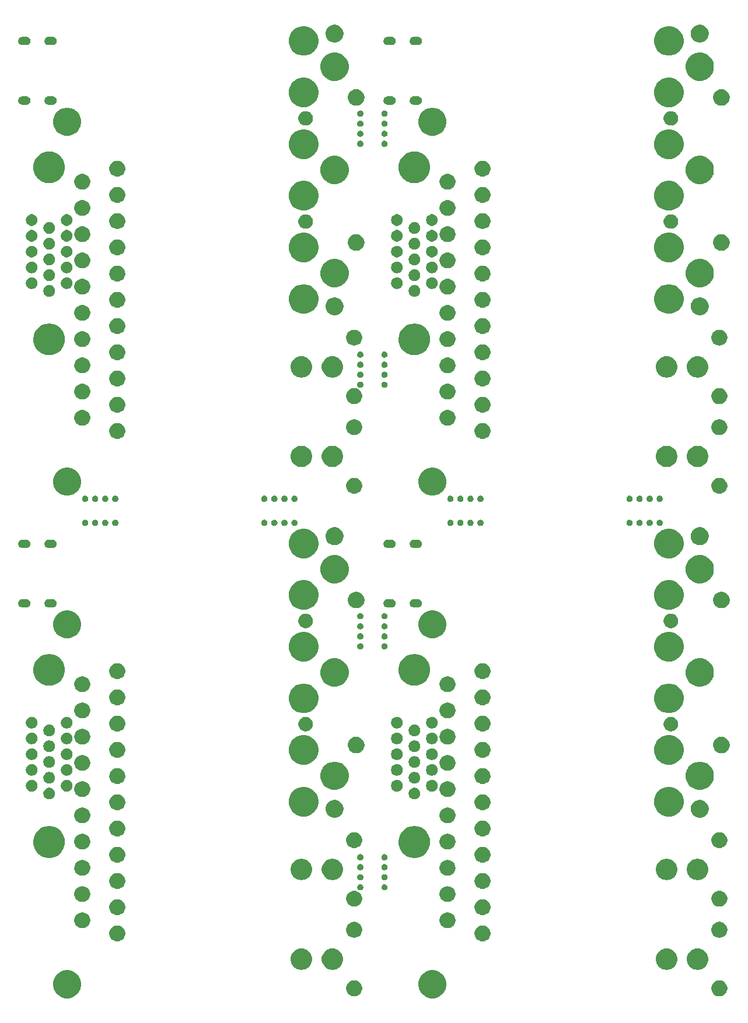
<source format=gbr>
%TF.GenerationSoftware,KiCad,Pcbnew,(5.1.5)-2*%
%TF.CreationDate,2020-06-14T05:32:06+12:00*%
%TF.ProjectId,output.RGB-to-component-panel,6f757470-7574-42e5-9247-422d746f2d63,rev?*%
%TF.SameCoordinates,Original*%
%TF.FileFunction,Soldermask,Bot*%
%TF.FilePolarity,Negative*%
%FSLAX46Y46*%
G04 Gerber Fmt 4.6, Leading zero omitted, Abs format (unit mm)*
G04 Created by KiCad (PCBNEW (5.1.5)-2) date 2020-06-14 05:32:06*
%MOMM*%
%LPD*%
G04 APERTURE LIST*
%ADD10C,0.100000*%
G04 APERTURE END LIST*
D10*
G36*
X80798254Y-178297818D02*
G01*
X81171511Y-178452426D01*
X81171513Y-178452427D01*
X81507436Y-178676884D01*
X81793116Y-178962564D01*
X82017574Y-179298489D01*
X82172182Y-179671746D01*
X82251000Y-180067993D01*
X82251000Y-180472007D01*
X82172182Y-180868254D01*
X82124501Y-180983365D01*
X82017573Y-181241513D01*
X81793116Y-181577436D01*
X81507436Y-181863116D01*
X81171513Y-182087573D01*
X81171512Y-182087574D01*
X81171511Y-182087574D01*
X80798254Y-182242182D01*
X80402007Y-182321000D01*
X79997993Y-182321000D01*
X79601746Y-182242182D01*
X79228489Y-182087574D01*
X79228488Y-182087574D01*
X79228487Y-182087573D01*
X78892564Y-181863116D01*
X78606884Y-181577436D01*
X78382427Y-181241513D01*
X78275499Y-180983365D01*
X78227818Y-180868254D01*
X78149000Y-180472007D01*
X78149000Y-180067993D01*
X78227818Y-179671746D01*
X78382426Y-179298489D01*
X78606884Y-178962564D01*
X78892564Y-178676884D01*
X79228487Y-178452427D01*
X79228489Y-178452426D01*
X79601746Y-178297818D01*
X79997993Y-178219000D01*
X80402007Y-178219000D01*
X80798254Y-178297818D01*
G37*
G36*
X27798254Y-178297818D02*
G01*
X28171511Y-178452426D01*
X28171513Y-178452427D01*
X28507436Y-178676884D01*
X28793116Y-178962564D01*
X29017574Y-179298489D01*
X29172182Y-179671746D01*
X29251000Y-180067993D01*
X29251000Y-180472007D01*
X29172182Y-180868254D01*
X29124501Y-180983365D01*
X29017573Y-181241513D01*
X28793116Y-181577436D01*
X28507436Y-181863116D01*
X28171513Y-182087573D01*
X28171512Y-182087574D01*
X28171511Y-182087574D01*
X27798254Y-182242182D01*
X27402007Y-182321000D01*
X26997993Y-182321000D01*
X26601746Y-182242182D01*
X26228489Y-182087574D01*
X26228488Y-182087574D01*
X26228487Y-182087573D01*
X25892564Y-181863116D01*
X25606884Y-181577436D01*
X25382427Y-181241513D01*
X25275499Y-180983365D01*
X25227818Y-180868254D01*
X25149000Y-180472007D01*
X25149000Y-180067993D01*
X25227818Y-179671746D01*
X25382426Y-179298489D01*
X25606884Y-178962564D01*
X25892564Y-178676884D01*
X26228487Y-178452427D01*
X26228489Y-178452426D01*
X26601746Y-178297818D01*
X26997993Y-178219000D01*
X27402007Y-178219000D01*
X27798254Y-178297818D01*
G37*
G36*
X69074549Y-179741116D02*
G01*
X69185734Y-179763232D01*
X69395203Y-179849997D01*
X69583720Y-179975960D01*
X69744040Y-180136280D01*
X69870003Y-180324797D01*
X69956768Y-180534266D01*
X70001000Y-180756636D01*
X70001000Y-180983364D01*
X69956768Y-181205734D01*
X69870003Y-181415203D01*
X69744040Y-181603720D01*
X69583720Y-181764040D01*
X69395203Y-181890003D01*
X69185734Y-181976768D01*
X69074549Y-181998884D01*
X68963365Y-182021000D01*
X68736635Y-182021000D01*
X68625451Y-181998884D01*
X68514266Y-181976768D01*
X68304797Y-181890003D01*
X68116280Y-181764040D01*
X67955960Y-181603720D01*
X67829997Y-181415203D01*
X67743232Y-181205734D01*
X67699000Y-180983364D01*
X67699000Y-180756636D01*
X67743232Y-180534266D01*
X67829997Y-180324797D01*
X67955960Y-180136280D01*
X68116280Y-179975960D01*
X68304797Y-179849997D01*
X68514266Y-179763232D01*
X68625451Y-179741116D01*
X68736635Y-179719000D01*
X68963365Y-179719000D01*
X69074549Y-179741116D01*
G37*
G36*
X122074549Y-179741116D02*
G01*
X122185734Y-179763232D01*
X122395203Y-179849997D01*
X122583720Y-179975960D01*
X122744040Y-180136280D01*
X122870003Y-180324797D01*
X122956768Y-180534266D01*
X123001000Y-180756636D01*
X123001000Y-180983364D01*
X122956768Y-181205734D01*
X122870003Y-181415203D01*
X122744040Y-181603720D01*
X122583720Y-181764040D01*
X122395203Y-181890003D01*
X122185734Y-181976768D01*
X122074549Y-181998884D01*
X121963365Y-182021000D01*
X121736635Y-182021000D01*
X121625451Y-181998884D01*
X121514266Y-181976768D01*
X121304797Y-181890003D01*
X121116280Y-181764040D01*
X120955960Y-181603720D01*
X120829997Y-181415203D01*
X120743232Y-181205734D01*
X120699000Y-180983364D01*
X120699000Y-180756636D01*
X120743232Y-180534266D01*
X120829997Y-180324797D01*
X120955960Y-180136280D01*
X121116280Y-179975960D01*
X121304797Y-179849997D01*
X121514266Y-179763232D01*
X121625451Y-179741116D01*
X121736635Y-179719000D01*
X121963365Y-179719000D01*
X122074549Y-179741116D01*
G37*
G36*
X66002585Y-175098802D02*
G01*
X66152410Y-175128604D01*
X66434674Y-175245521D01*
X66688705Y-175415259D01*
X66904741Y-175631295D01*
X67074479Y-175885326D01*
X67191396Y-176167590D01*
X67251000Y-176467240D01*
X67251000Y-176772760D01*
X67191396Y-177072410D01*
X67074479Y-177354674D01*
X66904741Y-177608705D01*
X66688705Y-177824741D01*
X66434674Y-177994479D01*
X66152410Y-178111396D01*
X66002585Y-178141198D01*
X65852761Y-178171000D01*
X65547239Y-178171000D01*
X65397415Y-178141198D01*
X65247590Y-178111396D01*
X64965326Y-177994479D01*
X64711295Y-177824741D01*
X64495259Y-177608705D01*
X64325521Y-177354674D01*
X64208604Y-177072410D01*
X64149000Y-176772760D01*
X64149000Y-176467240D01*
X64208604Y-176167590D01*
X64325521Y-175885326D01*
X64495259Y-175631295D01*
X64711295Y-175415259D01*
X64965326Y-175245521D01*
X65247590Y-175128604D01*
X65397415Y-175098802D01*
X65547239Y-175069000D01*
X65852761Y-175069000D01*
X66002585Y-175098802D01*
G37*
G36*
X114502585Y-175098802D02*
G01*
X114652410Y-175128604D01*
X114934674Y-175245521D01*
X115188705Y-175415259D01*
X115404741Y-175631295D01*
X115574479Y-175885326D01*
X115691396Y-176167590D01*
X115751000Y-176467240D01*
X115751000Y-176772760D01*
X115691396Y-177072410D01*
X115574479Y-177354674D01*
X115404741Y-177608705D01*
X115188705Y-177824741D01*
X114934674Y-177994479D01*
X114652410Y-178111396D01*
X114502585Y-178141198D01*
X114352761Y-178171000D01*
X114047239Y-178171000D01*
X113897415Y-178141198D01*
X113747590Y-178111396D01*
X113465326Y-177994479D01*
X113211295Y-177824741D01*
X112995259Y-177608705D01*
X112825521Y-177354674D01*
X112708604Y-177072410D01*
X112649000Y-176772760D01*
X112649000Y-176467240D01*
X112708604Y-176167590D01*
X112825521Y-175885326D01*
X112995259Y-175631295D01*
X113211295Y-175415259D01*
X113465326Y-175245521D01*
X113747590Y-175128604D01*
X113897415Y-175098802D01*
X114047239Y-175069000D01*
X114352761Y-175069000D01*
X114502585Y-175098802D01*
G37*
G36*
X119002585Y-175098802D02*
G01*
X119152410Y-175128604D01*
X119434674Y-175245521D01*
X119688705Y-175415259D01*
X119904741Y-175631295D01*
X120074479Y-175885326D01*
X120191396Y-176167590D01*
X120251000Y-176467240D01*
X120251000Y-176772760D01*
X120191396Y-177072410D01*
X120074479Y-177354674D01*
X119904741Y-177608705D01*
X119688705Y-177824741D01*
X119434674Y-177994479D01*
X119152410Y-178111396D01*
X119002585Y-178141198D01*
X118852761Y-178171000D01*
X118547239Y-178171000D01*
X118397415Y-178141198D01*
X118247590Y-178111396D01*
X117965326Y-177994479D01*
X117711295Y-177824741D01*
X117495259Y-177608705D01*
X117325521Y-177354674D01*
X117208604Y-177072410D01*
X117149000Y-176772760D01*
X117149000Y-176467240D01*
X117208604Y-176167590D01*
X117325521Y-175885326D01*
X117495259Y-175631295D01*
X117711295Y-175415259D01*
X117965326Y-175245521D01*
X118247590Y-175128604D01*
X118397415Y-175098802D01*
X118547239Y-175069000D01*
X118852761Y-175069000D01*
X119002585Y-175098802D01*
G37*
G36*
X61502585Y-175098802D02*
G01*
X61652410Y-175128604D01*
X61934674Y-175245521D01*
X62188705Y-175415259D01*
X62404741Y-175631295D01*
X62574479Y-175885326D01*
X62691396Y-176167590D01*
X62751000Y-176467240D01*
X62751000Y-176772760D01*
X62691396Y-177072410D01*
X62574479Y-177354674D01*
X62404741Y-177608705D01*
X62188705Y-177824741D01*
X61934674Y-177994479D01*
X61652410Y-178111396D01*
X61502585Y-178141198D01*
X61352761Y-178171000D01*
X61047239Y-178171000D01*
X60897415Y-178141198D01*
X60747590Y-178111396D01*
X60465326Y-177994479D01*
X60211295Y-177824741D01*
X59995259Y-177608705D01*
X59825521Y-177354674D01*
X59708604Y-177072410D01*
X59649000Y-176772760D01*
X59649000Y-176467240D01*
X59708604Y-176167590D01*
X59825521Y-175885326D01*
X59995259Y-175631295D01*
X60211295Y-175415259D01*
X60465326Y-175245521D01*
X60747590Y-175128604D01*
X60897415Y-175098802D01*
X61047239Y-175069000D01*
X61352761Y-175069000D01*
X61502585Y-175098802D01*
G37*
G36*
X34704549Y-171776116D02*
G01*
X34815734Y-171798232D01*
X35025203Y-171884997D01*
X35213720Y-172010960D01*
X35374040Y-172171280D01*
X35500003Y-172359797D01*
X35586768Y-172569266D01*
X35631000Y-172791636D01*
X35631000Y-173018364D01*
X35586768Y-173240734D01*
X35500003Y-173450203D01*
X35374040Y-173638720D01*
X35213720Y-173799040D01*
X35025203Y-173925003D01*
X34815734Y-174011768D01*
X34704549Y-174033884D01*
X34593365Y-174056000D01*
X34366635Y-174056000D01*
X34255451Y-174033884D01*
X34144266Y-174011768D01*
X33934797Y-173925003D01*
X33746280Y-173799040D01*
X33585960Y-173638720D01*
X33459997Y-173450203D01*
X33373232Y-173240734D01*
X33329000Y-173018364D01*
X33329000Y-172791636D01*
X33373232Y-172569266D01*
X33459997Y-172359797D01*
X33585960Y-172171280D01*
X33746280Y-172010960D01*
X33934797Y-171884997D01*
X34144266Y-171798232D01*
X34255451Y-171776116D01*
X34366635Y-171754000D01*
X34593365Y-171754000D01*
X34704549Y-171776116D01*
G37*
G36*
X87704549Y-171776116D02*
G01*
X87815734Y-171798232D01*
X88025203Y-171884997D01*
X88213720Y-172010960D01*
X88374040Y-172171280D01*
X88500003Y-172359797D01*
X88586768Y-172569266D01*
X88631000Y-172791636D01*
X88631000Y-173018364D01*
X88586768Y-173240734D01*
X88500003Y-173450203D01*
X88374040Y-173638720D01*
X88213720Y-173799040D01*
X88025203Y-173925003D01*
X87815734Y-174011768D01*
X87704549Y-174033884D01*
X87593365Y-174056000D01*
X87366635Y-174056000D01*
X87255451Y-174033884D01*
X87144266Y-174011768D01*
X86934797Y-173925003D01*
X86746280Y-173799040D01*
X86585960Y-173638720D01*
X86459997Y-173450203D01*
X86373232Y-173240734D01*
X86329000Y-173018364D01*
X86329000Y-172791636D01*
X86373232Y-172569266D01*
X86459997Y-172359797D01*
X86585960Y-172171280D01*
X86746280Y-172010960D01*
X86934797Y-171884997D01*
X87144266Y-171798232D01*
X87255451Y-171776116D01*
X87366635Y-171754000D01*
X87593365Y-171754000D01*
X87704549Y-171776116D01*
G37*
G36*
X69074549Y-171241116D02*
G01*
X69185734Y-171263232D01*
X69395203Y-171349997D01*
X69583720Y-171475960D01*
X69744040Y-171636280D01*
X69870003Y-171824797D01*
X69956768Y-172034266D01*
X70001000Y-172256636D01*
X70001000Y-172483364D01*
X69956768Y-172705734D01*
X69870003Y-172915203D01*
X69744040Y-173103720D01*
X69583720Y-173264040D01*
X69395203Y-173390003D01*
X69185734Y-173476768D01*
X69074549Y-173498884D01*
X68963365Y-173521000D01*
X68736635Y-173521000D01*
X68625451Y-173498884D01*
X68514266Y-173476768D01*
X68304797Y-173390003D01*
X68116280Y-173264040D01*
X67955960Y-173103720D01*
X67829997Y-172915203D01*
X67743232Y-172705734D01*
X67699000Y-172483364D01*
X67699000Y-172256636D01*
X67743232Y-172034266D01*
X67829997Y-171824797D01*
X67955960Y-171636280D01*
X68116280Y-171475960D01*
X68304797Y-171349997D01*
X68514266Y-171263232D01*
X68625451Y-171241116D01*
X68736635Y-171219000D01*
X68963365Y-171219000D01*
X69074549Y-171241116D01*
G37*
G36*
X122074549Y-171241116D02*
G01*
X122185734Y-171263232D01*
X122395203Y-171349997D01*
X122583720Y-171475960D01*
X122744040Y-171636280D01*
X122870003Y-171824797D01*
X122956768Y-172034266D01*
X123001000Y-172256636D01*
X123001000Y-172483364D01*
X122956768Y-172705734D01*
X122870003Y-172915203D01*
X122744040Y-173103720D01*
X122583720Y-173264040D01*
X122395203Y-173390003D01*
X122185734Y-173476768D01*
X122074549Y-173498884D01*
X121963365Y-173521000D01*
X121736635Y-173521000D01*
X121625451Y-173498884D01*
X121514266Y-173476768D01*
X121304797Y-173390003D01*
X121116280Y-173264040D01*
X120955960Y-173103720D01*
X120829997Y-172915203D01*
X120743232Y-172705734D01*
X120699000Y-172483364D01*
X120699000Y-172256636D01*
X120743232Y-172034266D01*
X120829997Y-171824797D01*
X120955960Y-171636280D01*
X121116280Y-171475960D01*
X121304797Y-171349997D01*
X121514266Y-171263232D01*
X121625451Y-171241116D01*
X121736635Y-171219000D01*
X121963365Y-171219000D01*
X122074549Y-171241116D01*
G37*
G36*
X29624549Y-169871116D02*
G01*
X29735734Y-169893232D01*
X29945203Y-169979997D01*
X30133720Y-170105960D01*
X30294040Y-170266280D01*
X30420003Y-170454797D01*
X30506768Y-170664266D01*
X30551000Y-170886636D01*
X30551000Y-171113364D01*
X30506768Y-171335734D01*
X30420003Y-171545203D01*
X30294040Y-171733720D01*
X30133720Y-171894040D01*
X29945203Y-172020003D01*
X29735734Y-172106768D01*
X29624549Y-172128884D01*
X29513365Y-172151000D01*
X29286635Y-172151000D01*
X29175451Y-172128884D01*
X29064266Y-172106768D01*
X28854797Y-172020003D01*
X28666280Y-171894040D01*
X28505960Y-171733720D01*
X28379997Y-171545203D01*
X28293232Y-171335734D01*
X28249000Y-171113364D01*
X28249000Y-170886636D01*
X28293232Y-170664266D01*
X28379997Y-170454797D01*
X28505960Y-170266280D01*
X28666280Y-170105960D01*
X28854797Y-169979997D01*
X29064266Y-169893232D01*
X29175451Y-169871116D01*
X29286635Y-169849000D01*
X29513365Y-169849000D01*
X29624549Y-169871116D01*
G37*
G36*
X82624549Y-169871116D02*
G01*
X82735734Y-169893232D01*
X82945203Y-169979997D01*
X83133720Y-170105960D01*
X83294040Y-170266280D01*
X83420003Y-170454797D01*
X83506768Y-170664266D01*
X83551000Y-170886636D01*
X83551000Y-171113364D01*
X83506768Y-171335734D01*
X83420003Y-171545203D01*
X83294040Y-171733720D01*
X83133720Y-171894040D01*
X82945203Y-172020003D01*
X82735734Y-172106768D01*
X82624549Y-172128884D01*
X82513365Y-172151000D01*
X82286635Y-172151000D01*
X82175451Y-172128884D01*
X82064266Y-172106768D01*
X81854797Y-172020003D01*
X81666280Y-171894040D01*
X81505960Y-171733720D01*
X81379997Y-171545203D01*
X81293232Y-171335734D01*
X81249000Y-171113364D01*
X81249000Y-170886636D01*
X81293232Y-170664266D01*
X81379997Y-170454797D01*
X81505960Y-170266280D01*
X81666280Y-170105960D01*
X81854797Y-169979997D01*
X82064266Y-169893232D01*
X82175451Y-169871116D01*
X82286635Y-169849000D01*
X82513365Y-169849000D01*
X82624549Y-169871116D01*
G37*
G36*
X87690714Y-167963364D02*
G01*
X87815734Y-167988232D01*
X88025203Y-168074997D01*
X88213720Y-168200960D01*
X88374040Y-168361280D01*
X88500003Y-168549797D01*
X88500004Y-168549799D01*
X88586768Y-168759267D01*
X88626054Y-168956768D01*
X88631000Y-168981636D01*
X88631000Y-169208364D01*
X88586768Y-169430734D01*
X88500003Y-169640203D01*
X88374040Y-169828720D01*
X88213720Y-169989040D01*
X88025203Y-170115003D01*
X87815734Y-170201768D01*
X87704549Y-170223884D01*
X87593365Y-170246000D01*
X87366635Y-170246000D01*
X87255451Y-170223884D01*
X87144266Y-170201768D01*
X86934797Y-170115003D01*
X86746280Y-169989040D01*
X86585960Y-169828720D01*
X86459997Y-169640203D01*
X86373232Y-169430734D01*
X86329000Y-169208364D01*
X86329000Y-168981636D01*
X86333947Y-168956768D01*
X86373232Y-168759267D01*
X86459996Y-168549799D01*
X86459997Y-168549797D01*
X86585960Y-168361280D01*
X86746280Y-168200960D01*
X86934797Y-168074997D01*
X87144266Y-167988232D01*
X87269286Y-167963364D01*
X87366635Y-167944000D01*
X87593365Y-167944000D01*
X87690714Y-167963364D01*
G37*
G36*
X34690714Y-167963364D02*
G01*
X34815734Y-167988232D01*
X35025203Y-168074997D01*
X35213720Y-168200960D01*
X35374040Y-168361280D01*
X35500003Y-168549797D01*
X35500004Y-168549799D01*
X35586768Y-168759267D01*
X35626054Y-168956768D01*
X35631000Y-168981636D01*
X35631000Y-169208364D01*
X35586768Y-169430734D01*
X35500003Y-169640203D01*
X35374040Y-169828720D01*
X35213720Y-169989040D01*
X35025203Y-170115003D01*
X34815734Y-170201768D01*
X34704549Y-170223884D01*
X34593365Y-170246000D01*
X34366635Y-170246000D01*
X34255451Y-170223884D01*
X34144266Y-170201768D01*
X33934797Y-170115003D01*
X33746280Y-169989040D01*
X33585960Y-169828720D01*
X33459997Y-169640203D01*
X33373232Y-169430734D01*
X33329000Y-169208364D01*
X33329000Y-168981636D01*
X33333947Y-168956768D01*
X33373232Y-168759267D01*
X33459996Y-168549799D01*
X33459997Y-168549797D01*
X33585960Y-168361280D01*
X33746280Y-168200960D01*
X33934797Y-168074997D01*
X34144266Y-167988232D01*
X34269286Y-167963364D01*
X34366635Y-167944000D01*
X34593365Y-167944000D01*
X34690714Y-167963364D01*
G37*
G36*
X69074549Y-166721116D02*
G01*
X69185734Y-166743232D01*
X69395203Y-166829997D01*
X69583720Y-166955960D01*
X69744040Y-167116280D01*
X69869046Y-167303365D01*
X69870004Y-167304799D01*
X69956768Y-167514267D01*
X70001000Y-167736635D01*
X70001000Y-167963365D01*
X69978884Y-168074549D01*
X69956768Y-168185734D01*
X69870003Y-168395203D01*
X69744040Y-168583720D01*
X69583720Y-168744040D01*
X69395203Y-168870003D01*
X69185734Y-168956768D01*
X69074549Y-168978884D01*
X68963365Y-169001000D01*
X68736635Y-169001000D01*
X68625451Y-168978884D01*
X68514266Y-168956768D01*
X68304797Y-168870003D01*
X68116280Y-168744040D01*
X67955960Y-168583720D01*
X67829997Y-168395203D01*
X67743232Y-168185734D01*
X67721116Y-168074549D01*
X67699000Y-167963365D01*
X67699000Y-167736635D01*
X67743232Y-167514267D01*
X67829996Y-167304799D01*
X67830954Y-167303365D01*
X67955960Y-167116280D01*
X68116280Y-166955960D01*
X68304797Y-166829997D01*
X68514266Y-166743232D01*
X68625451Y-166721116D01*
X68736635Y-166699000D01*
X68963365Y-166699000D01*
X69074549Y-166721116D01*
G37*
G36*
X122074549Y-166721116D02*
G01*
X122185734Y-166743232D01*
X122395203Y-166829997D01*
X122583720Y-166955960D01*
X122744040Y-167116280D01*
X122869046Y-167303365D01*
X122870004Y-167304799D01*
X122956768Y-167514267D01*
X123001000Y-167736635D01*
X123001000Y-167963365D01*
X122978884Y-168074549D01*
X122956768Y-168185734D01*
X122870003Y-168395203D01*
X122744040Y-168583720D01*
X122583720Y-168744040D01*
X122395203Y-168870003D01*
X122185734Y-168956768D01*
X122074549Y-168978884D01*
X121963365Y-169001000D01*
X121736635Y-169001000D01*
X121625451Y-168978884D01*
X121514266Y-168956768D01*
X121304797Y-168870003D01*
X121116280Y-168744040D01*
X120955960Y-168583720D01*
X120829997Y-168395203D01*
X120743232Y-168185734D01*
X120721116Y-168074549D01*
X120699000Y-167963365D01*
X120699000Y-167736635D01*
X120743232Y-167514267D01*
X120829996Y-167304799D01*
X120830954Y-167303365D01*
X120955960Y-167116280D01*
X121116280Y-166955960D01*
X121304797Y-166829997D01*
X121514266Y-166743232D01*
X121625451Y-166721116D01*
X121736635Y-166699000D01*
X121963365Y-166699000D01*
X122074549Y-166721116D01*
G37*
G36*
X29599915Y-166056216D02*
G01*
X29735734Y-166083232D01*
X29945203Y-166169997D01*
X30133720Y-166295960D01*
X30294040Y-166456280D01*
X30420003Y-166644797D01*
X30506768Y-166854266D01*
X30551000Y-167076636D01*
X30551000Y-167303364D01*
X30506768Y-167525734D01*
X30420003Y-167735203D01*
X30294040Y-167923720D01*
X30133720Y-168084040D01*
X29945203Y-168210003D01*
X29735734Y-168296768D01*
X29624549Y-168318884D01*
X29513365Y-168341000D01*
X29286635Y-168341000D01*
X29175451Y-168318884D01*
X29064266Y-168296768D01*
X28854797Y-168210003D01*
X28666280Y-168084040D01*
X28505960Y-167923720D01*
X28379997Y-167735203D01*
X28293232Y-167525734D01*
X28249000Y-167303364D01*
X28249000Y-167076636D01*
X28293232Y-166854266D01*
X28379997Y-166644797D01*
X28505960Y-166456280D01*
X28666280Y-166295960D01*
X28854797Y-166169997D01*
X29064266Y-166083232D01*
X29200085Y-166056216D01*
X29286635Y-166039000D01*
X29513365Y-166039000D01*
X29599915Y-166056216D01*
G37*
G36*
X82599915Y-166056216D02*
G01*
X82735734Y-166083232D01*
X82945203Y-166169997D01*
X83133720Y-166295960D01*
X83294040Y-166456280D01*
X83420003Y-166644797D01*
X83506768Y-166854266D01*
X83551000Y-167076636D01*
X83551000Y-167303364D01*
X83506768Y-167525734D01*
X83420003Y-167735203D01*
X83294040Y-167923720D01*
X83133720Y-168084040D01*
X82945203Y-168210003D01*
X82735734Y-168296768D01*
X82624549Y-168318884D01*
X82513365Y-168341000D01*
X82286635Y-168341000D01*
X82175451Y-168318884D01*
X82064266Y-168296768D01*
X81854797Y-168210003D01*
X81666280Y-168084040D01*
X81505960Y-167923720D01*
X81379997Y-167735203D01*
X81293232Y-167525734D01*
X81249000Y-167303364D01*
X81249000Y-167076636D01*
X81293232Y-166854266D01*
X81379997Y-166644797D01*
X81505960Y-166456280D01*
X81666280Y-166295960D01*
X81854797Y-166169997D01*
X82064266Y-166083232D01*
X82200085Y-166056216D01*
X82286635Y-166039000D01*
X82513365Y-166039000D01*
X82599915Y-166056216D01*
G37*
G36*
X69881552Y-165754102D02*
G01*
X69963622Y-165788097D01*
X69963629Y-165788100D01*
X70000813Y-165812946D01*
X70037495Y-165837456D01*
X70100315Y-165900276D01*
X70149672Y-165974144D01*
X70183669Y-166056219D01*
X70201000Y-166143350D01*
X70201000Y-166232192D01*
X70183669Y-166319323D01*
X70153661Y-166391768D01*
X70149671Y-166401400D01*
X70100314Y-166475267D01*
X70037496Y-166538085D01*
X69963629Y-166587442D01*
X69963628Y-166587443D01*
X69963627Y-166587443D01*
X69881552Y-166621440D01*
X69794421Y-166638771D01*
X69705579Y-166638771D01*
X69618448Y-166621440D01*
X69536373Y-166587443D01*
X69536372Y-166587443D01*
X69536371Y-166587442D01*
X69462504Y-166538085D01*
X69399686Y-166475267D01*
X69350329Y-166401400D01*
X69346339Y-166391768D01*
X69316331Y-166319323D01*
X69299000Y-166232192D01*
X69299000Y-166143350D01*
X69316331Y-166056219D01*
X69350328Y-165974144D01*
X69399685Y-165900276D01*
X69462505Y-165837456D01*
X69499187Y-165812946D01*
X69536371Y-165788100D01*
X69536378Y-165788097D01*
X69618448Y-165754102D01*
X69705579Y-165736771D01*
X69794421Y-165736771D01*
X69881552Y-165754102D01*
G37*
G36*
X73381552Y-165754099D02*
G01*
X73463627Y-165788096D01*
X73463629Y-165788097D01*
X73463633Y-165788100D01*
X73537495Y-165837453D01*
X73600315Y-165900273D01*
X73649672Y-165974141D01*
X73683669Y-166056216D01*
X73701000Y-166143347D01*
X73701000Y-166232189D01*
X73683669Y-166319320D01*
X73649672Y-166401395D01*
X73600315Y-166475263D01*
X73537495Y-166538083D01*
X73500813Y-166562593D01*
X73463629Y-166587439D01*
X73463628Y-166587440D01*
X73463627Y-166587440D01*
X73381552Y-166621437D01*
X73294421Y-166638768D01*
X73205579Y-166638768D01*
X73118448Y-166621437D01*
X73036373Y-166587440D01*
X73036372Y-166587440D01*
X73036371Y-166587439D01*
X72999187Y-166562593D01*
X72962505Y-166538083D01*
X72899685Y-166475263D01*
X72850328Y-166401395D01*
X72816331Y-166319320D01*
X72799000Y-166232189D01*
X72799000Y-166143347D01*
X72816331Y-166056216D01*
X72850328Y-165974141D01*
X72899685Y-165900273D01*
X72962505Y-165837453D01*
X73036367Y-165788100D01*
X73036371Y-165788097D01*
X73036373Y-165788096D01*
X73118448Y-165754099D01*
X73205579Y-165736768D01*
X73294421Y-165736768D01*
X73381552Y-165754099D01*
G37*
G36*
X34704549Y-164156116D02*
G01*
X34815734Y-164178232D01*
X35025203Y-164264997D01*
X35213720Y-164390960D01*
X35374040Y-164551280D01*
X35500003Y-164739797D01*
X35586768Y-164949266D01*
X35600192Y-165016753D01*
X35629268Y-165162926D01*
X35631000Y-165171636D01*
X35631000Y-165398364D01*
X35586768Y-165620734D01*
X35500003Y-165830203D01*
X35374040Y-166018720D01*
X35213720Y-166179040D01*
X35025203Y-166305003D01*
X34815734Y-166391768D01*
X34704549Y-166413884D01*
X34593365Y-166436000D01*
X34366635Y-166436000D01*
X34255451Y-166413884D01*
X34144266Y-166391768D01*
X33934797Y-166305003D01*
X33746280Y-166179040D01*
X33585960Y-166018720D01*
X33459997Y-165830203D01*
X33373232Y-165620734D01*
X33329000Y-165398364D01*
X33329000Y-165171636D01*
X33330733Y-165162926D01*
X33359808Y-165016753D01*
X33373232Y-164949266D01*
X33459997Y-164739797D01*
X33585960Y-164551280D01*
X33746280Y-164390960D01*
X33934797Y-164264997D01*
X34144266Y-164178232D01*
X34255451Y-164156116D01*
X34366635Y-164134000D01*
X34593365Y-164134000D01*
X34704549Y-164156116D01*
G37*
G36*
X87704549Y-164156116D02*
G01*
X87815734Y-164178232D01*
X88025203Y-164264997D01*
X88213720Y-164390960D01*
X88374040Y-164551280D01*
X88500003Y-164739797D01*
X88586768Y-164949266D01*
X88600192Y-165016753D01*
X88629268Y-165162926D01*
X88631000Y-165171636D01*
X88631000Y-165398364D01*
X88586768Y-165620734D01*
X88500003Y-165830203D01*
X88374040Y-166018720D01*
X88213720Y-166179040D01*
X88025203Y-166305003D01*
X87815734Y-166391768D01*
X87704549Y-166413884D01*
X87593365Y-166436000D01*
X87366635Y-166436000D01*
X87255451Y-166413884D01*
X87144266Y-166391768D01*
X86934797Y-166305003D01*
X86746280Y-166179040D01*
X86585960Y-166018720D01*
X86459997Y-165830203D01*
X86373232Y-165620734D01*
X86329000Y-165398364D01*
X86329000Y-165171636D01*
X86330733Y-165162926D01*
X86359808Y-165016753D01*
X86373232Y-164949266D01*
X86459997Y-164739797D01*
X86585960Y-164551280D01*
X86746280Y-164390960D01*
X86934797Y-164264997D01*
X87144266Y-164178232D01*
X87255451Y-164156116D01*
X87366635Y-164134000D01*
X87593365Y-164134000D01*
X87704549Y-164156116D01*
G37*
G36*
X69881552Y-164295589D02*
G01*
X69963622Y-164329584D01*
X69963629Y-164329587D01*
X69971239Y-164334672D01*
X70037495Y-164378943D01*
X70100315Y-164441763D01*
X70149672Y-164515631D01*
X70183669Y-164597706D01*
X70201000Y-164684837D01*
X70201000Y-164773679D01*
X70183669Y-164860810D01*
X70149673Y-164942882D01*
X70149671Y-164942887D01*
X70145408Y-164949267D01*
X70100315Y-165016753D01*
X70037495Y-165079573D01*
X70000813Y-165104083D01*
X69963629Y-165128929D01*
X69963628Y-165128930D01*
X69963627Y-165128930D01*
X69881552Y-165162927D01*
X69794421Y-165180258D01*
X69705579Y-165180258D01*
X69618448Y-165162927D01*
X69536373Y-165128930D01*
X69536372Y-165128930D01*
X69536371Y-165128929D01*
X69499187Y-165104083D01*
X69462505Y-165079573D01*
X69399685Y-165016753D01*
X69354592Y-164949267D01*
X69350329Y-164942887D01*
X69350327Y-164942882D01*
X69316331Y-164860810D01*
X69299000Y-164773679D01*
X69299000Y-164684837D01*
X69316331Y-164597706D01*
X69350328Y-164515631D01*
X69399685Y-164441763D01*
X69462505Y-164378943D01*
X69528761Y-164334672D01*
X69536371Y-164329587D01*
X69536378Y-164329584D01*
X69618448Y-164295589D01*
X69705579Y-164278258D01*
X69794421Y-164278258D01*
X69881552Y-164295589D01*
G37*
G36*
X73381552Y-164295586D02*
G01*
X73463627Y-164329583D01*
X73463629Y-164329584D01*
X73500813Y-164354430D01*
X73537495Y-164378940D01*
X73600315Y-164441760D01*
X73649672Y-164515628D01*
X73683669Y-164597703D01*
X73701000Y-164684834D01*
X73701000Y-164773676D01*
X73683669Y-164860807D01*
X73649672Y-164942882D01*
X73649671Y-164942884D01*
X73645406Y-164949267D01*
X73600315Y-165016750D01*
X73537495Y-165079570D01*
X73519796Y-165091396D01*
X73463629Y-165128926D01*
X73463628Y-165128927D01*
X73463627Y-165128927D01*
X73381552Y-165162924D01*
X73294421Y-165180255D01*
X73205579Y-165180255D01*
X73118448Y-165162924D01*
X73036373Y-165128927D01*
X73036372Y-165128927D01*
X73036371Y-165128926D01*
X72980204Y-165091396D01*
X72962505Y-165079570D01*
X72899685Y-165016750D01*
X72854594Y-164949267D01*
X72850329Y-164942884D01*
X72850328Y-164942882D01*
X72816331Y-164860807D01*
X72799000Y-164773676D01*
X72799000Y-164684834D01*
X72816331Y-164597703D01*
X72850328Y-164515628D01*
X72899685Y-164441760D01*
X72962505Y-164378940D01*
X72999187Y-164354430D01*
X73036371Y-164329584D01*
X73036373Y-164329583D01*
X73118448Y-164295586D01*
X73205579Y-164278255D01*
X73294421Y-164278255D01*
X73381552Y-164295586D01*
G37*
G36*
X61502585Y-162078802D02*
G01*
X61652410Y-162108604D01*
X61934674Y-162225521D01*
X62188705Y-162395259D01*
X62404741Y-162611295D01*
X62574479Y-162865326D01*
X62691396Y-163147590D01*
X62751000Y-163447240D01*
X62751000Y-163752760D01*
X62691396Y-164052410D01*
X62574479Y-164334674D01*
X62404741Y-164588705D01*
X62188705Y-164804741D01*
X61934674Y-164974479D01*
X61652410Y-165091396D01*
X61502585Y-165121198D01*
X61352761Y-165151000D01*
X61047239Y-165151000D01*
X60897415Y-165121198D01*
X60747590Y-165091396D01*
X60465326Y-164974479D01*
X60211295Y-164804741D01*
X59995259Y-164588705D01*
X59825521Y-164334674D01*
X59708604Y-164052410D01*
X59649000Y-163752760D01*
X59649000Y-163447240D01*
X59708604Y-163147590D01*
X59825521Y-162865326D01*
X59995259Y-162611295D01*
X60211295Y-162395259D01*
X60465326Y-162225521D01*
X60747590Y-162108604D01*
X60897415Y-162078802D01*
X61047239Y-162049000D01*
X61352761Y-162049000D01*
X61502585Y-162078802D01*
G37*
G36*
X66002585Y-162078802D02*
G01*
X66152410Y-162108604D01*
X66434674Y-162225521D01*
X66688705Y-162395259D01*
X66904741Y-162611295D01*
X67074479Y-162865326D01*
X67191396Y-163147590D01*
X67251000Y-163447240D01*
X67251000Y-163752760D01*
X67191396Y-164052410D01*
X67074479Y-164334674D01*
X66904741Y-164588705D01*
X66688705Y-164804741D01*
X66434674Y-164974479D01*
X66152410Y-165091396D01*
X66002585Y-165121198D01*
X65852761Y-165151000D01*
X65547239Y-165151000D01*
X65397415Y-165121198D01*
X65247590Y-165091396D01*
X64965326Y-164974479D01*
X64711295Y-164804741D01*
X64495259Y-164588705D01*
X64325521Y-164334674D01*
X64208604Y-164052410D01*
X64149000Y-163752760D01*
X64149000Y-163447240D01*
X64208604Y-163147590D01*
X64325521Y-162865326D01*
X64495259Y-162611295D01*
X64711295Y-162395259D01*
X64965326Y-162225521D01*
X65247590Y-162108604D01*
X65397415Y-162078802D01*
X65547239Y-162049000D01*
X65852761Y-162049000D01*
X66002585Y-162078802D01*
G37*
G36*
X119002585Y-162078802D02*
G01*
X119152410Y-162108604D01*
X119434674Y-162225521D01*
X119688705Y-162395259D01*
X119904741Y-162611295D01*
X120074479Y-162865326D01*
X120191396Y-163147590D01*
X120251000Y-163447240D01*
X120251000Y-163752760D01*
X120191396Y-164052410D01*
X120074479Y-164334674D01*
X119904741Y-164588705D01*
X119688705Y-164804741D01*
X119434674Y-164974479D01*
X119152410Y-165091396D01*
X119002585Y-165121198D01*
X118852761Y-165151000D01*
X118547239Y-165151000D01*
X118397415Y-165121198D01*
X118247590Y-165091396D01*
X117965326Y-164974479D01*
X117711295Y-164804741D01*
X117495259Y-164588705D01*
X117325521Y-164334674D01*
X117208604Y-164052410D01*
X117149000Y-163752760D01*
X117149000Y-163447240D01*
X117208604Y-163147590D01*
X117325521Y-162865326D01*
X117495259Y-162611295D01*
X117711295Y-162395259D01*
X117965326Y-162225521D01*
X118247590Y-162108604D01*
X118397415Y-162078802D01*
X118547239Y-162049000D01*
X118852761Y-162049000D01*
X119002585Y-162078802D01*
G37*
G36*
X114502585Y-162078802D02*
G01*
X114652410Y-162108604D01*
X114934674Y-162225521D01*
X115188705Y-162395259D01*
X115404741Y-162611295D01*
X115574479Y-162865326D01*
X115691396Y-163147590D01*
X115751000Y-163447240D01*
X115751000Y-163752760D01*
X115691396Y-164052410D01*
X115574479Y-164334674D01*
X115404741Y-164588705D01*
X115188705Y-164804741D01*
X114934674Y-164974479D01*
X114652410Y-165091396D01*
X114502585Y-165121198D01*
X114352761Y-165151000D01*
X114047239Y-165151000D01*
X113897415Y-165121198D01*
X113747590Y-165091396D01*
X113465326Y-164974479D01*
X113211295Y-164804741D01*
X112995259Y-164588705D01*
X112825521Y-164334674D01*
X112708604Y-164052410D01*
X112649000Y-163752760D01*
X112649000Y-163447240D01*
X112708604Y-163147590D01*
X112825521Y-162865326D01*
X112995259Y-162611295D01*
X113211295Y-162395259D01*
X113465326Y-162225521D01*
X113747590Y-162108604D01*
X113897415Y-162078802D01*
X114047239Y-162049000D01*
X114352761Y-162049000D01*
X114502585Y-162078802D01*
G37*
G36*
X82624549Y-162251116D02*
G01*
X82735734Y-162273232D01*
X82945203Y-162359997D01*
X83133720Y-162485960D01*
X83294040Y-162646280D01*
X83420003Y-162834797D01*
X83420004Y-162834799D01*
X83445416Y-162896150D01*
X83481493Y-162983246D01*
X83506768Y-163044267D01*
X83542982Y-163226324D01*
X83551000Y-163266636D01*
X83551000Y-163493364D01*
X83506768Y-163715734D01*
X83420003Y-163925203D01*
X83294040Y-164113720D01*
X83133720Y-164274040D01*
X82945203Y-164400003D01*
X82735734Y-164486768D01*
X82624549Y-164508884D01*
X82513365Y-164531000D01*
X82286635Y-164531000D01*
X82175451Y-164508884D01*
X82064266Y-164486768D01*
X81854797Y-164400003D01*
X81666280Y-164274040D01*
X81505960Y-164113720D01*
X81379997Y-163925203D01*
X81293232Y-163715734D01*
X81249000Y-163493364D01*
X81249000Y-163266636D01*
X81257019Y-163226324D01*
X81293232Y-163044267D01*
X81318508Y-162983246D01*
X81354584Y-162896150D01*
X81379996Y-162834799D01*
X81379997Y-162834797D01*
X81505960Y-162646280D01*
X81666280Y-162485960D01*
X81854797Y-162359997D01*
X82064266Y-162273232D01*
X82175451Y-162251116D01*
X82286635Y-162229000D01*
X82513365Y-162229000D01*
X82624549Y-162251116D01*
G37*
G36*
X29624549Y-162251116D02*
G01*
X29735734Y-162273232D01*
X29945203Y-162359997D01*
X30133720Y-162485960D01*
X30294040Y-162646280D01*
X30420003Y-162834797D01*
X30420004Y-162834799D01*
X30445416Y-162896150D01*
X30481493Y-162983246D01*
X30506768Y-163044267D01*
X30542982Y-163226324D01*
X30551000Y-163266636D01*
X30551000Y-163493364D01*
X30506768Y-163715734D01*
X30420003Y-163925203D01*
X30294040Y-164113720D01*
X30133720Y-164274040D01*
X29945203Y-164400003D01*
X29735734Y-164486768D01*
X29624549Y-164508884D01*
X29513365Y-164531000D01*
X29286635Y-164531000D01*
X29175451Y-164508884D01*
X29064266Y-164486768D01*
X28854797Y-164400003D01*
X28666280Y-164274040D01*
X28505960Y-164113720D01*
X28379997Y-163925203D01*
X28293232Y-163715734D01*
X28249000Y-163493364D01*
X28249000Y-163266636D01*
X28257019Y-163226324D01*
X28293232Y-163044267D01*
X28318508Y-162983246D01*
X28354584Y-162896150D01*
X28379996Y-162834799D01*
X28379997Y-162834797D01*
X28505960Y-162646280D01*
X28666280Y-162485960D01*
X28854797Y-162359997D01*
X29064266Y-162273232D01*
X29175451Y-162251116D01*
X29286635Y-162229000D01*
X29513365Y-162229000D01*
X29624549Y-162251116D01*
G37*
G36*
X69881552Y-162837076D02*
G01*
X69963622Y-162871071D01*
X69963629Y-162871074D01*
X70000813Y-162895920D01*
X70037495Y-162920430D01*
X70100315Y-162983250D01*
X70149672Y-163057118D01*
X70183669Y-163139193D01*
X70201000Y-163226324D01*
X70201000Y-163315166D01*
X70183669Y-163402297D01*
X70149673Y-163484369D01*
X70149671Y-163484374D01*
X70100314Y-163558241D01*
X70037496Y-163621059D01*
X69963629Y-163670416D01*
X69963628Y-163670417D01*
X69963627Y-163670417D01*
X69881552Y-163704414D01*
X69794421Y-163721745D01*
X69705579Y-163721745D01*
X69618448Y-163704414D01*
X69536373Y-163670417D01*
X69536372Y-163670417D01*
X69536371Y-163670416D01*
X69462504Y-163621059D01*
X69399686Y-163558241D01*
X69350329Y-163484374D01*
X69350327Y-163484369D01*
X69316331Y-163402297D01*
X69299000Y-163315166D01*
X69299000Y-163226324D01*
X69316331Y-163139193D01*
X69350328Y-163057118D01*
X69399685Y-162983250D01*
X69462505Y-162920430D01*
X69499187Y-162895920D01*
X69536371Y-162871074D01*
X69536378Y-162871071D01*
X69618448Y-162837076D01*
X69705579Y-162819745D01*
X69794421Y-162819745D01*
X69881552Y-162837076D01*
G37*
G36*
X73381552Y-162837073D02*
G01*
X73463627Y-162871070D01*
X73463629Y-162871071D01*
X73463633Y-162871074D01*
X73537495Y-162920427D01*
X73600315Y-162983247D01*
X73649672Y-163057115D01*
X73683669Y-163139190D01*
X73701000Y-163226321D01*
X73701000Y-163315163D01*
X73683669Y-163402294D01*
X73649672Y-163484369D01*
X73600315Y-163558237D01*
X73537495Y-163621057D01*
X73500813Y-163645567D01*
X73463629Y-163670413D01*
X73463628Y-163670414D01*
X73463627Y-163670414D01*
X73381552Y-163704411D01*
X73294421Y-163721742D01*
X73205579Y-163721742D01*
X73118448Y-163704411D01*
X73036373Y-163670414D01*
X73036372Y-163670414D01*
X73036371Y-163670413D01*
X72999187Y-163645567D01*
X72962505Y-163621057D01*
X72899685Y-163558237D01*
X72850328Y-163484369D01*
X72816331Y-163402294D01*
X72799000Y-163315163D01*
X72799000Y-163226321D01*
X72816331Y-163139190D01*
X72850328Y-163057115D01*
X72899685Y-162983247D01*
X72962505Y-162920427D01*
X73036367Y-162871074D01*
X73036371Y-162871071D01*
X73036373Y-162871070D01*
X73118448Y-162837073D01*
X73205579Y-162819742D01*
X73294421Y-162819742D01*
X73381552Y-162837073D01*
G37*
G36*
X34704549Y-160346116D02*
G01*
X34815734Y-160368232D01*
X35025203Y-160454997D01*
X35213720Y-160580960D01*
X35374040Y-160741280D01*
X35500003Y-160929797D01*
X35565037Y-161086802D01*
X35586768Y-161139267D01*
X35631000Y-161361635D01*
X35631000Y-161588365D01*
X35628963Y-161598605D01*
X35586768Y-161810734D01*
X35500003Y-162020203D01*
X35374040Y-162208720D01*
X35213720Y-162369040D01*
X35025203Y-162495003D01*
X34815734Y-162581768D01*
X34704549Y-162603884D01*
X34593365Y-162626000D01*
X34366635Y-162626000D01*
X34255451Y-162603884D01*
X34144266Y-162581768D01*
X33934797Y-162495003D01*
X33746280Y-162369040D01*
X33585960Y-162208720D01*
X33459997Y-162020203D01*
X33373232Y-161810734D01*
X33331037Y-161598605D01*
X33329000Y-161588365D01*
X33329000Y-161361635D01*
X33373232Y-161139267D01*
X33394964Y-161086802D01*
X33459997Y-160929797D01*
X33585960Y-160741280D01*
X33746280Y-160580960D01*
X33934797Y-160454997D01*
X34144266Y-160368232D01*
X34255451Y-160346116D01*
X34366635Y-160324000D01*
X34593365Y-160324000D01*
X34704549Y-160346116D01*
G37*
G36*
X87704549Y-160346116D02*
G01*
X87815734Y-160368232D01*
X88025203Y-160454997D01*
X88213720Y-160580960D01*
X88374040Y-160741280D01*
X88500003Y-160929797D01*
X88565037Y-161086802D01*
X88586768Y-161139267D01*
X88631000Y-161361635D01*
X88631000Y-161588365D01*
X88628963Y-161598605D01*
X88586768Y-161810734D01*
X88500003Y-162020203D01*
X88374040Y-162208720D01*
X88213720Y-162369040D01*
X88025203Y-162495003D01*
X87815734Y-162581768D01*
X87704549Y-162603884D01*
X87593365Y-162626000D01*
X87366635Y-162626000D01*
X87255451Y-162603884D01*
X87144266Y-162581768D01*
X86934797Y-162495003D01*
X86746280Y-162369040D01*
X86585960Y-162208720D01*
X86459997Y-162020203D01*
X86373232Y-161810734D01*
X86331037Y-161598605D01*
X86329000Y-161588365D01*
X86329000Y-161361635D01*
X86373232Y-161139267D01*
X86394964Y-161086802D01*
X86459997Y-160929797D01*
X86585960Y-160741280D01*
X86746280Y-160580960D01*
X86934797Y-160454997D01*
X87144266Y-160368232D01*
X87255451Y-160346116D01*
X87366635Y-160324000D01*
X87593365Y-160324000D01*
X87704549Y-160346116D01*
G37*
G36*
X69881552Y-161378563D02*
G01*
X69963622Y-161412558D01*
X69963629Y-161412561D01*
X70000813Y-161437407D01*
X70037495Y-161461917D01*
X70100315Y-161524737D01*
X70149672Y-161598605D01*
X70183669Y-161680680D01*
X70201000Y-161767811D01*
X70201000Y-161856653D01*
X70183669Y-161943784D01*
X70152015Y-162020203D01*
X70149671Y-162025861D01*
X70100314Y-162099728D01*
X70037496Y-162162546D01*
X69963629Y-162211903D01*
X69963628Y-162211904D01*
X69963627Y-162211904D01*
X69881552Y-162245901D01*
X69794421Y-162263232D01*
X69705579Y-162263232D01*
X69618448Y-162245901D01*
X69536373Y-162211904D01*
X69536372Y-162211904D01*
X69536371Y-162211903D01*
X69462504Y-162162546D01*
X69399686Y-162099728D01*
X69350329Y-162025861D01*
X69347985Y-162020203D01*
X69316331Y-161943784D01*
X69299000Y-161856653D01*
X69299000Y-161767811D01*
X69316331Y-161680680D01*
X69350328Y-161598605D01*
X69399685Y-161524737D01*
X69462505Y-161461917D01*
X69499187Y-161437407D01*
X69536371Y-161412561D01*
X69536378Y-161412558D01*
X69618448Y-161378563D01*
X69705579Y-161361232D01*
X69794421Y-161361232D01*
X69881552Y-161378563D01*
G37*
G36*
X73381552Y-161378560D02*
G01*
X73450945Y-161407304D01*
X73463629Y-161412558D01*
X73463633Y-161412561D01*
X73537495Y-161461914D01*
X73600315Y-161524734D01*
X73649672Y-161598602D01*
X73683669Y-161680677D01*
X73701000Y-161767808D01*
X73701000Y-161856650D01*
X73683669Y-161943781D01*
X73649672Y-162025856D01*
X73600315Y-162099724D01*
X73537495Y-162162544D01*
X73500813Y-162187054D01*
X73463629Y-162211900D01*
X73463628Y-162211901D01*
X73463627Y-162211901D01*
X73381552Y-162245898D01*
X73294421Y-162263229D01*
X73205579Y-162263229D01*
X73118448Y-162245898D01*
X73036373Y-162211901D01*
X73036372Y-162211901D01*
X73036371Y-162211900D01*
X72999187Y-162187054D01*
X72962505Y-162162544D01*
X72899685Y-162099724D01*
X72850328Y-162025856D01*
X72816331Y-161943781D01*
X72799000Y-161856650D01*
X72799000Y-161767808D01*
X72816331Y-161680677D01*
X72850328Y-161598602D01*
X72899685Y-161524734D01*
X72962505Y-161461914D01*
X73036367Y-161412561D01*
X73036371Y-161412558D01*
X73049055Y-161407304D01*
X73118448Y-161378560D01*
X73205579Y-161361229D01*
X73294421Y-161361229D01*
X73381552Y-161378560D01*
G37*
G36*
X78048903Y-157363213D02*
G01*
X78271177Y-157407426D01*
X78689932Y-157580880D01*
X79066802Y-157832696D01*
X79387304Y-158153198D01*
X79639120Y-158530068D01*
X79812574Y-158948823D01*
X79856787Y-159171097D01*
X79901000Y-159393370D01*
X79901000Y-159846630D01*
X79889243Y-159905734D01*
X79812574Y-160291177D01*
X79639120Y-160709932D01*
X79387304Y-161086802D01*
X79066802Y-161407304D01*
X78689932Y-161659120D01*
X78271177Y-161832574D01*
X78048903Y-161876787D01*
X77826630Y-161921000D01*
X77373370Y-161921000D01*
X77151097Y-161876787D01*
X76928823Y-161832574D01*
X76510068Y-161659120D01*
X76133198Y-161407304D01*
X75812696Y-161086802D01*
X75560880Y-160709932D01*
X75387426Y-160291177D01*
X75310757Y-159905734D01*
X75299000Y-159846630D01*
X75299000Y-159393370D01*
X75343213Y-159171097D01*
X75387426Y-158948823D01*
X75560880Y-158530068D01*
X75812696Y-158153198D01*
X76133198Y-157832696D01*
X76510068Y-157580880D01*
X76928823Y-157407426D01*
X77151097Y-157363213D01*
X77373370Y-157319000D01*
X77826630Y-157319000D01*
X78048903Y-157363213D01*
G37*
G36*
X25048903Y-157363213D02*
G01*
X25271177Y-157407426D01*
X25689932Y-157580880D01*
X26066802Y-157832696D01*
X26387304Y-158153198D01*
X26639120Y-158530068D01*
X26812574Y-158948823D01*
X26856787Y-159171097D01*
X26901000Y-159393370D01*
X26901000Y-159846630D01*
X26889243Y-159905734D01*
X26812574Y-160291177D01*
X26639120Y-160709932D01*
X26387304Y-161086802D01*
X26066802Y-161407304D01*
X25689932Y-161659120D01*
X25271177Y-161832574D01*
X25048903Y-161876787D01*
X24826630Y-161921000D01*
X24373370Y-161921000D01*
X24151097Y-161876787D01*
X23928823Y-161832574D01*
X23510068Y-161659120D01*
X23133198Y-161407304D01*
X22812696Y-161086802D01*
X22560880Y-160709932D01*
X22387426Y-160291177D01*
X22310757Y-159905734D01*
X22299000Y-159846630D01*
X22299000Y-159393370D01*
X22343213Y-159171097D01*
X22387426Y-158948823D01*
X22560880Y-158530068D01*
X22812696Y-158153198D01*
X23133198Y-157832696D01*
X23510068Y-157580880D01*
X23928823Y-157407426D01*
X24151097Y-157363213D01*
X24373370Y-157319000D01*
X24826630Y-157319000D01*
X25048903Y-157363213D01*
G37*
G36*
X29624549Y-158441116D02*
G01*
X29735734Y-158463232D01*
X29945203Y-158549997D01*
X30133720Y-158675960D01*
X30294040Y-158836280D01*
X30420003Y-159024797D01*
X30506768Y-159234266D01*
X30551000Y-159456636D01*
X30551000Y-159683364D01*
X30506768Y-159905734D01*
X30420003Y-160115203D01*
X30294040Y-160303720D01*
X30133720Y-160464040D01*
X29945203Y-160590003D01*
X29735734Y-160676768D01*
X29624549Y-160698884D01*
X29513365Y-160721000D01*
X29286635Y-160721000D01*
X29175451Y-160698884D01*
X29064266Y-160676768D01*
X28854797Y-160590003D01*
X28666280Y-160464040D01*
X28505960Y-160303720D01*
X28379997Y-160115203D01*
X28293232Y-159905734D01*
X28249000Y-159683364D01*
X28249000Y-159456636D01*
X28293232Y-159234266D01*
X28379997Y-159024797D01*
X28505960Y-158836280D01*
X28666280Y-158675960D01*
X28854797Y-158549997D01*
X29064266Y-158463232D01*
X29175451Y-158441116D01*
X29286635Y-158419000D01*
X29513365Y-158419000D01*
X29624549Y-158441116D01*
G37*
G36*
X82624549Y-158441116D02*
G01*
X82735734Y-158463232D01*
X82945203Y-158549997D01*
X83133720Y-158675960D01*
X83294040Y-158836280D01*
X83420003Y-159024797D01*
X83506768Y-159234266D01*
X83551000Y-159456636D01*
X83551000Y-159683364D01*
X83506768Y-159905734D01*
X83420003Y-160115203D01*
X83294040Y-160303720D01*
X83133720Y-160464040D01*
X82945203Y-160590003D01*
X82735734Y-160676768D01*
X82624549Y-160698884D01*
X82513365Y-160721000D01*
X82286635Y-160721000D01*
X82175451Y-160698884D01*
X82064266Y-160676768D01*
X81854797Y-160590003D01*
X81666280Y-160464040D01*
X81505960Y-160303720D01*
X81379997Y-160115203D01*
X81293232Y-159905734D01*
X81249000Y-159683364D01*
X81249000Y-159456636D01*
X81293232Y-159234266D01*
X81379997Y-159024797D01*
X81505960Y-158836280D01*
X81666280Y-158675960D01*
X81854797Y-158549997D01*
X82064266Y-158463232D01*
X82175451Y-158441116D01*
X82286635Y-158419000D01*
X82513365Y-158419000D01*
X82624549Y-158441116D01*
G37*
G36*
X69074549Y-158221116D02*
G01*
X69185734Y-158243232D01*
X69395203Y-158329997D01*
X69583720Y-158455960D01*
X69744040Y-158616280D01*
X69870003Y-158804797D01*
X69870004Y-158804799D01*
X69883044Y-158836280D01*
X69956768Y-159014266D01*
X70001000Y-159236636D01*
X70001000Y-159463364D01*
X69956768Y-159685734D01*
X69870003Y-159895203D01*
X69744040Y-160083720D01*
X69583720Y-160244040D01*
X69395203Y-160370003D01*
X69185734Y-160456768D01*
X69074549Y-160478884D01*
X68963365Y-160501000D01*
X68736635Y-160501000D01*
X68625451Y-160478884D01*
X68514266Y-160456768D01*
X68304797Y-160370003D01*
X68116280Y-160244040D01*
X67955960Y-160083720D01*
X67829997Y-159895203D01*
X67743232Y-159685734D01*
X67699000Y-159463364D01*
X67699000Y-159236636D01*
X67743232Y-159014266D01*
X67816956Y-158836280D01*
X67829996Y-158804799D01*
X67829997Y-158804797D01*
X67955960Y-158616280D01*
X68116280Y-158455960D01*
X68304797Y-158329997D01*
X68514266Y-158243232D01*
X68625451Y-158221116D01*
X68736635Y-158199000D01*
X68963365Y-158199000D01*
X69074549Y-158221116D01*
G37*
G36*
X122074549Y-158221116D02*
G01*
X122185734Y-158243232D01*
X122395203Y-158329997D01*
X122583720Y-158455960D01*
X122744040Y-158616280D01*
X122870003Y-158804797D01*
X122870004Y-158804799D01*
X122883044Y-158836280D01*
X122956768Y-159014266D01*
X123001000Y-159236636D01*
X123001000Y-159463364D01*
X122956768Y-159685734D01*
X122870003Y-159895203D01*
X122744040Y-160083720D01*
X122583720Y-160244040D01*
X122395203Y-160370003D01*
X122185734Y-160456768D01*
X122074549Y-160478884D01*
X121963365Y-160501000D01*
X121736635Y-160501000D01*
X121625451Y-160478884D01*
X121514266Y-160456768D01*
X121304797Y-160370003D01*
X121116280Y-160244040D01*
X120955960Y-160083720D01*
X120829997Y-159895203D01*
X120743232Y-159685734D01*
X120699000Y-159463364D01*
X120699000Y-159236636D01*
X120743232Y-159014266D01*
X120816956Y-158836280D01*
X120829996Y-158804799D01*
X120829997Y-158804797D01*
X120955960Y-158616280D01*
X121116280Y-158455960D01*
X121304797Y-158329997D01*
X121514266Y-158243232D01*
X121625451Y-158221116D01*
X121736635Y-158199000D01*
X121963365Y-158199000D01*
X122074549Y-158221116D01*
G37*
G36*
X34704549Y-156536116D02*
G01*
X34815734Y-156558232D01*
X35025203Y-156644997D01*
X35213720Y-156770960D01*
X35374040Y-156931280D01*
X35500003Y-157119797D01*
X35582516Y-157319000D01*
X35586768Y-157329267D01*
X35631000Y-157551635D01*
X35631000Y-157778365D01*
X35586768Y-158000733D01*
X35504644Y-158199000D01*
X35500003Y-158210203D01*
X35374040Y-158398720D01*
X35213720Y-158559040D01*
X35025203Y-158685003D01*
X34815734Y-158771768D01*
X34704549Y-158793884D01*
X34593365Y-158816000D01*
X34366635Y-158816000D01*
X34255451Y-158793884D01*
X34144266Y-158771768D01*
X33934797Y-158685003D01*
X33746280Y-158559040D01*
X33585960Y-158398720D01*
X33459997Y-158210203D01*
X33455357Y-158199000D01*
X33373232Y-158000733D01*
X33329000Y-157778365D01*
X33329000Y-157551635D01*
X33373232Y-157329267D01*
X33377485Y-157319000D01*
X33459997Y-157119797D01*
X33585960Y-156931280D01*
X33746280Y-156770960D01*
X33934797Y-156644997D01*
X34144266Y-156558232D01*
X34255451Y-156536116D01*
X34366635Y-156514000D01*
X34593365Y-156514000D01*
X34704549Y-156536116D01*
G37*
G36*
X87704549Y-156536116D02*
G01*
X87815734Y-156558232D01*
X88025203Y-156644997D01*
X88213720Y-156770960D01*
X88374040Y-156931280D01*
X88500003Y-157119797D01*
X88582516Y-157319000D01*
X88586768Y-157329267D01*
X88631000Y-157551635D01*
X88631000Y-157778365D01*
X88586768Y-158000733D01*
X88504644Y-158199000D01*
X88500003Y-158210203D01*
X88374040Y-158398720D01*
X88213720Y-158559040D01*
X88025203Y-158685003D01*
X87815734Y-158771768D01*
X87704549Y-158793884D01*
X87593365Y-158816000D01*
X87366635Y-158816000D01*
X87255451Y-158793884D01*
X87144266Y-158771768D01*
X86934797Y-158685003D01*
X86746280Y-158559040D01*
X86585960Y-158398720D01*
X86459997Y-158210203D01*
X86455357Y-158199000D01*
X86373232Y-158000733D01*
X86329000Y-157778365D01*
X86329000Y-157551635D01*
X86373232Y-157329267D01*
X86377485Y-157319000D01*
X86459997Y-157119797D01*
X86585960Y-156931280D01*
X86746280Y-156770960D01*
X86934797Y-156644997D01*
X87144266Y-156558232D01*
X87255451Y-156536116D01*
X87366635Y-156514000D01*
X87593365Y-156514000D01*
X87704549Y-156536116D01*
G37*
G36*
X29624549Y-154631116D02*
G01*
X29735734Y-154653232D01*
X29945203Y-154739997D01*
X30133720Y-154865960D01*
X30294040Y-155026280D01*
X30420003Y-155214797D01*
X30505329Y-155420791D01*
X30506768Y-155424267D01*
X30547560Y-155629339D01*
X30551000Y-155646636D01*
X30551000Y-155873364D01*
X30506768Y-156095734D01*
X30420003Y-156305203D01*
X30294040Y-156493720D01*
X30133720Y-156654040D01*
X29945203Y-156780003D01*
X29735734Y-156866768D01*
X29624549Y-156888884D01*
X29513365Y-156911000D01*
X29286635Y-156911000D01*
X29175451Y-156888884D01*
X29064266Y-156866768D01*
X28854797Y-156780003D01*
X28666280Y-156654040D01*
X28505960Y-156493720D01*
X28379997Y-156305203D01*
X28293232Y-156095734D01*
X28249000Y-155873364D01*
X28249000Y-155646636D01*
X28252441Y-155629339D01*
X28293232Y-155424267D01*
X28294672Y-155420791D01*
X28379997Y-155214797D01*
X28505960Y-155026280D01*
X28666280Y-154865960D01*
X28854797Y-154739997D01*
X29064266Y-154653232D01*
X29175451Y-154631116D01*
X29286635Y-154609000D01*
X29513365Y-154609000D01*
X29624549Y-154631116D01*
G37*
G36*
X82624549Y-154631116D02*
G01*
X82735734Y-154653232D01*
X82945203Y-154739997D01*
X83133720Y-154865960D01*
X83294040Y-155026280D01*
X83420003Y-155214797D01*
X83505329Y-155420791D01*
X83506768Y-155424267D01*
X83547560Y-155629339D01*
X83551000Y-155646636D01*
X83551000Y-155873364D01*
X83506768Y-156095734D01*
X83420003Y-156305203D01*
X83294040Y-156493720D01*
X83133720Y-156654040D01*
X82945203Y-156780003D01*
X82735734Y-156866768D01*
X82624549Y-156888884D01*
X82513365Y-156911000D01*
X82286635Y-156911000D01*
X82175451Y-156888884D01*
X82064266Y-156866768D01*
X81854797Y-156780003D01*
X81666280Y-156654040D01*
X81505960Y-156493720D01*
X81379997Y-156305203D01*
X81293232Y-156095734D01*
X81249000Y-155873364D01*
X81249000Y-155646636D01*
X81252441Y-155629339D01*
X81293232Y-155424267D01*
X81294672Y-155420791D01*
X81379997Y-155214797D01*
X81505960Y-155026280D01*
X81666280Y-154865960D01*
X81854797Y-154739997D01*
X82064266Y-154653232D01*
X82175451Y-154631116D01*
X82286635Y-154609000D01*
X82513365Y-154609000D01*
X82624549Y-154631116D01*
G37*
G36*
X66379487Y-153548996D02*
G01*
X66616253Y-153647068D01*
X66616255Y-153647069D01*
X66757783Y-153741635D01*
X66829339Y-153789447D01*
X67010553Y-153970661D01*
X67152932Y-154183747D01*
X67251004Y-154420513D01*
X67301000Y-154671861D01*
X67301000Y-154928139D01*
X67251004Y-155179487D01*
X67236378Y-155214797D01*
X67152931Y-155416255D01*
X67010553Y-155629339D01*
X66829339Y-155810553D01*
X66616255Y-155952931D01*
X66616254Y-155952932D01*
X66616253Y-155952932D01*
X66379487Y-156051004D01*
X66128139Y-156101000D01*
X65871861Y-156101000D01*
X65620513Y-156051004D01*
X65383747Y-155952932D01*
X65383746Y-155952932D01*
X65383745Y-155952931D01*
X65170661Y-155810553D01*
X64989447Y-155629339D01*
X64847069Y-155416255D01*
X64763622Y-155214797D01*
X64748996Y-155179487D01*
X64699000Y-154928139D01*
X64699000Y-154671861D01*
X64748996Y-154420513D01*
X64847068Y-154183747D01*
X64989447Y-153970661D01*
X65170661Y-153789447D01*
X65242217Y-153741635D01*
X65383745Y-153647069D01*
X65383747Y-153647068D01*
X65620513Y-153548996D01*
X65871861Y-153499000D01*
X66128139Y-153499000D01*
X66379487Y-153548996D01*
G37*
G36*
X119379487Y-153548996D02*
G01*
X119616253Y-153647068D01*
X119616255Y-153647069D01*
X119757783Y-153741635D01*
X119829339Y-153789447D01*
X120010553Y-153970661D01*
X120152932Y-154183747D01*
X120251004Y-154420513D01*
X120301000Y-154671861D01*
X120301000Y-154928139D01*
X120251004Y-155179487D01*
X120236378Y-155214797D01*
X120152931Y-155416255D01*
X120010553Y-155629339D01*
X119829339Y-155810553D01*
X119616255Y-155952931D01*
X119616254Y-155952932D01*
X119616253Y-155952932D01*
X119379487Y-156051004D01*
X119128139Y-156101000D01*
X118871861Y-156101000D01*
X118620513Y-156051004D01*
X118383747Y-155952932D01*
X118383746Y-155952932D01*
X118383745Y-155952931D01*
X118170661Y-155810553D01*
X117989447Y-155629339D01*
X117847069Y-155416255D01*
X117763622Y-155214797D01*
X117748996Y-155179487D01*
X117699000Y-154928139D01*
X117699000Y-154671861D01*
X117748996Y-154420513D01*
X117847068Y-154183747D01*
X117989447Y-153970661D01*
X118170661Y-153789447D01*
X118242217Y-153741635D01*
X118383745Y-153647069D01*
X118383747Y-153647068D01*
X118620513Y-153548996D01*
X118871861Y-153499000D01*
X119128139Y-153499000D01*
X119379487Y-153548996D01*
G37*
G36*
X115127423Y-151681661D02*
G01*
X115517172Y-151843100D01*
X115518881Y-151843808D01*
X115871183Y-152079209D01*
X116170791Y-152378817D01*
X116406192Y-152731119D01*
X116406193Y-152731121D01*
X116568339Y-153122577D01*
X116651000Y-153538144D01*
X116651000Y-153961856D01*
X116568339Y-154377423D01*
X116406193Y-154768879D01*
X116406192Y-154768881D01*
X116170791Y-155121183D01*
X115871183Y-155420791D01*
X115518881Y-155656192D01*
X115518880Y-155656193D01*
X115518879Y-155656193D01*
X115127423Y-155818339D01*
X114711856Y-155901000D01*
X114288144Y-155901000D01*
X113872577Y-155818339D01*
X113481121Y-155656193D01*
X113481120Y-155656193D01*
X113481119Y-155656192D01*
X113128817Y-155420791D01*
X112829209Y-155121183D01*
X112593808Y-154768881D01*
X112593807Y-154768879D01*
X112431661Y-154377423D01*
X112349000Y-153961856D01*
X112349000Y-153538144D01*
X112431661Y-153122577D01*
X112593807Y-152731121D01*
X112593808Y-152731119D01*
X112829209Y-152378817D01*
X113128817Y-152079209D01*
X113481119Y-151843808D01*
X113482828Y-151843100D01*
X113872577Y-151681661D01*
X114288144Y-151599000D01*
X114711856Y-151599000D01*
X115127423Y-151681661D01*
G37*
G36*
X62127423Y-151681661D02*
G01*
X62517172Y-151843100D01*
X62518881Y-151843808D01*
X62871183Y-152079209D01*
X63170791Y-152378817D01*
X63406192Y-152731119D01*
X63406193Y-152731121D01*
X63568339Y-153122577D01*
X63651000Y-153538144D01*
X63651000Y-153961856D01*
X63568339Y-154377423D01*
X63406193Y-154768879D01*
X63406192Y-154768881D01*
X63170791Y-155121183D01*
X62871183Y-155420791D01*
X62518881Y-155656192D01*
X62518880Y-155656193D01*
X62518879Y-155656193D01*
X62127423Y-155818339D01*
X61711856Y-155901000D01*
X61288144Y-155901000D01*
X60872577Y-155818339D01*
X60481121Y-155656193D01*
X60481120Y-155656193D01*
X60481119Y-155656192D01*
X60128817Y-155420791D01*
X59829209Y-155121183D01*
X59593808Y-154768881D01*
X59593807Y-154768879D01*
X59431661Y-154377423D01*
X59349000Y-153961856D01*
X59349000Y-153538144D01*
X59431661Y-153122577D01*
X59593807Y-152731121D01*
X59593808Y-152731119D01*
X59829209Y-152378817D01*
X60128817Y-152079209D01*
X60481119Y-151843808D01*
X60482828Y-151843100D01*
X60872577Y-151681661D01*
X61288144Y-151599000D01*
X61711856Y-151599000D01*
X62127423Y-151681661D01*
G37*
G36*
X34704549Y-152726116D02*
G01*
X34815734Y-152748232D01*
X34963850Y-152809584D01*
X35008862Y-152828228D01*
X35025203Y-152834997D01*
X35213720Y-152960960D01*
X35374040Y-153121280D01*
X35500003Y-153309797D01*
X35586768Y-153519266D01*
X35631000Y-153741636D01*
X35631000Y-153968364D01*
X35586768Y-154190734D01*
X35500003Y-154400203D01*
X35374040Y-154588720D01*
X35213720Y-154749040D01*
X35025203Y-154875003D01*
X34815734Y-154961768D01*
X34704549Y-154983884D01*
X34593365Y-155006000D01*
X34366635Y-155006000D01*
X34255451Y-154983884D01*
X34144266Y-154961768D01*
X33934797Y-154875003D01*
X33746280Y-154749040D01*
X33585960Y-154588720D01*
X33459997Y-154400203D01*
X33373232Y-154190734D01*
X33329000Y-153968364D01*
X33329000Y-153741636D01*
X33373232Y-153519266D01*
X33459997Y-153309797D01*
X33585960Y-153121280D01*
X33746280Y-152960960D01*
X33934797Y-152834997D01*
X33951139Y-152828228D01*
X33996150Y-152809584D01*
X34144266Y-152748232D01*
X34255451Y-152726116D01*
X34366635Y-152704000D01*
X34593365Y-152704000D01*
X34704549Y-152726116D01*
G37*
G36*
X87704549Y-152726116D02*
G01*
X87815734Y-152748232D01*
X87963850Y-152809584D01*
X88008862Y-152828228D01*
X88025203Y-152834997D01*
X88213720Y-152960960D01*
X88374040Y-153121280D01*
X88500003Y-153309797D01*
X88586768Y-153519266D01*
X88631000Y-153741636D01*
X88631000Y-153968364D01*
X88586768Y-154190734D01*
X88500003Y-154400203D01*
X88374040Y-154588720D01*
X88213720Y-154749040D01*
X88025203Y-154875003D01*
X87815734Y-154961768D01*
X87704549Y-154983884D01*
X87593365Y-155006000D01*
X87366635Y-155006000D01*
X87255451Y-154983884D01*
X87144266Y-154961768D01*
X86934797Y-154875003D01*
X86746280Y-154749040D01*
X86585960Y-154588720D01*
X86459997Y-154400203D01*
X86373232Y-154190734D01*
X86329000Y-153968364D01*
X86329000Y-153741636D01*
X86373232Y-153519266D01*
X86459997Y-153309797D01*
X86585960Y-153121280D01*
X86746280Y-152960960D01*
X86934797Y-152834997D01*
X86951139Y-152828228D01*
X86996150Y-152809584D01*
X87144266Y-152748232D01*
X87255451Y-152726116D01*
X87366635Y-152704000D01*
X87593365Y-152704000D01*
X87704549Y-152726116D01*
G37*
G36*
X24848228Y-151761703D02*
G01*
X25003100Y-151825853D01*
X25142481Y-151918985D01*
X25261015Y-152037519D01*
X25354147Y-152176900D01*
X25418297Y-152331772D01*
X25451000Y-152496184D01*
X25451000Y-152663816D01*
X25418297Y-152828228D01*
X25354147Y-152983100D01*
X25261015Y-153122481D01*
X25142481Y-153241015D01*
X25003100Y-153334147D01*
X24848228Y-153398297D01*
X24683816Y-153431000D01*
X24516184Y-153431000D01*
X24351772Y-153398297D01*
X24196900Y-153334147D01*
X24057519Y-153241015D01*
X23938985Y-153122481D01*
X23845853Y-152983100D01*
X23781703Y-152828228D01*
X23749000Y-152663816D01*
X23749000Y-152496184D01*
X23781703Y-152331772D01*
X23845853Y-152176900D01*
X23938985Y-152037519D01*
X24057519Y-151918985D01*
X24196900Y-151825853D01*
X24351772Y-151761703D01*
X24516184Y-151729000D01*
X24683816Y-151729000D01*
X24848228Y-151761703D01*
G37*
G36*
X77848228Y-151761703D02*
G01*
X78003100Y-151825853D01*
X78142481Y-151918985D01*
X78261015Y-152037519D01*
X78354147Y-152176900D01*
X78418297Y-152331772D01*
X78451000Y-152496184D01*
X78451000Y-152663816D01*
X78418297Y-152828228D01*
X78354147Y-152983100D01*
X78261015Y-153122481D01*
X78142481Y-153241015D01*
X78003100Y-153334147D01*
X77848228Y-153398297D01*
X77683816Y-153431000D01*
X77516184Y-153431000D01*
X77351772Y-153398297D01*
X77196900Y-153334147D01*
X77057519Y-153241015D01*
X76938985Y-153122481D01*
X76845853Y-152983100D01*
X76781703Y-152828228D01*
X76749000Y-152663816D01*
X76749000Y-152496184D01*
X76781703Y-152331772D01*
X76845853Y-152176900D01*
X76938985Y-152037519D01*
X77057519Y-151918985D01*
X77196900Y-151825853D01*
X77351772Y-151761703D01*
X77516184Y-151729000D01*
X77683816Y-151729000D01*
X77848228Y-151761703D01*
G37*
G36*
X82624549Y-150821116D02*
G01*
X82735734Y-150843232D01*
X82945203Y-150929997D01*
X83133720Y-151055960D01*
X83294040Y-151216280D01*
X83420003Y-151404797D01*
X83500445Y-151599000D01*
X83506768Y-151614267D01*
X83547209Y-151817574D01*
X83551000Y-151836636D01*
X83551000Y-152063364D01*
X83506768Y-152285734D01*
X83420003Y-152495203D01*
X83294040Y-152683720D01*
X83133720Y-152844040D01*
X82945203Y-152970003D01*
X82945202Y-152970004D01*
X82945201Y-152970004D01*
X82913584Y-152983100D01*
X82735734Y-153056768D01*
X82624549Y-153078884D01*
X82513365Y-153101000D01*
X82286635Y-153101000D01*
X82175451Y-153078884D01*
X82064266Y-153056768D01*
X81886416Y-152983100D01*
X81854799Y-152970004D01*
X81854798Y-152970004D01*
X81854797Y-152970003D01*
X81666280Y-152844040D01*
X81505960Y-152683720D01*
X81379997Y-152495203D01*
X81293232Y-152285734D01*
X81249000Y-152063364D01*
X81249000Y-151836636D01*
X81252792Y-151817574D01*
X81293232Y-151614267D01*
X81299556Y-151599000D01*
X81379997Y-151404797D01*
X81505960Y-151216280D01*
X81666280Y-151055960D01*
X81854797Y-150929997D01*
X82064266Y-150843232D01*
X82175451Y-150821116D01*
X82286635Y-150799000D01*
X82513365Y-150799000D01*
X82624549Y-150821116D01*
G37*
G36*
X29624549Y-150821116D02*
G01*
X29735734Y-150843232D01*
X29945203Y-150929997D01*
X30133720Y-151055960D01*
X30294040Y-151216280D01*
X30420003Y-151404797D01*
X30500445Y-151599000D01*
X30506768Y-151614267D01*
X30547209Y-151817574D01*
X30551000Y-151836636D01*
X30551000Y-152063364D01*
X30506768Y-152285734D01*
X30420003Y-152495203D01*
X30294040Y-152683720D01*
X30133720Y-152844040D01*
X29945203Y-152970003D01*
X29945202Y-152970004D01*
X29945201Y-152970004D01*
X29913584Y-152983100D01*
X29735734Y-153056768D01*
X29624549Y-153078884D01*
X29513365Y-153101000D01*
X29286635Y-153101000D01*
X29175451Y-153078884D01*
X29064266Y-153056768D01*
X28886416Y-152983100D01*
X28854799Y-152970004D01*
X28854798Y-152970004D01*
X28854797Y-152970003D01*
X28666280Y-152844040D01*
X28505960Y-152683720D01*
X28379997Y-152495203D01*
X28293232Y-152285734D01*
X28249000Y-152063364D01*
X28249000Y-151836636D01*
X28252792Y-151817574D01*
X28293232Y-151614267D01*
X28299556Y-151599000D01*
X28379997Y-151404797D01*
X28505960Y-151216280D01*
X28666280Y-151055960D01*
X28854797Y-150929997D01*
X29064266Y-150843232D01*
X29175451Y-150821116D01*
X29286635Y-150799000D01*
X29513365Y-150799000D01*
X29624549Y-150821116D01*
G37*
G36*
X27388228Y-150621703D02*
G01*
X27543100Y-150685853D01*
X27682481Y-150778985D01*
X27801015Y-150897519D01*
X27894147Y-151036900D01*
X27958297Y-151191772D01*
X27991000Y-151356184D01*
X27991000Y-151523816D01*
X27958297Y-151688228D01*
X27894147Y-151843100D01*
X27801015Y-151982481D01*
X27682481Y-152101015D01*
X27543100Y-152194147D01*
X27388228Y-152258297D01*
X27223816Y-152291000D01*
X27056184Y-152291000D01*
X26891772Y-152258297D01*
X26736900Y-152194147D01*
X26597519Y-152101015D01*
X26478985Y-151982481D01*
X26385853Y-151843100D01*
X26321703Y-151688228D01*
X26289000Y-151523816D01*
X26289000Y-151356184D01*
X26321703Y-151191772D01*
X26385853Y-151036900D01*
X26478985Y-150897519D01*
X26597519Y-150778985D01*
X26736900Y-150685853D01*
X26891772Y-150621703D01*
X27056184Y-150589000D01*
X27223816Y-150589000D01*
X27388228Y-150621703D01*
G37*
G36*
X22308228Y-150621703D02*
G01*
X22463100Y-150685853D01*
X22602481Y-150778985D01*
X22721015Y-150897519D01*
X22814147Y-151036900D01*
X22878297Y-151191772D01*
X22911000Y-151356184D01*
X22911000Y-151523816D01*
X22878297Y-151688228D01*
X22814147Y-151843100D01*
X22721015Y-151982481D01*
X22602481Y-152101015D01*
X22463100Y-152194147D01*
X22308228Y-152258297D01*
X22143816Y-152291000D01*
X21976184Y-152291000D01*
X21811772Y-152258297D01*
X21656900Y-152194147D01*
X21517519Y-152101015D01*
X21398985Y-151982481D01*
X21305853Y-151843100D01*
X21241703Y-151688228D01*
X21209000Y-151523816D01*
X21209000Y-151356184D01*
X21241703Y-151191772D01*
X21305853Y-151036900D01*
X21398985Y-150897519D01*
X21517519Y-150778985D01*
X21656900Y-150685853D01*
X21811772Y-150621703D01*
X21976184Y-150589000D01*
X22143816Y-150589000D01*
X22308228Y-150621703D01*
G37*
G36*
X75308228Y-150621703D02*
G01*
X75463100Y-150685853D01*
X75602481Y-150778985D01*
X75721015Y-150897519D01*
X75814147Y-151036900D01*
X75878297Y-151191772D01*
X75911000Y-151356184D01*
X75911000Y-151523816D01*
X75878297Y-151688228D01*
X75814147Y-151843100D01*
X75721015Y-151982481D01*
X75602481Y-152101015D01*
X75463100Y-152194147D01*
X75308228Y-152258297D01*
X75143816Y-152291000D01*
X74976184Y-152291000D01*
X74811772Y-152258297D01*
X74656900Y-152194147D01*
X74517519Y-152101015D01*
X74398985Y-151982481D01*
X74305853Y-151843100D01*
X74241703Y-151688228D01*
X74209000Y-151523816D01*
X74209000Y-151356184D01*
X74241703Y-151191772D01*
X74305853Y-151036900D01*
X74398985Y-150897519D01*
X74517519Y-150778985D01*
X74656900Y-150685853D01*
X74811772Y-150621703D01*
X74976184Y-150589000D01*
X75143816Y-150589000D01*
X75308228Y-150621703D01*
G37*
G36*
X80388228Y-150621703D02*
G01*
X80543100Y-150685853D01*
X80682481Y-150778985D01*
X80801015Y-150897519D01*
X80894147Y-151036900D01*
X80958297Y-151191772D01*
X80991000Y-151356184D01*
X80991000Y-151523816D01*
X80958297Y-151688228D01*
X80894147Y-151843100D01*
X80801015Y-151982481D01*
X80682481Y-152101015D01*
X80543100Y-152194147D01*
X80388228Y-152258297D01*
X80223816Y-152291000D01*
X80056184Y-152291000D01*
X79891772Y-152258297D01*
X79736900Y-152194147D01*
X79597519Y-152101015D01*
X79478985Y-151982481D01*
X79385853Y-151843100D01*
X79321703Y-151688228D01*
X79289000Y-151523816D01*
X79289000Y-151356184D01*
X79321703Y-151191772D01*
X79385853Y-151036900D01*
X79478985Y-150897519D01*
X79597519Y-150778985D01*
X79736900Y-150685853D01*
X79891772Y-150621703D01*
X80056184Y-150589000D01*
X80223816Y-150589000D01*
X80388228Y-150621703D01*
G37*
G36*
X66598254Y-148027818D02*
G01*
X66971511Y-148182426D01*
X66971513Y-148182427D01*
X67307436Y-148406884D01*
X67593116Y-148692564D01*
X67732905Y-148901772D01*
X67817574Y-149028489D01*
X67972182Y-149401746D01*
X68051000Y-149797993D01*
X68051000Y-150202007D01*
X67972182Y-150598254D01*
X67831024Y-150939040D01*
X67817573Y-150971513D01*
X67593116Y-151307436D01*
X67307436Y-151593116D01*
X66971513Y-151817573D01*
X66971512Y-151817574D01*
X66971511Y-151817574D01*
X66598254Y-151972182D01*
X66202007Y-152051000D01*
X65797993Y-152051000D01*
X65401746Y-151972182D01*
X65028489Y-151817574D01*
X65028488Y-151817574D01*
X65028487Y-151817573D01*
X64692564Y-151593116D01*
X64406884Y-151307436D01*
X64182427Y-150971513D01*
X64168976Y-150939040D01*
X64027818Y-150598254D01*
X63949000Y-150202007D01*
X63949000Y-149797993D01*
X64027818Y-149401746D01*
X64182426Y-149028489D01*
X64267096Y-148901772D01*
X64406884Y-148692564D01*
X64692564Y-148406884D01*
X65028487Y-148182427D01*
X65028489Y-148182426D01*
X65401746Y-148027818D01*
X65797993Y-147949000D01*
X66202007Y-147949000D01*
X66598254Y-148027818D01*
G37*
G36*
X119598254Y-148027818D02*
G01*
X119971511Y-148182426D01*
X119971513Y-148182427D01*
X120307436Y-148406884D01*
X120593116Y-148692564D01*
X120732905Y-148901772D01*
X120817574Y-149028489D01*
X120972182Y-149401746D01*
X121051000Y-149797993D01*
X121051000Y-150202007D01*
X120972182Y-150598254D01*
X120831024Y-150939040D01*
X120817573Y-150971513D01*
X120593116Y-151307436D01*
X120307436Y-151593116D01*
X119971513Y-151817573D01*
X119971512Y-151817574D01*
X119971511Y-151817574D01*
X119598254Y-151972182D01*
X119202007Y-152051000D01*
X118797993Y-152051000D01*
X118401746Y-151972182D01*
X118028489Y-151817574D01*
X118028488Y-151817574D01*
X118028487Y-151817573D01*
X117692564Y-151593116D01*
X117406884Y-151307436D01*
X117182427Y-150971513D01*
X117168976Y-150939040D01*
X117027818Y-150598254D01*
X116949000Y-150202007D01*
X116949000Y-149797993D01*
X117027818Y-149401746D01*
X117182426Y-149028489D01*
X117267096Y-148901772D01*
X117406884Y-148692564D01*
X117692564Y-148406884D01*
X118028487Y-148182427D01*
X118028489Y-148182426D01*
X118401746Y-148027818D01*
X118797993Y-147949000D01*
X119202007Y-147949000D01*
X119598254Y-148027818D01*
G37*
G36*
X34632432Y-148901771D02*
G01*
X34815734Y-148938232D01*
X35025203Y-149024997D01*
X35213720Y-149150960D01*
X35374040Y-149311280D01*
X35500003Y-149499797D01*
X35500004Y-149499799D01*
X35586768Y-149709267D01*
X35622102Y-149886900D01*
X35631000Y-149931636D01*
X35631000Y-150158364D01*
X35586768Y-150380734D01*
X35500003Y-150590203D01*
X35374040Y-150778720D01*
X35213720Y-150939040D01*
X35025203Y-151065003D01*
X34815734Y-151151768D01*
X34704549Y-151173884D01*
X34593365Y-151196000D01*
X34366635Y-151196000D01*
X34255451Y-151173884D01*
X34144266Y-151151768D01*
X33934797Y-151065003D01*
X33746280Y-150939040D01*
X33585960Y-150778720D01*
X33459997Y-150590203D01*
X33373232Y-150380734D01*
X33329000Y-150158364D01*
X33329000Y-149931636D01*
X33337899Y-149886900D01*
X33373232Y-149709267D01*
X33459996Y-149499799D01*
X33459997Y-149499797D01*
X33585960Y-149311280D01*
X33746280Y-149150960D01*
X33934797Y-149024997D01*
X34144266Y-148938232D01*
X34327568Y-148901771D01*
X34366635Y-148894000D01*
X34593365Y-148894000D01*
X34632432Y-148901771D01*
G37*
G36*
X87632432Y-148901771D02*
G01*
X87815734Y-148938232D01*
X88025203Y-149024997D01*
X88213720Y-149150960D01*
X88374040Y-149311280D01*
X88500003Y-149499797D01*
X88500004Y-149499799D01*
X88586768Y-149709267D01*
X88622102Y-149886900D01*
X88631000Y-149931636D01*
X88631000Y-150158364D01*
X88586768Y-150380734D01*
X88500003Y-150590203D01*
X88374040Y-150778720D01*
X88213720Y-150939040D01*
X88025203Y-151065003D01*
X87815734Y-151151768D01*
X87704549Y-151173884D01*
X87593365Y-151196000D01*
X87366635Y-151196000D01*
X87255451Y-151173884D01*
X87144266Y-151151768D01*
X86934797Y-151065003D01*
X86746280Y-150939040D01*
X86585960Y-150778720D01*
X86459997Y-150590203D01*
X86373232Y-150380734D01*
X86329000Y-150158364D01*
X86329000Y-149931636D01*
X86337899Y-149886900D01*
X86373232Y-149709267D01*
X86459996Y-149499799D01*
X86459997Y-149499797D01*
X86585960Y-149311280D01*
X86746280Y-149150960D01*
X86934797Y-149024997D01*
X87144266Y-148938232D01*
X87327568Y-148901771D01*
X87366635Y-148894000D01*
X87593365Y-148894000D01*
X87632432Y-148901771D01*
G37*
G36*
X77848228Y-149471703D02*
G01*
X78003100Y-149535853D01*
X78142481Y-149628985D01*
X78261015Y-149747519D01*
X78354147Y-149886900D01*
X78418297Y-150041772D01*
X78451000Y-150206184D01*
X78451000Y-150373816D01*
X78418297Y-150538228D01*
X78354147Y-150693100D01*
X78261015Y-150832481D01*
X78142481Y-150951015D01*
X78003100Y-151044147D01*
X77848228Y-151108297D01*
X77683816Y-151141000D01*
X77516184Y-151141000D01*
X77351772Y-151108297D01*
X77196900Y-151044147D01*
X77057519Y-150951015D01*
X76938985Y-150832481D01*
X76845853Y-150693100D01*
X76781703Y-150538228D01*
X76749000Y-150373816D01*
X76749000Y-150206184D01*
X76781703Y-150041772D01*
X76845853Y-149886900D01*
X76938985Y-149747519D01*
X77057519Y-149628985D01*
X77196900Y-149535853D01*
X77351772Y-149471703D01*
X77516184Y-149439000D01*
X77683816Y-149439000D01*
X77848228Y-149471703D01*
G37*
G36*
X24848228Y-149471703D02*
G01*
X25003100Y-149535853D01*
X25142481Y-149628985D01*
X25261015Y-149747519D01*
X25354147Y-149886900D01*
X25418297Y-150041772D01*
X25451000Y-150206184D01*
X25451000Y-150373816D01*
X25418297Y-150538228D01*
X25354147Y-150693100D01*
X25261015Y-150832481D01*
X25142481Y-150951015D01*
X25003100Y-151044147D01*
X24848228Y-151108297D01*
X24683816Y-151141000D01*
X24516184Y-151141000D01*
X24351772Y-151108297D01*
X24196900Y-151044147D01*
X24057519Y-150951015D01*
X23938985Y-150832481D01*
X23845853Y-150693100D01*
X23781703Y-150538228D01*
X23749000Y-150373816D01*
X23749000Y-150206184D01*
X23781703Y-150041772D01*
X23845853Y-149886900D01*
X23938985Y-149747519D01*
X24057519Y-149628985D01*
X24196900Y-149535853D01*
X24351772Y-149471703D01*
X24516184Y-149439000D01*
X24683816Y-149439000D01*
X24848228Y-149471703D01*
G37*
G36*
X27388228Y-148331703D02*
G01*
X27543100Y-148395853D01*
X27682481Y-148488985D01*
X27801015Y-148607519D01*
X27894147Y-148746900D01*
X27958297Y-148901772D01*
X27991000Y-149066184D01*
X27991000Y-149233816D01*
X27958297Y-149398228D01*
X27894147Y-149553100D01*
X27801015Y-149692481D01*
X27682481Y-149811015D01*
X27543100Y-149904147D01*
X27388228Y-149968297D01*
X27223816Y-150001000D01*
X27056184Y-150001000D01*
X26891772Y-149968297D01*
X26736900Y-149904147D01*
X26597519Y-149811015D01*
X26478985Y-149692481D01*
X26385853Y-149553100D01*
X26321703Y-149398228D01*
X26289000Y-149233816D01*
X26289000Y-149066184D01*
X26321703Y-148901772D01*
X26385853Y-148746900D01*
X26478985Y-148607519D01*
X26597519Y-148488985D01*
X26736900Y-148395853D01*
X26891772Y-148331703D01*
X27056184Y-148299000D01*
X27223816Y-148299000D01*
X27388228Y-148331703D01*
G37*
G36*
X22308228Y-148331703D02*
G01*
X22463100Y-148395853D01*
X22602481Y-148488985D01*
X22721015Y-148607519D01*
X22814147Y-148746900D01*
X22878297Y-148901772D01*
X22911000Y-149066184D01*
X22911000Y-149233816D01*
X22878297Y-149398228D01*
X22814147Y-149553100D01*
X22721015Y-149692481D01*
X22602481Y-149811015D01*
X22463100Y-149904147D01*
X22308228Y-149968297D01*
X22143816Y-150001000D01*
X21976184Y-150001000D01*
X21811772Y-149968297D01*
X21656900Y-149904147D01*
X21517519Y-149811015D01*
X21398985Y-149692481D01*
X21305853Y-149553100D01*
X21241703Y-149398228D01*
X21209000Y-149233816D01*
X21209000Y-149066184D01*
X21241703Y-148901772D01*
X21305853Y-148746900D01*
X21398985Y-148607519D01*
X21517519Y-148488985D01*
X21656900Y-148395853D01*
X21811772Y-148331703D01*
X21976184Y-148299000D01*
X22143816Y-148299000D01*
X22308228Y-148331703D01*
G37*
G36*
X80388228Y-148331703D02*
G01*
X80543100Y-148395853D01*
X80682481Y-148488985D01*
X80801015Y-148607519D01*
X80894147Y-148746900D01*
X80958297Y-148901772D01*
X80991000Y-149066184D01*
X80991000Y-149233816D01*
X80958297Y-149398228D01*
X80894147Y-149553100D01*
X80801015Y-149692481D01*
X80682481Y-149811015D01*
X80543100Y-149904147D01*
X80388228Y-149968297D01*
X80223816Y-150001000D01*
X80056184Y-150001000D01*
X79891772Y-149968297D01*
X79736900Y-149904147D01*
X79597519Y-149811015D01*
X79478985Y-149692481D01*
X79385853Y-149553100D01*
X79321703Y-149398228D01*
X79289000Y-149233816D01*
X79289000Y-149066184D01*
X79321703Y-148901772D01*
X79385853Y-148746900D01*
X79478985Y-148607519D01*
X79597519Y-148488985D01*
X79736900Y-148395853D01*
X79891772Y-148331703D01*
X80056184Y-148299000D01*
X80223816Y-148299000D01*
X80388228Y-148331703D01*
G37*
G36*
X75308228Y-148331703D02*
G01*
X75463100Y-148395853D01*
X75602481Y-148488985D01*
X75721015Y-148607519D01*
X75814147Y-148746900D01*
X75878297Y-148901772D01*
X75911000Y-149066184D01*
X75911000Y-149233816D01*
X75878297Y-149398228D01*
X75814147Y-149553100D01*
X75721015Y-149692481D01*
X75602481Y-149811015D01*
X75463100Y-149904147D01*
X75308228Y-149968297D01*
X75143816Y-150001000D01*
X74976184Y-150001000D01*
X74811772Y-149968297D01*
X74656900Y-149904147D01*
X74517519Y-149811015D01*
X74398985Y-149692481D01*
X74305853Y-149553100D01*
X74241703Y-149398228D01*
X74209000Y-149233816D01*
X74209000Y-149066184D01*
X74241703Y-148901772D01*
X74305853Y-148746900D01*
X74398985Y-148607519D01*
X74517519Y-148488985D01*
X74656900Y-148395853D01*
X74811772Y-148331703D01*
X74976184Y-148299000D01*
X75143816Y-148299000D01*
X75308228Y-148331703D01*
G37*
G36*
X82624549Y-147011116D02*
G01*
X82735734Y-147033232D01*
X82945203Y-147119997D01*
X83133720Y-147245960D01*
X83294040Y-147406280D01*
X83328277Y-147457520D01*
X83420004Y-147594799D01*
X83506768Y-147804267D01*
X83551000Y-148026635D01*
X83551000Y-148253365D01*
X83535417Y-148331705D01*
X83506768Y-148475734D01*
X83420003Y-148685203D01*
X83294040Y-148873720D01*
X83133720Y-149034040D01*
X82945203Y-149160003D01*
X82735734Y-149246768D01*
X82624549Y-149268884D01*
X82513365Y-149291000D01*
X82286635Y-149291000D01*
X82175451Y-149268884D01*
X82064266Y-149246768D01*
X81854797Y-149160003D01*
X81666280Y-149034040D01*
X81505960Y-148873720D01*
X81379997Y-148685203D01*
X81293232Y-148475734D01*
X81264583Y-148331705D01*
X81249000Y-148253365D01*
X81249000Y-148026635D01*
X81293232Y-147804267D01*
X81379996Y-147594799D01*
X81471723Y-147457520D01*
X81505960Y-147406280D01*
X81666280Y-147245960D01*
X81854797Y-147119997D01*
X82064266Y-147033232D01*
X82175451Y-147011116D01*
X82286635Y-146989000D01*
X82513365Y-146989000D01*
X82624549Y-147011116D01*
G37*
G36*
X29624549Y-147011116D02*
G01*
X29735734Y-147033232D01*
X29945203Y-147119997D01*
X30133720Y-147245960D01*
X30294040Y-147406280D01*
X30328277Y-147457520D01*
X30420004Y-147594799D01*
X30506768Y-147804267D01*
X30551000Y-148026635D01*
X30551000Y-148253365D01*
X30535417Y-148331705D01*
X30506768Y-148475734D01*
X30420003Y-148685203D01*
X30294040Y-148873720D01*
X30133720Y-149034040D01*
X29945203Y-149160003D01*
X29735734Y-149246768D01*
X29624549Y-149268884D01*
X29513365Y-149291000D01*
X29286635Y-149291000D01*
X29175451Y-149268884D01*
X29064266Y-149246768D01*
X28854797Y-149160003D01*
X28666280Y-149034040D01*
X28505960Y-148873720D01*
X28379997Y-148685203D01*
X28293232Y-148475734D01*
X28264583Y-148331705D01*
X28249000Y-148253365D01*
X28249000Y-148026635D01*
X28293232Y-147804267D01*
X28379996Y-147594799D01*
X28471723Y-147457520D01*
X28505960Y-147406280D01*
X28666280Y-147245960D01*
X28854797Y-147119997D01*
X29064266Y-147033232D01*
X29175451Y-147011116D01*
X29286635Y-146989000D01*
X29513365Y-146989000D01*
X29624549Y-147011116D01*
G37*
G36*
X77848228Y-147181703D02*
G01*
X78003100Y-147245853D01*
X78142481Y-147338985D01*
X78261015Y-147457519D01*
X78354147Y-147596900D01*
X78418297Y-147751772D01*
X78451000Y-147916184D01*
X78451000Y-148083816D01*
X78418297Y-148248228D01*
X78354147Y-148403100D01*
X78261015Y-148542481D01*
X78142481Y-148661015D01*
X78003100Y-148754147D01*
X77848228Y-148818297D01*
X77683816Y-148851000D01*
X77516184Y-148851000D01*
X77351772Y-148818297D01*
X77196900Y-148754147D01*
X77057519Y-148661015D01*
X76938985Y-148542481D01*
X76845853Y-148403100D01*
X76781703Y-148248228D01*
X76749000Y-148083816D01*
X76749000Y-147916184D01*
X76781703Y-147751772D01*
X76845853Y-147596900D01*
X76938985Y-147457519D01*
X77057519Y-147338985D01*
X77196900Y-147245853D01*
X77351772Y-147181703D01*
X77516184Y-147149000D01*
X77683816Y-147149000D01*
X77848228Y-147181703D01*
G37*
G36*
X24848228Y-147181703D02*
G01*
X25003100Y-147245853D01*
X25142481Y-147338985D01*
X25261015Y-147457519D01*
X25354147Y-147596900D01*
X25418297Y-147751772D01*
X25451000Y-147916184D01*
X25451000Y-148083816D01*
X25418297Y-148248228D01*
X25354147Y-148403100D01*
X25261015Y-148542481D01*
X25142481Y-148661015D01*
X25003100Y-148754147D01*
X24848228Y-148818297D01*
X24683816Y-148851000D01*
X24516184Y-148851000D01*
X24351772Y-148818297D01*
X24196900Y-148754147D01*
X24057519Y-148661015D01*
X23938985Y-148542481D01*
X23845853Y-148403100D01*
X23781703Y-148248228D01*
X23749000Y-148083816D01*
X23749000Y-147916184D01*
X23781703Y-147751772D01*
X23845853Y-147596900D01*
X23938985Y-147457519D01*
X24057519Y-147338985D01*
X24196900Y-147245853D01*
X24351772Y-147181703D01*
X24516184Y-147149000D01*
X24683816Y-147149000D01*
X24848228Y-147181703D01*
G37*
G36*
X115127423Y-144181661D02*
G01*
X115518879Y-144343807D01*
X115518881Y-144343808D01*
X115871183Y-144579209D01*
X116170791Y-144878817D01*
X116406192Y-145231119D01*
X116406193Y-145231121D01*
X116568339Y-145622577D01*
X116651000Y-146038144D01*
X116651000Y-146461856D01*
X116568339Y-146877423D01*
X116411940Y-147255004D01*
X116406192Y-147268881D01*
X116170791Y-147621183D01*
X115871183Y-147920791D01*
X115518881Y-148156192D01*
X115518880Y-148156193D01*
X115518879Y-148156193D01*
X115127423Y-148318339D01*
X114711856Y-148401000D01*
X114288144Y-148401000D01*
X113872577Y-148318339D01*
X113481121Y-148156193D01*
X113481120Y-148156193D01*
X113481119Y-148156192D01*
X113128817Y-147920791D01*
X112829209Y-147621183D01*
X112593808Y-147268881D01*
X112588060Y-147255004D01*
X112431661Y-146877423D01*
X112349000Y-146461856D01*
X112349000Y-146038144D01*
X112431661Y-145622577D01*
X112593807Y-145231121D01*
X112593808Y-145231119D01*
X112829209Y-144878817D01*
X113128817Y-144579209D01*
X113481119Y-144343808D01*
X113481121Y-144343807D01*
X113872577Y-144181661D01*
X114288144Y-144099000D01*
X114711856Y-144099000D01*
X115127423Y-144181661D01*
G37*
G36*
X62127423Y-144181661D02*
G01*
X62518879Y-144343807D01*
X62518881Y-144343808D01*
X62871183Y-144579209D01*
X63170791Y-144878817D01*
X63406192Y-145231119D01*
X63406193Y-145231121D01*
X63568339Y-145622577D01*
X63651000Y-146038144D01*
X63651000Y-146461856D01*
X63568339Y-146877423D01*
X63411940Y-147255004D01*
X63406192Y-147268881D01*
X63170791Y-147621183D01*
X62871183Y-147920791D01*
X62518881Y-148156192D01*
X62518880Y-148156193D01*
X62518879Y-148156193D01*
X62127423Y-148318339D01*
X61711856Y-148401000D01*
X61288144Y-148401000D01*
X60872577Y-148318339D01*
X60481121Y-148156193D01*
X60481120Y-148156193D01*
X60481119Y-148156192D01*
X60128817Y-147920791D01*
X59829209Y-147621183D01*
X59593808Y-147268881D01*
X59588060Y-147255004D01*
X59431661Y-146877423D01*
X59349000Y-146461856D01*
X59349000Y-146038144D01*
X59431661Y-145622577D01*
X59593807Y-145231121D01*
X59593808Y-145231119D01*
X59829209Y-144878817D01*
X60128817Y-144579209D01*
X60481119Y-144343808D01*
X60481121Y-144343807D01*
X60872577Y-144181661D01*
X61288144Y-144099000D01*
X61711856Y-144099000D01*
X62127423Y-144181661D01*
G37*
G36*
X75308228Y-146041703D02*
G01*
X75463100Y-146105853D01*
X75602481Y-146198985D01*
X75721015Y-146317519D01*
X75814147Y-146456900D01*
X75878297Y-146611772D01*
X75911000Y-146776184D01*
X75911000Y-146943816D01*
X75878297Y-147108228D01*
X75814147Y-147263100D01*
X75721015Y-147402481D01*
X75602481Y-147521015D01*
X75463100Y-147614147D01*
X75308228Y-147678297D01*
X75143816Y-147711000D01*
X74976184Y-147711000D01*
X74811772Y-147678297D01*
X74656900Y-147614147D01*
X74517519Y-147521015D01*
X74398985Y-147402481D01*
X74305853Y-147263100D01*
X74241703Y-147108228D01*
X74209000Y-146943816D01*
X74209000Y-146776184D01*
X74241703Y-146611772D01*
X74305853Y-146456900D01*
X74398985Y-146317519D01*
X74517519Y-146198985D01*
X74656900Y-146105853D01*
X74811772Y-146041703D01*
X74976184Y-146009000D01*
X75143816Y-146009000D01*
X75308228Y-146041703D01*
G37*
G36*
X80388228Y-146041703D02*
G01*
X80543100Y-146105853D01*
X80682481Y-146198985D01*
X80801015Y-146317519D01*
X80894147Y-146456900D01*
X80958297Y-146611772D01*
X80991000Y-146776184D01*
X80991000Y-146943816D01*
X80958297Y-147108228D01*
X80894147Y-147263100D01*
X80801015Y-147402481D01*
X80682481Y-147521015D01*
X80543100Y-147614147D01*
X80388228Y-147678297D01*
X80223816Y-147711000D01*
X80056184Y-147711000D01*
X79891772Y-147678297D01*
X79736900Y-147614147D01*
X79597519Y-147521015D01*
X79478985Y-147402481D01*
X79385853Y-147263100D01*
X79321703Y-147108228D01*
X79289000Y-146943816D01*
X79289000Y-146776184D01*
X79321703Y-146611772D01*
X79385853Y-146456900D01*
X79478985Y-146317519D01*
X79597519Y-146198985D01*
X79736900Y-146105853D01*
X79891772Y-146041703D01*
X80056184Y-146009000D01*
X80223816Y-146009000D01*
X80388228Y-146041703D01*
G37*
G36*
X22308228Y-146041703D02*
G01*
X22463100Y-146105853D01*
X22602481Y-146198985D01*
X22721015Y-146317519D01*
X22814147Y-146456900D01*
X22878297Y-146611772D01*
X22911000Y-146776184D01*
X22911000Y-146943816D01*
X22878297Y-147108228D01*
X22814147Y-147263100D01*
X22721015Y-147402481D01*
X22602481Y-147521015D01*
X22463100Y-147614147D01*
X22308228Y-147678297D01*
X22143816Y-147711000D01*
X21976184Y-147711000D01*
X21811772Y-147678297D01*
X21656900Y-147614147D01*
X21517519Y-147521015D01*
X21398985Y-147402481D01*
X21305853Y-147263100D01*
X21241703Y-147108228D01*
X21209000Y-146943816D01*
X21209000Y-146776184D01*
X21241703Y-146611772D01*
X21305853Y-146456900D01*
X21398985Y-146317519D01*
X21517519Y-146198985D01*
X21656900Y-146105853D01*
X21811772Y-146041703D01*
X21976184Y-146009000D01*
X22143816Y-146009000D01*
X22308228Y-146041703D01*
G37*
G36*
X27388228Y-146041703D02*
G01*
X27543100Y-146105853D01*
X27682481Y-146198985D01*
X27801015Y-146317519D01*
X27894147Y-146456900D01*
X27958297Y-146611772D01*
X27991000Y-146776184D01*
X27991000Y-146943816D01*
X27958297Y-147108228D01*
X27894147Y-147263100D01*
X27801015Y-147402481D01*
X27682481Y-147521015D01*
X27543100Y-147614147D01*
X27388228Y-147678297D01*
X27223816Y-147711000D01*
X27056184Y-147711000D01*
X26891772Y-147678297D01*
X26736900Y-147614147D01*
X26597519Y-147521015D01*
X26478985Y-147402481D01*
X26385853Y-147263100D01*
X26321703Y-147108228D01*
X26289000Y-146943816D01*
X26289000Y-146776184D01*
X26321703Y-146611772D01*
X26385853Y-146456900D01*
X26478985Y-146317519D01*
X26597519Y-146198985D01*
X26736900Y-146105853D01*
X26891772Y-146041703D01*
X27056184Y-146009000D01*
X27223816Y-146009000D01*
X27388228Y-146041703D01*
G37*
G36*
X87704549Y-145106116D02*
G01*
X87815734Y-145128232D01*
X88025203Y-145214997D01*
X88213720Y-145340960D01*
X88374040Y-145501280D01*
X88500003Y-145689797D01*
X88580320Y-145883698D01*
X88586768Y-145899267D01*
X88631000Y-146121635D01*
X88631000Y-146348365D01*
X88609411Y-146456900D01*
X88586768Y-146570734D01*
X88500003Y-146780203D01*
X88374040Y-146968720D01*
X88213720Y-147129040D01*
X88025203Y-147255003D01*
X88025202Y-147255004D01*
X88025201Y-147255004D01*
X87991699Y-147268881D01*
X87815734Y-147341768D01*
X87704549Y-147363884D01*
X87593365Y-147386000D01*
X87366635Y-147386000D01*
X87255451Y-147363884D01*
X87144266Y-147341768D01*
X86968301Y-147268881D01*
X86934799Y-147255004D01*
X86934798Y-147255004D01*
X86934797Y-147255003D01*
X86746280Y-147129040D01*
X86585960Y-146968720D01*
X86459997Y-146780203D01*
X86373232Y-146570734D01*
X86350589Y-146456900D01*
X86329000Y-146348365D01*
X86329000Y-146121635D01*
X86373232Y-145899267D01*
X86379681Y-145883698D01*
X86459997Y-145689797D01*
X86585960Y-145501280D01*
X86746280Y-145340960D01*
X86934797Y-145214997D01*
X87144266Y-145128232D01*
X87255451Y-145106116D01*
X87366635Y-145084000D01*
X87593365Y-145084000D01*
X87704549Y-145106116D01*
G37*
G36*
X34704549Y-145106116D02*
G01*
X34815734Y-145128232D01*
X35025203Y-145214997D01*
X35213720Y-145340960D01*
X35374040Y-145501280D01*
X35500003Y-145689797D01*
X35580320Y-145883698D01*
X35586768Y-145899267D01*
X35631000Y-146121635D01*
X35631000Y-146348365D01*
X35609411Y-146456900D01*
X35586768Y-146570734D01*
X35500003Y-146780203D01*
X35374040Y-146968720D01*
X35213720Y-147129040D01*
X35025203Y-147255003D01*
X35025202Y-147255004D01*
X35025201Y-147255004D01*
X34991699Y-147268881D01*
X34815734Y-147341768D01*
X34704549Y-147363884D01*
X34593365Y-147386000D01*
X34366635Y-147386000D01*
X34255451Y-147363884D01*
X34144266Y-147341768D01*
X33968301Y-147268881D01*
X33934799Y-147255004D01*
X33934798Y-147255004D01*
X33934797Y-147255003D01*
X33746280Y-147129040D01*
X33585960Y-146968720D01*
X33459997Y-146780203D01*
X33373232Y-146570734D01*
X33350589Y-146456900D01*
X33329000Y-146348365D01*
X33329000Y-146121635D01*
X33373232Y-145899267D01*
X33379681Y-145883698D01*
X33459997Y-145689797D01*
X33585960Y-145501280D01*
X33746280Y-145340960D01*
X33934797Y-145214997D01*
X34144266Y-145128232D01*
X34255451Y-145106116D01*
X34366635Y-145084000D01*
X34593365Y-145084000D01*
X34704549Y-145106116D01*
G37*
G36*
X69494838Y-144378533D02*
G01*
X69651355Y-144443365D01*
X69713407Y-144469068D01*
X69910113Y-144600502D01*
X70077398Y-144767787D01*
X70203058Y-144955852D01*
X70208833Y-144964495D01*
X70299367Y-145183062D01*
X70345520Y-145415090D01*
X70345520Y-145651670D01*
X70299367Y-145883698D01*
X70233918Y-146041705D01*
X70208832Y-146102267D01*
X70077398Y-146298973D01*
X69910113Y-146466258D01*
X69713407Y-146597692D01*
X69713406Y-146597693D01*
X69713405Y-146597693D01*
X69494838Y-146688227D01*
X69262810Y-146734380D01*
X69026230Y-146734380D01*
X68794202Y-146688227D01*
X68575635Y-146597693D01*
X68575634Y-146597693D01*
X68575633Y-146597692D01*
X68378927Y-146466258D01*
X68211642Y-146298973D01*
X68080208Y-146102267D01*
X68055122Y-146041705D01*
X67989673Y-145883698D01*
X67943520Y-145651670D01*
X67943520Y-145415090D01*
X67989673Y-145183062D01*
X68080207Y-144964495D01*
X68085982Y-144955852D01*
X68211642Y-144767787D01*
X68378927Y-144600502D01*
X68575633Y-144469068D01*
X68637685Y-144443365D01*
X68794202Y-144378533D01*
X69026230Y-144332380D01*
X69262810Y-144332380D01*
X69494838Y-144378533D01*
G37*
G36*
X122494838Y-144378533D02*
G01*
X122651355Y-144443365D01*
X122713407Y-144469068D01*
X122910113Y-144600502D01*
X123077398Y-144767787D01*
X123203058Y-144955852D01*
X123208833Y-144964495D01*
X123299367Y-145183062D01*
X123345520Y-145415090D01*
X123345520Y-145651670D01*
X123299367Y-145883698D01*
X123233918Y-146041705D01*
X123208832Y-146102267D01*
X123077398Y-146298973D01*
X122910113Y-146466258D01*
X122713407Y-146597692D01*
X122713406Y-146597693D01*
X122713405Y-146597693D01*
X122494838Y-146688227D01*
X122262810Y-146734380D01*
X122026230Y-146734380D01*
X121794202Y-146688227D01*
X121575635Y-146597693D01*
X121575634Y-146597693D01*
X121575633Y-146597692D01*
X121378927Y-146466258D01*
X121211642Y-146298973D01*
X121080208Y-146102267D01*
X121055122Y-146041705D01*
X120989673Y-145883698D01*
X120943520Y-145651670D01*
X120943520Y-145415090D01*
X120989673Y-145183062D01*
X121080207Y-144964495D01*
X121085982Y-144955852D01*
X121211642Y-144767787D01*
X121378927Y-144600502D01*
X121575633Y-144469068D01*
X121637685Y-144443365D01*
X121794202Y-144378533D01*
X122026230Y-144332380D01*
X122262810Y-144332380D01*
X122494838Y-144378533D01*
G37*
G36*
X24848228Y-144891703D02*
G01*
X25003100Y-144955853D01*
X25142481Y-145048985D01*
X25261015Y-145167519D01*
X25354147Y-145306900D01*
X25418297Y-145461772D01*
X25451000Y-145626184D01*
X25451000Y-145793816D01*
X25418297Y-145958228D01*
X25354147Y-146113100D01*
X25261015Y-146252481D01*
X25142481Y-146371015D01*
X25003100Y-146464147D01*
X24848228Y-146528297D01*
X24683816Y-146561000D01*
X24516184Y-146561000D01*
X24351772Y-146528297D01*
X24196900Y-146464147D01*
X24057519Y-146371015D01*
X23938985Y-146252481D01*
X23845853Y-146113100D01*
X23781703Y-145958228D01*
X23749000Y-145793816D01*
X23749000Y-145626184D01*
X23781703Y-145461772D01*
X23845853Y-145306900D01*
X23938985Y-145167519D01*
X24057519Y-145048985D01*
X24196900Y-144955853D01*
X24351772Y-144891703D01*
X24516184Y-144859000D01*
X24683816Y-144859000D01*
X24848228Y-144891703D01*
G37*
G36*
X77848228Y-144891703D02*
G01*
X78003100Y-144955853D01*
X78142481Y-145048985D01*
X78261015Y-145167519D01*
X78354147Y-145306900D01*
X78418297Y-145461772D01*
X78451000Y-145626184D01*
X78451000Y-145793816D01*
X78418297Y-145958228D01*
X78354147Y-146113100D01*
X78261015Y-146252481D01*
X78142481Y-146371015D01*
X78003100Y-146464147D01*
X77848228Y-146528297D01*
X77683816Y-146561000D01*
X77516184Y-146561000D01*
X77351772Y-146528297D01*
X77196900Y-146464147D01*
X77057519Y-146371015D01*
X76938985Y-146252481D01*
X76845853Y-146113100D01*
X76781703Y-145958228D01*
X76749000Y-145793816D01*
X76749000Y-145626184D01*
X76781703Y-145461772D01*
X76845853Y-145306900D01*
X76938985Y-145167519D01*
X77057519Y-145048985D01*
X77196900Y-144955853D01*
X77351772Y-144891703D01*
X77516184Y-144859000D01*
X77683816Y-144859000D01*
X77848228Y-144891703D01*
G37*
G36*
X29624549Y-143201116D02*
G01*
X29735734Y-143223232D01*
X29945203Y-143309997D01*
X30133720Y-143435960D01*
X30294040Y-143596280D01*
X30420003Y-143784797D01*
X30420004Y-143784799D01*
X30432867Y-143815853D01*
X30506768Y-143994266D01*
X30524023Y-144081015D01*
X30551000Y-144216635D01*
X30551000Y-144443365D01*
X30528884Y-144554549D01*
X30506768Y-144665734D01*
X30420003Y-144875203D01*
X30294040Y-145063720D01*
X30133720Y-145224040D01*
X29945203Y-145350003D01*
X29735734Y-145436768D01*
X29624549Y-145458884D01*
X29513365Y-145481000D01*
X29286635Y-145481000D01*
X29175451Y-145458884D01*
X29064266Y-145436768D01*
X28854797Y-145350003D01*
X28666280Y-145224040D01*
X28505960Y-145063720D01*
X28379997Y-144875203D01*
X28293232Y-144665734D01*
X28271116Y-144554549D01*
X28249000Y-144443365D01*
X28249000Y-144216635D01*
X28275977Y-144081015D01*
X28293232Y-143994266D01*
X28367133Y-143815853D01*
X28379996Y-143784799D01*
X28379997Y-143784797D01*
X28505960Y-143596280D01*
X28666280Y-143435960D01*
X28854797Y-143309997D01*
X29064266Y-143223232D01*
X29175451Y-143201116D01*
X29286635Y-143179000D01*
X29513365Y-143179000D01*
X29624549Y-143201116D01*
G37*
G36*
X82624549Y-143201116D02*
G01*
X82735734Y-143223232D01*
X82945203Y-143309997D01*
X83133720Y-143435960D01*
X83294040Y-143596280D01*
X83420003Y-143784797D01*
X83420004Y-143784799D01*
X83432867Y-143815853D01*
X83506768Y-143994266D01*
X83524023Y-144081015D01*
X83551000Y-144216635D01*
X83551000Y-144443365D01*
X83528884Y-144554549D01*
X83506768Y-144665734D01*
X83420003Y-144875203D01*
X83294040Y-145063720D01*
X83133720Y-145224040D01*
X82945203Y-145350003D01*
X82735734Y-145436768D01*
X82624549Y-145458884D01*
X82513365Y-145481000D01*
X82286635Y-145481000D01*
X82175451Y-145458884D01*
X82064266Y-145436768D01*
X81854797Y-145350003D01*
X81666280Y-145224040D01*
X81505960Y-145063720D01*
X81379997Y-144875203D01*
X81293232Y-144665734D01*
X81271116Y-144554549D01*
X81249000Y-144443365D01*
X81249000Y-144216635D01*
X81275977Y-144081015D01*
X81293232Y-143994266D01*
X81367133Y-143815853D01*
X81379996Y-143784799D01*
X81379997Y-143784797D01*
X81505960Y-143596280D01*
X81666280Y-143435960D01*
X81854797Y-143309997D01*
X82064266Y-143223232D01*
X82175451Y-143201116D01*
X82286635Y-143179000D01*
X82513365Y-143179000D01*
X82624549Y-143201116D01*
G37*
G36*
X80388228Y-143751703D02*
G01*
X80543100Y-143815853D01*
X80682481Y-143908985D01*
X80801015Y-144027519D01*
X80894147Y-144166900D01*
X80958297Y-144321772D01*
X80991000Y-144486184D01*
X80991000Y-144653816D01*
X80958297Y-144818228D01*
X80894147Y-144973100D01*
X80801015Y-145112481D01*
X80682481Y-145231015D01*
X80543100Y-145324147D01*
X80388228Y-145388297D01*
X80223816Y-145421000D01*
X80056184Y-145421000D01*
X79891772Y-145388297D01*
X79736900Y-145324147D01*
X79597519Y-145231015D01*
X79478985Y-145112481D01*
X79385853Y-144973100D01*
X79321703Y-144818228D01*
X79289000Y-144653816D01*
X79289000Y-144486184D01*
X79321703Y-144321772D01*
X79385853Y-144166900D01*
X79478985Y-144027519D01*
X79597519Y-143908985D01*
X79736900Y-143815853D01*
X79891772Y-143751703D01*
X80056184Y-143719000D01*
X80223816Y-143719000D01*
X80388228Y-143751703D01*
G37*
G36*
X75308228Y-143751703D02*
G01*
X75463100Y-143815853D01*
X75602481Y-143908985D01*
X75721015Y-144027519D01*
X75814147Y-144166900D01*
X75878297Y-144321772D01*
X75911000Y-144486184D01*
X75911000Y-144653816D01*
X75878297Y-144818228D01*
X75814147Y-144973100D01*
X75721015Y-145112481D01*
X75602481Y-145231015D01*
X75463100Y-145324147D01*
X75308228Y-145388297D01*
X75143816Y-145421000D01*
X74976184Y-145421000D01*
X74811772Y-145388297D01*
X74656900Y-145324147D01*
X74517519Y-145231015D01*
X74398985Y-145112481D01*
X74305853Y-144973100D01*
X74241703Y-144818228D01*
X74209000Y-144653816D01*
X74209000Y-144486184D01*
X74241703Y-144321772D01*
X74305853Y-144166900D01*
X74398985Y-144027519D01*
X74517519Y-143908985D01*
X74656900Y-143815853D01*
X74811772Y-143751703D01*
X74976184Y-143719000D01*
X75143816Y-143719000D01*
X75308228Y-143751703D01*
G37*
G36*
X27388228Y-143751703D02*
G01*
X27543100Y-143815853D01*
X27682481Y-143908985D01*
X27801015Y-144027519D01*
X27894147Y-144166900D01*
X27958297Y-144321772D01*
X27991000Y-144486184D01*
X27991000Y-144653816D01*
X27958297Y-144818228D01*
X27894147Y-144973100D01*
X27801015Y-145112481D01*
X27682481Y-145231015D01*
X27543100Y-145324147D01*
X27388228Y-145388297D01*
X27223816Y-145421000D01*
X27056184Y-145421000D01*
X26891772Y-145388297D01*
X26736900Y-145324147D01*
X26597519Y-145231015D01*
X26478985Y-145112481D01*
X26385853Y-144973100D01*
X26321703Y-144818228D01*
X26289000Y-144653816D01*
X26289000Y-144486184D01*
X26321703Y-144321772D01*
X26385853Y-144166900D01*
X26478985Y-144027519D01*
X26597519Y-143908985D01*
X26736900Y-143815853D01*
X26891772Y-143751703D01*
X27056184Y-143719000D01*
X27223816Y-143719000D01*
X27388228Y-143751703D01*
G37*
G36*
X22308228Y-143751703D02*
G01*
X22463100Y-143815853D01*
X22602481Y-143908985D01*
X22721015Y-144027519D01*
X22814147Y-144166900D01*
X22878297Y-144321772D01*
X22911000Y-144486184D01*
X22911000Y-144653816D01*
X22878297Y-144818228D01*
X22814147Y-144973100D01*
X22721015Y-145112481D01*
X22602481Y-145231015D01*
X22463100Y-145324147D01*
X22308228Y-145388297D01*
X22143816Y-145421000D01*
X21976184Y-145421000D01*
X21811772Y-145388297D01*
X21656900Y-145324147D01*
X21517519Y-145231015D01*
X21398985Y-145112481D01*
X21305853Y-144973100D01*
X21241703Y-144818228D01*
X21209000Y-144653816D01*
X21209000Y-144486184D01*
X21241703Y-144321772D01*
X21305853Y-144166900D01*
X21398985Y-144027519D01*
X21517519Y-143908985D01*
X21656900Y-143815853D01*
X21811772Y-143751703D01*
X21976184Y-143719000D01*
X22143816Y-143719000D01*
X22308228Y-143751703D01*
G37*
G36*
X77848228Y-142601703D02*
G01*
X78003100Y-142665853D01*
X78142481Y-142758985D01*
X78261015Y-142877519D01*
X78354147Y-143016900D01*
X78418297Y-143171772D01*
X78451000Y-143336184D01*
X78451000Y-143503816D01*
X78418297Y-143668228D01*
X78354147Y-143823100D01*
X78261015Y-143962481D01*
X78142481Y-144081015D01*
X78003100Y-144174147D01*
X77848228Y-144238297D01*
X77683816Y-144271000D01*
X77516184Y-144271000D01*
X77351772Y-144238297D01*
X77196900Y-144174147D01*
X77057519Y-144081015D01*
X76938985Y-143962481D01*
X76845853Y-143823100D01*
X76781703Y-143668228D01*
X76749000Y-143503816D01*
X76749000Y-143336184D01*
X76781703Y-143171772D01*
X76845853Y-143016900D01*
X76938985Y-142877519D01*
X77057519Y-142758985D01*
X77196900Y-142665853D01*
X77351772Y-142601703D01*
X77516184Y-142569000D01*
X77683816Y-142569000D01*
X77848228Y-142601703D01*
G37*
G36*
X24848228Y-142601703D02*
G01*
X25003100Y-142665853D01*
X25142481Y-142758985D01*
X25261015Y-142877519D01*
X25354147Y-143016900D01*
X25418297Y-143171772D01*
X25451000Y-143336184D01*
X25451000Y-143503816D01*
X25418297Y-143668228D01*
X25354147Y-143823100D01*
X25261015Y-143962481D01*
X25142481Y-144081015D01*
X25003100Y-144174147D01*
X24848228Y-144238297D01*
X24683816Y-144271000D01*
X24516184Y-144271000D01*
X24351772Y-144238297D01*
X24196900Y-144174147D01*
X24057519Y-144081015D01*
X23938985Y-143962481D01*
X23845853Y-143823100D01*
X23781703Y-143668228D01*
X23749000Y-143503816D01*
X23749000Y-143336184D01*
X23781703Y-143171772D01*
X23845853Y-143016900D01*
X23938985Y-142877519D01*
X24057519Y-142758985D01*
X24196900Y-142665853D01*
X24351772Y-142601703D01*
X24516184Y-142569000D01*
X24683816Y-142569000D01*
X24848228Y-142601703D01*
G37*
G36*
X87704549Y-141296116D02*
G01*
X87815734Y-141318232D01*
X88025203Y-141404997D01*
X88213720Y-141530960D01*
X88374040Y-141691280D01*
X88500003Y-141879797D01*
X88586768Y-142089266D01*
X88631000Y-142311636D01*
X88631000Y-142538364D01*
X88586768Y-142760734D01*
X88500003Y-142970203D01*
X88374040Y-143158720D01*
X88213720Y-143319040D01*
X88025203Y-143445003D01*
X87815734Y-143531768D01*
X87719048Y-143551000D01*
X87593365Y-143576000D01*
X87366635Y-143576000D01*
X87240952Y-143551000D01*
X87144266Y-143531768D01*
X86934797Y-143445003D01*
X86746280Y-143319040D01*
X86585960Y-143158720D01*
X86459997Y-142970203D01*
X86373232Y-142760734D01*
X86329000Y-142538364D01*
X86329000Y-142311636D01*
X86373232Y-142089266D01*
X86459997Y-141879797D01*
X86585960Y-141691280D01*
X86746280Y-141530960D01*
X86934797Y-141404997D01*
X87144266Y-141318232D01*
X87255451Y-141296116D01*
X87366635Y-141274000D01*
X87593365Y-141274000D01*
X87704549Y-141296116D01*
G37*
G36*
X34704549Y-141296116D02*
G01*
X34815734Y-141318232D01*
X35025203Y-141404997D01*
X35213720Y-141530960D01*
X35374040Y-141691280D01*
X35500003Y-141879797D01*
X35586768Y-142089266D01*
X35631000Y-142311636D01*
X35631000Y-142538364D01*
X35586768Y-142760734D01*
X35500003Y-142970203D01*
X35374040Y-143158720D01*
X35213720Y-143319040D01*
X35025203Y-143445003D01*
X34815734Y-143531768D01*
X34719048Y-143551000D01*
X34593365Y-143576000D01*
X34366635Y-143576000D01*
X34240952Y-143551000D01*
X34144266Y-143531768D01*
X33934797Y-143445003D01*
X33746280Y-143319040D01*
X33585960Y-143158720D01*
X33459997Y-142970203D01*
X33373232Y-142760734D01*
X33329000Y-142538364D01*
X33329000Y-142311636D01*
X33373232Y-142089266D01*
X33459997Y-141879797D01*
X33585960Y-141691280D01*
X33746280Y-141530960D01*
X33934797Y-141404997D01*
X34144266Y-141318232D01*
X34255451Y-141296116D01*
X34366635Y-141274000D01*
X34593365Y-141274000D01*
X34704549Y-141296116D01*
G37*
G36*
X115106564Y-141489389D02*
G01*
X115297833Y-141568615D01*
X115297835Y-141568616D01*
X115469973Y-141683635D01*
X115616365Y-141830027D01*
X115647687Y-141876903D01*
X115731385Y-142002167D01*
X115810611Y-142193436D01*
X115851000Y-142396484D01*
X115851000Y-142603516D01*
X115810611Y-142806564D01*
X115731385Y-142997833D01*
X115731384Y-142997835D01*
X115616365Y-143169973D01*
X115469973Y-143316365D01*
X115297835Y-143431384D01*
X115297834Y-143431385D01*
X115297833Y-143431385D01*
X115106564Y-143510611D01*
X114903516Y-143551000D01*
X114696484Y-143551000D01*
X114493436Y-143510611D01*
X114302167Y-143431385D01*
X114302166Y-143431385D01*
X114302165Y-143431384D01*
X114130027Y-143316365D01*
X113983635Y-143169973D01*
X113868616Y-142997835D01*
X113868615Y-142997833D01*
X113789389Y-142806564D01*
X113749000Y-142603516D01*
X113749000Y-142396484D01*
X113789389Y-142193436D01*
X113868615Y-142002167D01*
X113952314Y-141876903D01*
X113983635Y-141830027D01*
X114130027Y-141683635D01*
X114302165Y-141568616D01*
X114302167Y-141568615D01*
X114493436Y-141489389D01*
X114696484Y-141449000D01*
X114903516Y-141449000D01*
X115106564Y-141489389D01*
G37*
G36*
X62106564Y-141489389D02*
G01*
X62297833Y-141568615D01*
X62297835Y-141568616D01*
X62469973Y-141683635D01*
X62616365Y-141830027D01*
X62647687Y-141876903D01*
X62731385Y-142002167D01*
X62810611Y-142193436D01*
X62851000Y-142396484D01*
X62851000Y-142603516D01*
X62810611Y-142806564D01*
X62731385Y-142997833D01*
X62731384Y-142997835D01*
X62616365Y-143169973D01*
X62469973Y-143316365D01*
X62297835Y-143431384D01*
X62297834Y-143431385D01*
X62297833Y-143431385D01*
X62106564Y-143510611D01*
X61903516Y-143551000D01*
X61696484Y-143551000D01*
X61493436Y-143510611D01*
X61302167Y-143431385D01*
X61302166Y-143431385D01*
X61302165Y-143431384D01*
X61130027Y-143316365D01*
X60983635Y-143169973D01*
X60868616Y-142997835D01*
X60868615Y-142997833D01*
X60789389Y-142806564D01*
X60749000Y-142603516D01*
X60749000Y-142396484D01*
X60789389Y-142193436D01*
X60868615Y-142002167D01*
X60952314Y-141876903D01*
X60983635Y-141830027D01*
X61130027Y-141683635D01*
X61302165Y-141568616D01*
X61302167Y-141568615D01*
X61493436Y-141489389D01*
X61696484Y-141449000D01*
X61903516Y-141449000D01*
X62106564Y-141489389D01*
G37*
G36*
X22308228Y-141461703D02*
G01*
X22463100Y-141525853D01*
X22602481Y-141618985D01*
X22721015Y-141737519D01*
X22814147Y-141876900D01*
X22878297Y-142031772D01*
X22911000Y-142196184D01*
X22911000Y-142363816D01*
X22878297Y-142528228D01*
X22814147Y-142683100D01*
X22721015Y-142822481D01*
X22602481Y-142941015D01*
X22463100Y-143034147D01*
X22308228Y-143098297D01*
X22143816Y-143131000D01*
X21976184Y-143131000D01*
X21811772Y-143098297D01*
X21656900Y-143034147D01*
X21517519Y-142941015D01*
X21398985Y-142822481D01*
X21305853Y-142683100D01*
X21241703Y-142528228D01*
X21209000Y-142363816D01*
X21209000Y-142196184D01*
X21241703Y-142031772D01*
X21305853Y-141876900D01*
X21398985Y-141737519D01*
X21517519Y-141618985D01*
X21656900Y-141525853D01*
X21811772Y-141461703D01*
X21976184Y-141429000D01*
X22143816Y-141429000D01*
X22308228Y-141461703D01*
G37*
G36*
X27388228Y-141461703D02*
G01*
X27543100Y-141525853D01*
X27682481Y-141618985D01*
X27801015Y-141737519D01*
X27894147Y-141876900D01*
X27958297Y-142031772D01*
X27991000Y-142196184D01*
X27991000Y-142363816D01*
X27958297Y-142528228D01*
X27894147Y-142683100D01*
X27801015Y-142822481D01*
X27682481Y-142941015D01*
X27543100Y-143034147D01*
X27388228Y-143098297D01*
X27223816Y-143131000D01*
X27056184Y-143131000D01*
X26891772Y-143098297D01*
X26736900Y-143034147D01*
X26597519Y-142941015D01*
X26478985Y-142822481D01*
X26385853Y-142683100D01*
X26321703Y-142528228D01*
X26289000Y-142363816D01*
X26289000Y-142196184D01*
X26321703Y-142031772D01*
X26385853Y-141876900D01*
X26478985Y-141737519D01*
X26597519Y-141618985D01*
X26736900Y-141525853D01*
X26891772Y-141461703D01*
X27056184Y-141429000D01*
X27223816Y-141429000D01*
X27388228Y-141461703D01*
G37*
G36*
X80388228Y-141461703D02*
G01*
X80543100Y-141525853D01*
X80682481Y-141618985D01*
X80801015Y-141737519D01*
X80894147Y-141876900D01*
X80958297Y-142031772D01*
X80991000Y-142196184D01*
X80991000Y-142363816D01*
X80958297Y-142528228D01*
X80894147Y-142683100D01*
X80801015Y-142822481D01*
X80682481Y-142941015D01*
X80543100Y-143034147D01*
X80388228Y-143098297D01*
X80223816Y-143131000D01*
X80056184Y-143131000D01*
X79891772Y-143098297D01*
X79736900Y-143034147D01*
X79597519Y-142941015D01*
X79478985Y-142822481D01*
X79385853Y-142683100D01*
X79321703Y-142528228D01*
X79289000Y-142363816D01*
X79289000Y-142196184D01*
X79321703Y-142031772D01*
X79385853Y-141876900D01*
X79478985Y-141737519D01*
X79597519Y-141618985D01*
X79736900Y-141525853D01*
X79891772Y-141461703D01*
X80056184Y-141429000D01*
X80223816Y-141429000D01*
X80388228Y-141461703D01*
G37*
G36*
X75308228Y-141461703D02*
G01*
X75463100Y-141525853D01*
X75602481Y-141618985D01*
X75721015Y-141737519D01*
X75814147Y-141876900D01*
X75878297Y-142031772D01*
X75911000Y-142196184D01*
X75911000Y-142363816D01*
X75878297Y-142528228D01*
X75814147Y-142683100D01*
X75721015Y-142822481D01*
X75602481Y-142941015D01*
X75463100Y-143034147D01*
X75308228Y-143098297D01*
X75143816Y-143131000D01*
X74976184Y-143131000D01*
X74811772Y-143098297D01*
X74656900Y-143034147D01*
X74517519Y-142941015D01*
X74398985Y-142822481D01*
X74305853Y-142683100D01*
X74241703Y-142528228D01*
X74209000Y-142363816D01*
X74209000Y-142196184D01*
X74241703Y-142031772D01*
X74305853Y-141876900D01*
X74398985Y-141737519D01*
X74517519Y-141618985D01*
X74656900Y-141525853D01*
X74811772Y-141461703D01*
X74976184Y-141429000D01*
X75143816Y-141429000D01*
X75308228Y-141461703D01*
G37*
G36*
X82624549Y-139391116D02*
G01*
X82735734Y-139413232D01*
X82945203Y-139499997D01*
X83133720Y-139625960D01*
X83294040Y-139786280D01*
X83420003Y-139974797D01*
X83506768Y-140184266D01*
X83551000Y-140406636D01*
X83551000Y-140633364D01*
X83506768Y-140855734D01*
X83420003Y-141065203D01*
X83294040Y-141253720D01*
X83133720Y-141414040D01*
X82945203Y-141540003D01*
X82735734Y-141626768D01*
X82624549Y-141648884D01*
X82513365Y-141671000D01*
X82286635Y-141671000D01*
X82175451Y-141648884D01*
X82064266Y-141626768D01*
X81854797Y-141540003D01*
X81666280Y-141414040D01*
X81505960Y-141253720D01*
X81379997Y-141065203D01*
X81293232Y-140855734D01*
X81249000Y-140633364D01*
X81249000Y-140406636D01*
X81293232Y-140184266D01*
X81379997Y-139974797D01*
X81505960Y-139786280D01*
X81666280Y-139625960D01*
X81854797Y-139499997D01*
X82064266Y-139413232D01*
X82175451Y-139391116D01*
X82286635Y-139369000D01*
X82513365Y-139369000D01*
X82624549Y-139391116D01*
G37*
G36*
X29624549Y-139391116D02*
G01*
X29735734Y-139413232D01*
X29945203Y-139499997D01*
X30133720Y-139625960D01*
X30294040Y-139786280D01*
X30420003Y-139974797D01*
X30506768Y-140184266D01*
X30551000Y-140406636D01*
X30551000Y-140633364D01*
X30506768Y-140855734D01*
X30420003Y-141065203D01*
X30294040Y-141253720D01*
X30133720Y-141414040D01*
X29945203Y-141540003D01*
X29735734Y-141626768D01*
X29624549Y-141648884D01*
X29513365Y-141671000D01*
X29286635Y-141671000D01*
X29175451Y-141648884D01*
X29064266Y-141626768D01*
X28854797Y-141540003D01*
X28666280Y-141414040D01*
X28505960Y-141253720D01*
X28379997Y-141065203D01*
X28293232Y-140855734D01*
X28249000Y-140633364D01*
X28249000Y-140406636D01*
X28293232Y-140184266D01*
X28379997Y-139974797D01*
X28505960Y-139786280D01*
X28666280Y-139625960D01*
X28854797Y-139499997D01*
X29064266Y-139413232D01*
X29175451Y-139391116D01*
X29286635Y-139369000D01*
X29513365Y-139369000D01*
X29624549Y-139391116D01*
G37*
G36*
X62127423Y-136681661D02*
G01*
X62491760Y-136832574D01*
X62518881Y-136843808D01*
X62871183Y-137079209D01*
X63170791Y-137378817D01*
X63257263Y-137508232D01*
X63406193Y-137731121D01*
X63568339Y-138122577D01*
X63651000Y-138538144D01*
X63651000Y-138961856D01*
X63568339Y-139377423D01*
X63406193Y-139768879D01*
X63406192Y-139768881D01*
X63170791Y-140121183D01*
X62871183Y-140420791D01*
X62518881Y-140656192D01*
X62518880Y-140656193D01*
X62518879Y-140656193D01*
X62127423Y-140818339D01*
X61711856Y-140901000D01*
X61288144Y-140901000D01*
X60872577Y-140818339D01*
X60481121Y-140656193D01*
X60481120Y-140656193D01*
X60481119Y-140656192D01*
X60128817Y-140420791D01*
X59829209Y-140121183D01*
X59593808Y-139768881D01*
X59593807Y-139768879D01*
X59431661Y-139377423D01*
X59349000Y-138961856D01*
X59349000Y-138538144D01*
X59431661Y-138122577D01*
X59593807Y-137731121D01*
X59742737Y-137508232D01*
X59829209Y-137378817D01*
X60128817Y-137079209D01*
X60481119Y-136843808D01*
X60508240Y-136832574D01*
X60872577Y-136681661D01*
X61288144Y-136599000D01*
X61711856Y-136599000D01*
X62127423Y-136681661D01*
G37*
G36*
X115127423Y-136681661D02*
G01*
X115491760Y-136832574D01*
X115518881Y-136843808D01*
X115871183Y-137079209D01*
X116170791Y-137378817D01*
X116257263Y-137508232D01*
X116406193Y-137731121D01*
X116568339Y-138122577D01*
X116651000Y-138538144D01*
X116651000Y-138961856D01*
X116568339Y-139377423D01*
X116406193Y-139768879D01*
X116406192Y-139768881D01*
X116170791Y-140121183D01*
X115871183Y-140420791D01*
X115518881Y-140656192D01*
X115518880Y-140656193D01*
X115518879Y-140656193D01*
X115127423Y-140818339D01*
X114711856Y-140901000D01*
X114288144Y-140901000D01*
X113872577Y-140818339D01*
X113481121Y-140656193D01*
X113481120Y-140656193D01*
X113481119Y-140656192D01*
X113128817Y-140420791D01*
X112829209Y-140121183D01*
X112593808Y-139768881D01*
X112593807Y-139768879D01*
X112431661Y-139377423D01*
X112349000Y-138961856D01*
X112349000Y-138538144D01*
X112431661Y-138122577D01*
X112593807Y-137731121D01*
X112742737Y-137508232D01*
X112829209Y-137378817D01*
X113128817Y-137079209D01*
X113481119Y-136843808D01*
X113508240Y-136832574D01*
X113872577Y-136681661D01*
X114288144Y-136599000D01*
X114711856Y-136599000D01*
X115127423Y-136681661D01*
G37*
G36*
X34704549Y-137486116D02*
G01*
X34815734Y-137508232D01*
X35025203Y-137594997D01*
X35213720Y-137720960D01*
X35374040Y-137881280D01*
X35500003Y-138069797D01*
X35586768Y-138279266D01*
X35631000Y-138501636D01*
X35631000Y-138728364D01*
X35586768Y-138950734D01*
X35500003Y-139160203D01*
X35374040Y-139348720D01*
X35213720Y-139509040D01*
X35025203Y-139635003D01*
X34815734Y-139721768D01*
X34704549Y-139743884D01*
X34593365Y-139766000D01*
X34366635Y-139766000D01*
X34255451Y-139743884D01*
X34144266Y-139721768D01*
X33934797Y-139635003D01*
X33746280Y-139509040D01*
X33585960Y-139348720D01*
X33459997Y-139160203D01*
X33373232Y-138950734D01*
X33329000Y-138728364D01*
X33329000Y-138501636D01*
X33373232Y-138279266D01*
X33459997Y-138069797D01*
X33585960Y-137881280D01*
X33746280Y-137720960D01*
X33934797Y-137594997D01*
X34144266Y-137508232D01*
X34255451Y-137486116D01*
X34366635Y-137464000D01*
X34593365Y-137464000D01*
X34704549Y-137486116D01*
G37*
G36*
X87704549Y-137486116D02*
G01*
X87815734Y-137508232D01*
X88025203Y-137594997D01*
X88213720Y-137720960D01*
X88374040Y-137881280D01*
X88500003Y-138069797D01*
X88586768Y-138279266D01*
X88631000Y-138501636D01*
X88631000Y-138728364D01*
X88586768Y-138950734D01*
X88500003Y-139160203D01*
X88374040Y-139348720D01*
X88213720Y-139509040D01*
X88025203Y-139635003D01*
X87815734Y-139721768D01*
X87704549Y-139743884D01*
X87593365Y-139766000D01*
X87366635Y-139766000D01*
X87255451Y-139743884D01*
X87144266Y-139721768D01*
X86934797Y-139635003D01*
X86746280Y-139509040D01*
X86585960Y-139348720D01*
X86459997Y-139160203D01*
X86373232Y-138950734D01*
X86329000Y-138728364D01*
X86329000Y-138501636D01*
X86373232Y-138279266D01*
X86459997Y-138069797D01*
X86585960Y-137881280D01*
X86746280Y-137720960D01*
X86934797Y-137594997D01*
X87144266Y-137508232D01*
X87255451Y-137486116D01*
X87366635Y-137464000D01*
X87593365Y-137464000D01*
X87704549Y-137486116D01*
G37*
G36*
X29624549Y-135581116D02*
G01*
X29735734Y-135603232D01*
X29945203Y-135689997D01*
X30133720Y-135815960D01*
X30294040Y-135976280D01*
X30367888Y-136086802D01*
X30420004Y-136164799D01*
X30506768Y-136374267D01*
X30551000Y-136596635D01*
X30551000Y-136823365D01*
X30531579Y-136921000D01*
X30506768Y-137045734D01*
X30420003Y-137255203D01*
X30294040Y-137443720D01*
X30133720Y-137604040D01*
X29945203Y-137730003D01*
X29735734Y-137816768D01*
X29624549Y-137838884D01*
X29513365Y-137861000D01*
X29286635Y-137861000D01*
X29175451Y-137838884D01*
X29064266Y-137816768D01*
X28854797Y-137730003D01*
X28666280Y-137604040D01*
X28505960Y-137443720D01*
X28379997Y-137255203D01*
X28293232Y-137045734D01*
X28268421Y-136921000D01*
X28249000Y-136823365D01*
X28249000Y-136596635D01*
X28293232Y-136374267D01*
X28379996Y-136164799D01*
X28432112Y-136086802D01*
X28505960Y-135976280D01*
X28666280Y-135815960D01*
X28854797Y-135689997D01*
X29064266Y-135603232D01*
X29175451Y-135581116D01*
X29286635Y-135559000D01*
X29513365Y-135559000D01*
X29624549Y-135581116D01*
G37*
G36*
X82624549Y-135581116D02*
G01*
X82735734Y-135603232D01*
X82945203Y-135689997D01*
X83133720Y-135815960D01*
X83294040Y-135976280D01*
X83367888Y-136086802D01*
X83420004Y-136164799D01*
X83506768Y-136374267D01*
X83551000Y-136596635D01*
X83551000Y-136823365D01*
X83531579Y-136921000D01*
X83506768Y-137045734D01*
X83420003Y-137255203D01*
X83294040Y-137443720D01*
X83133720Y-137604040D01*
X82945203Y-137730003D01*
X82735734Y-137816768D01*
X82624549Y-137838884D01*
X82513365Y-137861000D01*
X82286635Y-137861000D01*
X82175451Y-137838884D01*
X82064266Y-137816768D01*
X81854797Y-137730003D01*
X81666280Y-137604040D01*
X81505960Y-137443720D01*
X81379997Y-137255203D01*
X81293232Y-137045734D01*
X81268421Y-136921000D01*
X81249000Y-136823365D01*
X81249000Y-136596635D01*
X81293232Y-136374267D01*
X81379996Y-136164799D01*
X81432112Y-136086802D01*
X81505960Y-135976280D01*
X81666280Y-135815960D01*
X81854797Y-135689997D01*
X82064266Y-135603232D01*
X82175451Y-135581116D01*
X82286635Y-135559000D01*
X82513365Y-135559000D01*
X82624549Y-135581116D01*
G37*
G36*
X119598254Y-133027818D02*
G01*
X119971511Y-133182426D01*
X119971513Y-133182427D01*
X120174918Y-133318338D01*
X120307436Y-133406884D01*
X120593116Y-133692564D01*
X120817574Y-134028489D01*
X120972182Y-134401746D01*
X121051000Y-134797993D01*
X121051000Y-135202007D01*
X120972182Y-135598254D01*
X120878259Y-135825004D01*
X120817573Y-135971513D01*
X120593116Y-136307436D01*
X120307436Y-136593116D01*
X119971513Y-136817573D01*
X119971512Y-136817574D01*
X119971511Y-136817574D01*
X119598254Y-136972182D01*
X119202007Y-137051000D01*
X118797993Y-137051000D01*
X118401746Y-136972182D01*
X118028489Y-136817574D01*
X118028488Y-136817574D01*
X118028487Y-136817573D01*
X117692564Y-136593116D01*
X117406884Y-136307436D01*
X117182427Y-135971513D01*
X117121741Y-135825004D01*
X117027818Y-135598254D01*
X116949000Y-135202007D01*
X116949000Y-134797993D01*
X117027818Y-134401746D01*
X117182426Y-134028489D01*
X117406884Y-133692564D01*
X117692564Y-133406884D01*
X117825082Y-133318338D01*
X118028487Y-133182427D01*
X118028489Y-133182426D01*
X118401746Y-133027818D01*
X118797993Y-132949000D01*
X119202007Y-132949000D01*
X119598254Y-133027818D01*
G37*
G36*
X66598254Y-133027818D02*
G01*
X66971511Y-133182426D01*
X66971513Y-133182427D01*
X67174918Y-133318338D01*
X67307436Y-133406884D01*
X67593116Y-133692564D01*
X67817574Y-134028489D01*
X67972182Y-134401746D01*
X68051000Y-134797993D01*
X68051000Y-135202007D01*
X67972182Y-135598254D01*
X67878259Y-135825004D01*
X67817573Y-135971513D01*
X67593116Y-136307436D01*
X67307436Y-136593116D01*
X66971513Y-136817573D01*
X66971512Y-136817574D01*
X66971511Y-136817574D01*
X66598254Y-136972182D01*
X66202007Y-137051000D01*
X65797993Y-137051000D01*
X65401746Y-136972182D01*
X65028489Y-136817574D01*
X65028488Y-136817574D01*
X65028487Y-136817573D01*
X64692564Y-136593116D01*
X64406884Y-136307436D01*
X64182427Y-135971513D01*
X64121741Y-135825004D01*
X64027818Y-135598254D01*
X63949000Y-135202007D01*
X63949000Y-134797993D01*
X64027818Y-134401746D01*
X64182426Y-134028489D01*
X64406884Y-133692564D01*
X64692564Y-133406884D01*
X64825082Y-133318338D01*
X65028487Y-133182427D01*
X65028489Y-133182426D01*
X65401746Y-133027818D01*
X65797993Y-132949000D01*
X66202007Y-132949000D01*
X66598254Y-133027818D01*
G37*
G36*
X25048903Y-132363213D02*
G01*
X25271177Y-132407426D01*
X25689932Y-132580880D01*
X26066802Y-132832696D01*
X26387304Y-133153198D01*
X26639120Y-133530068D01*
X26812574Y-133948823D01*
X26901000Y-134393371D01*
X26901000Y-134846629D01*
X26812574Y-135291177D01*
X26639120Y-135709932D01*
X26387304Y-136086802D01*
X26066802Y-136407304D01*
X25689932Y-136659120D01*
X25271177Y-136832574D01*
X25048903Y-136876787D01*
X24826630Y-136921000D01*
X24373370Y-136921000D01*
X24151097Y-136876787D01*
X23928823Y-136832574D01*
X23510068Y-136659120D01*
X23133198Y-136407304D01*
X22812696Y-136086802D01*
X22560880Y-135709932D01*
X22387426Y-135291177D01*
X22299000Y-134846629D01*
X22299000Y-134393371D01*
X22387426Y-133948823D01*
X22560880Y-133530068D01*
X22812696Y-133153198D01*
X23133198Y-132832696D01*
X23510068Y-132580880D01*
X23928823Y-132407426D01*
X24151097Y-132363213D01*
X24373370Y-132319000D01*
X24826630Y-132319000D01*
X25048903Y-132363213D01*
G37*
G36*
X78048903Y-132363213D02*
G01*
X78271177Y-132407426D01*
X78689932Y-132580880D01*
X79066802Y-132832696D01*
X79387304Y-133153198D01*
X79639120Y-133530068D01*
X79812574Y-133948823D01*
X79901000Y-134393371D01*
X79901000Y-134846629D01*
X79812574Y-135291177D01*
X79639120Y-135709932D01*
X79387304Y-136086802D01*
X79066802Y-136407304D01*
X78689932Y-136659120D01*
X78271177Y-136832574D01*
X78048903Y-136876787D01*
X77826630Y-136921000D01*
X77373370Y-136921000D01*
X77151097Y-136876787D01*
X76928823Y-136832574D01*
X76510068Y-136659120D01*
X76133198Y-136407304D01*
X75812696Y-136086802D01*
X75560880Y-135709932D01*
X75387426Y-135291177D01*
X75299000Y-134846629D01*
X75299000Y-134393371D01*
X75387426Y-133948823D01*
X75560880Y-133530068D01*
X75812696Y-133153198D01*
X76133198Y-132832696D01*
X76510068Y-132580880D01*
X76928823Y-132407426D01*
X77151097Y-132363213D01*
X77373370Y-132319000D01*
X77826630Y-132319000D01*
X78048903Y-132363213D01*
G37*
G36*
X34704549Y-133676116D02*
G01*
X34815734Y-133698232D01*
X35025203Y-133784997D01*
X35213720Y-133910960D01*
X35374040Y-134071280D01*
X35500003Y-134259797D01*
X35586768Y-134469266D01*
X35631000Y-134691636D01*
X35631000Y-134918364D01*
X35586768Y-135140734D01*
X35500003Y-135350203D01*
X35374040Y-135538720D01*
X35213720Y-135699040D01*
X35025203Y-135825003D01*
X34815734Y-135911768D01*
X34704549Y-135933884D01*
X34593365Y-135956000D01*
X34366635Y-135956000D01*
X34255451Y-135933884D01*
X34144266Y-135911768D01*
X33934797Y-135825003D01*
X33746280Y-135699040D01*
X33585960Y-135538720D01*
X33459997Y-135350203D01*
X33373232Y-135140734D01*
X33329000Y-134918364D01*
X33329000Y-134691636D01*
X33373232Y-134469266D01*
X33459997Y-134259797D01*
X33585960Y-134071280D01*
X33746280Y-133910960D01*
X33934797Y-133784997D01*
X34144266Y-133698232D01*
X34255451Y-133676116D01*
X34366635Y-133654000D01*
X34593365Y-133654000D01*
X34704549Y-133676116D01*
G37*
G36*
X87704549Y-133676116D02*
G01*
X87815734Y-133698232D01*
X88025203Y-133784997D01*
X88213720Y-133910960D01*
X88374040Y-134071280D01*
X88500003Y-134259797D01*
X88586768Y-134469266D01*
X88631000Y-134691636D01*
X88631000Y-134918364D01*
X88586768Y-135140734D01*
X88500003Y-135350203D01*
X88374040Y-135538720D01*
X88213720Y-135699040D01*
X88025203Y-135825003D01*
X87815734Y-135911768D01*
X87704549Y-135933884D01*
X87593365Y-135956000D01*
X87366635Y-135956000D01*
X87255451Y-135933884D01*
X87144266Y-135911768D01*
X86934797Y-135825003D01*
X86746280Y-135699040D01*
X86585960Y-135538720D01*
X86459997Y-135350203D01*
X86373232Y-135140734D01*
X86329000Y-134918364D01*
X86329000Y-134691636D01*
X86373232Y-134469266D01*
X86459997Y-134259797D01*
X86585960Y-134071280D01*
X86746280Y-133910960D01*
X86934797Y-133784997D01*
X87144266Y-133698232D01*
X87255451Y-133676116D01*
X87366635Y-133654000D01*
X87593365Y-133654000D01*
X87704549Y-133676116D01*
G37*
G36*
X115127423Y-129181661D02*
G01*
X115484505Y-129329569D01*
X115518881Y-129343808D01*
X115871183Y-129579209D01*
X116170791Y-129878817D01*
X116406192Y-130231119D01*
X116406193Y-130231121D01*
X116568339Y-130622577D01*
X116651000Y-131038144D01*
X116651000Y-131461856D01*
X116568339Y-131877423D01*
X116406193Y-132268879D01*
X116406192Y-132268881D01*
X116170791Y-132621183D01*
X115871183Y-132920791D01*
X115518881Y-133156192D01*
X115518880Y-133156193D01*
X115518879Y-133156193D01*
X115127423Y-133318339D01*
X114711856Y-133401000D01*
X114288144Y-133401000D01*
X113872577Y-133318339D01*
X113481121Y-133156193D01*
X113481120Y-133156193D01*
X113481119Y-133156192D01*
X113128817Y-132920791D01*
X112829209Y-132621183D01*
X112593808Y-132268881D01*
X112593807Y-132268879D01*
X112431661Y-131877423D01*
X112349000Y-131461856D01*
X112349000Y-131038144D01*
X112431661Y-130622577D01*
X112593807Y-130231121D01*
X112593808Y-130231119D01*
X112829209Y-129878817D01*
X113128817Y-129579209D01*
X113481119Y-129343808D01*
X113515495Y-129329569D01*
X113872577Y-129181661D01*
X114288144Y-129099000D01*
X114711856Y-129099000D01*
X115127423Y-129181661D01*
G37*
G36*
X62127423Y-129181661D02*
G01*
X62484505Y-129329569D01*
X62518881Y-129343808D01*
X62871183Y-129579209D01*
X63170791Y-129878817D01*
X63406192Y-130231119D01*
X63406193Y-130231121D01*
X63568339Y-130622577D01*
X63651000Y-131038144D01*
X63651000Y-131461856D01*
X63568339Y-131877423D01*
X63406193Y-132268879D01*
X63406192Y-132268881D01*
X63170791Y-132621183D01*
X62871183Y-132920791D01*
X62518881Y-133156192D01*
X62518880Y-133156193D01*
X62518879Y-133156193D01*
X62127423Y-133318339D01*
X61711856Y-133401000D01*
X61288144Y-133401000D01*
X60872577Y-133318339D01*
X60481121Y-133156193D01*
X60481120Y-133156193D01*
X60481119Y-133156192D01*
X60128817Y-132920791D01*
X59829209Y-132621183D01*
X59593808Y-132268881D01*
X59593807Y-132268879D01*
X59431661Y-131877423D01*
X59349000Y-131461856D01*
X59349000Y-131038144D01*
X59431661Y-130622577D01*
X59593807Y-130231121D01*
X59593808Y-130231119D01*
X59829209Y-129878817D01*
X60128817Y-129579209D01*
X60481119Y-129343808D01*
X60515495Y-129329569D01*
X60872577Y-129181661D01*
X61288144Y-129099000D01*
X61711856Y-129099000D01*
X62127423Y-129181661D01*
G37*
G36*
X69881552Y-130754061D02*
G01*
X69963605Y-130788049D01*
X69963629Y-130788059D01*
X70000813Y-130812905D01*
X70037482Y-130837406D01*
X70037496Y-130837416D01*
X70100314Y-130900234D01*
X70149666Y-130974093D01*
X70149672Y-130974103D01*
X70183669Y-131056178D01*
X70201000Y-131143309D01*
X70201000Y-131232151D01*
X70183669Y-131319282D01*
X70149672Y-131401357D01*
X70100322Y-131475215D01*
X70100314Y-131475226D01*
X70037496Y-131538044D01*
X69963629Y-131587401D01*
X69963628Y-131587402D01*
X69963627Y-131587402D01*
X69881552Y-131621399D01*
X69794421Y-131638730D01*
X69705579Y-131638730D01*
X69618448Y-131621399D01*
X69536373Y-131587402D01*
X69536372Y-131587402D01*
X69536371Y-131587401D01*
X69462504Y-131538044D01*
X69399686Y-131475226D01*
X69399679Y-131475215D01*
X69350328Y-131401357D01*
X69316331Y-131319282D01*
X69299000Y-131232151D01*
X69299000Y-131143309D01*
X69316331Y-131056178D01*
X69350328Y-130974103D01*
X69350335Y-130974093D01*
X69399686Y-130900234D01*
X69462504Y-130837416D01*
X69462519Y-130837406D01*
X69499187Y-130812905D01*
X69536371Y-130788059D01*
X69536395Y-130788049D01*
X69618448Y-130754061D01*
X69705579Y-130736730D01*
X69794421Y-130736730D01*
X69881552Y-130754061D01*
G37*
G36*
X73381552Y-130754051D02*
G01*
X73463627Y-130788048D01*
X73463629Y-130788049D01*
X73500813Y-130812895D01*
X73537495Y-130837405D01*
X73600315Y-130900225D01*
X73649672Y-130974093D01*
X73683669Y-131056168D01*
X73701000Y-131143299D01*
X73701000Y-131232141D01*
X73683669Y-131319272D01*
X73649672Y-131401347D01*
X73649671Y-131401349D01*
X73649664Y-131401359D01*
X73600315Y-131475215D01*
X73537495Y-131538035D01*
X73537480Y-131538045D01*
X73463629Y-131587391D01*
X73463628Y-131587392D01*
X73463627Y-131587392D01*
X73381552Y-131621389D01*
X73294421Y-131638720D01*
X73205579Y-131638720D01*
X73118448Y-131621389D01*
X73036373Y-131587392D01*
X73036372Y-131587392D01*
X73036371Y-131587391D01*
X72962520Y-131538045D01*
X72962505Y-131538035D01*
X72899685Y-131475215D01*
X72850336Y-131401359D01*
X72850329Y-131401349D01*
X72850328Y-131401347D01*
X72816331Y-131319272D01*
X72799000Y-131232141D01*
X72799000Y-131143299D01*
X72816331Y-131056168D01*
X72850328Y-130974093D01*
X72899685Y-130900225D01*
X72962505Y-130837405D01*
X72999187Y-130812895D01*
X73036371Y-130788049D01*
X73036373Y-130788048D01*
X73118448Y-130754051D01*
X73205579Y-130736720D01*
X73294421Y-130736720D01*
X73381552Y-130754051D01*
G37*
G36*
X69881552Y-129295571D02*
G01*
X69963605Y-129329559D01*
X69963629Y-129329569D01*
X69984937Y-129343807D01*
X70037482Y-129378916D01*
X70037496Y-129378926D01*
X70100314Y-129441744D01*
X70149666Y-129515603D01*
X70149672Y-129515613D01*
X70183669Y-129597688D01*
X70201000Y-129684819D01*
X70201000Y-129773661D01*
X70183669Y-129860792D01*
X70149672Y-129942867D01*
X70100322Y-130016725D01*
X70100314Y-130016736D01*
X70037496Y-130079554D01*
X69963629Y-130128911D01*
X69963628Y-130128912D01*
X69963627Y-130128912D01*
X69881552Y-130162909D01*
X69794421Y-130180240D01*
X69705579Y-130180240D01*
X69618448Y-130162909D01*
X69536373Y-130128912D01*
X69536372Y-130128912D01*
X69536371Y-130128911D01*
X69462504Y-130079554D01*
X69399686Y-130016736D01*
X69399679Y-130016725D01*
X69350328Y-129942867D01*
X69316331Y-129860792D01*
X69299000Y-129773661D01*
X69299000Y-129684819D01*
X69316331Y-129597688D01*
X69350328Y-129515613D01*
X69350335Y-129515603D01*
X69399686Y-129441744D01*
X69462504Y-129378926D01*
X69462519Y-129378916D01*
X69515063Y-129343807D01*
X69536371Y-129329569D01*
X69536395Y-129329559D01*
X69618448Y-129295571D01*
X69705579Y-129278240D01*
X69794421Y-129278240D01*
X69881552Y-129295571D01*
G37*
G36*
X73381552Y-129295561D02*
G01*
X73463627Y-129329558D01*
X73463629Y-129329559D01*
X73484952Y-129343807D01*
X73537495Y-129378915D01*
X73600315Y-129441735D01*
X73649672Y-129515603D01*
X73683669Y-129597678D01*
X73701000Y-129684809D01*
X73701000Y-129773651D01*
X73683669Y-129860782D01*
X73649672Y-129942857D01*
X73649671Y-129942859D01*
X73649664Y-129942869D01*
X73600315Y-130016725D01*
X73537495Y-130079545D01*
X73537480Y-130079555D01*
X73463629Y-130128901D01*
X73463628Y-130128902D01*
X73463627Y-130128902D01*
X73381552Y-130162899D01*
X73294421Y-130180230D01*
X73205579Y-130180230D01*
X73118448Y-130162899D01*
X73036373Y-130128902D01*
X73036372Y-130128902D01*
X73036371Y-130128901D01*
X72962520Y-130079555D01*
X72962505Y-130079545D01*
X72899685Y-130016725D01*
X72850336Y-129942869D01*
X72850329Y-129942859D01*
X72850328Y-129942857D01*
X72816331Y-129860782D01*
X72799000Y-129773651D01*
X72799000Y-129684809D01*
X72816331Y-129597678D01*
X72850328Y-129515603D01*
X72899685Y-129441735D01*
X72962505Y-129378915D01*
X73015048Y-129343807D01*
X73036371Y-129329559D01*
X73036373Y-129329558D01*
X73118448Y-129295561D01*
X73205579Y-129278230D01*
X73294421Y-129278230D01*
X73381552Y-129295561D01*
G37*
G36*
X27798254Y-126027818D02*
G01*
X28171511Y-126182426D01*
X28171513Y-126182427D01*
X28507436Y-126406884D01*
X28793116Y-126692564D01*
X29015836Y-127025887D01*
X29017574Y-127028489D01*
X29172182Y-127401746D01*
X29251000Y-127797993D01*
X29251000Y-128202007D01*
X29172182Y-128598254D01*
X29128211Y-128704409D01*
X29017573Y-128971513D01*
X28793116Y-129307436D01*
X28507436Y-129593116D01*
X28171513Y-129817573D01*
X28171512Y-129817574D01*
X28171511Y-129817574D01*
X27798254Y-129972182D01*
X27402007Y-130051000D01*
X26997993Y-130051000D01*
X26601746Y-129972182D01*
X26228489Y-129817574D01*
X26228488Y-129817574D01*
X26228487Y-129817573D01*
X25892564Y-129593116D01*
X25606884Y-129307436D01*
X25382427Y-128971513D01*
X25271789Y-128704409D01*
X25227818Y-128598254D01*
X25149000Y-128202007D01*
X25149000Y-127797993D01*
X25227818Y-127401746D01*
X25382426Y-127028489D01*
X25384165Y-127025887D01*
X25606884Y-126692564D01*
X25892564Y-126406884D01*
X26228487Y-126182427D01*
X26228489Y-126182426D01*
X26601746Y-126027818D01*
X26997993Y-125949000D01*
X27402007Y-125949000D01*
X27798254Y-126027818D01*
G37*
G36*
X80798254Y-126027818D02*
G01*
X81171511Y-126182426D01*
X81171513Y-126182427D01*
X81507436Y-126406884D01*
X81793116Y-126692564D01*
X82015836Y-127025887D01*
X82017574Y-127028489D01*
X82172182Y-127401746D01*
X82251000Y-127797993D01*
X82251000Y-128202007D01*
X82172182Y-128598254D01*
X82128211Y-128704409D01*
X82017573Y-128971513D01*
X81793116Y-129307436D01*
X81507436Y-129593116D01*
X81171513Y-129817573D01*
X81171512Y-129817574D01*
X81171511Y-129817574D01*
X80798254Y-129972182D01*
X80402007Y-130051000D01*
X79997993Y-130051000D01*
X79601746Y-129972182D01*
X79228489Y-129817574D01*
X79228488Y-129817574D01*
X79228487Y-129817573D01*
X78892564Y-129593116D01*
X78606884Y-129307436D01*
X78382427Y-128971513D01*
X78271789Y-128704409D01*
X78227818Y-128598254D01*
X78149000Y-128202007D01*
X78149000Y-127797993D01*
X78227818Y-127401746D01*
X78382426Y-127028489D01*
X78384165Y-127025887D01*
X78606884Y-126692564D01*
X78892564Y-126406884D01*
X79228487Y-126182427D01*
X79228489Y-126182426D01*
X79601746Y-126027818D01*
X79997993Y-125949000D01*
X80402007Y-125949000D01*
X80798254Y-126027818D01*
G37*
G36*
X69881552Y-127837081D02*
G01*
X69963605Y-127871069D01*
X69963629Y-127871079D01*
X70000813Y-127895925D01*
X70037482Y-127920426D01*
X70037496Y-127920436D01*
X70100314Y-127983254D01*
X70149666Y-128057113D01*
X70149672Y-128057123D01*
X70183669Y-128139198D01*
X70201000Y-128226329D01*
X70201000Y-128315171D01*
X70183669Y-128402302D01*
X70149672Y-128484377D01*
X70100322Y-128558235D01*
X70100314Y-128558246D01*
X70037496Y-128621064D01*
X69963629Y-128670421D01*
X69963628Y-128670422D01*
X69963627Y-128670422D01*
X69881552Y-128704419D01*
X69794421Y-128721750D01*
X69705579Y-128721750D01*
X69618448Y-128704419D01*
X69536373Y-128670422D01*
X69536372Y-128670422D01*
X69536371Y-128670421D01*
X69462504Y-128621064D01*
X69399686Y-128558246D01*
X69399679Y-128558235D01*
X69350328Y-128484377D01*
X69316331Y-128402302D01*
X69299000Y-128315171D01*
X69299000Y-128226329D01*
X69316331Y-128139198D01*
X69350328Y-128057123D01*
X69350335Y-128057113D01*
X69399686Y-127983254D01*
X69462504Y-127920436D01*
X69462519Y-127920426D01*
X69499187Y-127895925D01*
X69536371Y-127871079D01*
X69536395Y-127871069D01*
X69618448Y-127837081D01*
X69705579Y-127819750D01*
X69794421Y-127819750D01*
X69881552Y-127837081D01*
G37*
G36*
X73381552Y-127837071D02*
G01*
X73463627Y-127871068D01*
X73463629Y-127871069D01*
X73500813Y-127895915D01*
X73537495Y-127920425D01*
X73600315Y-127983245D01*
X73649672Y-128057113D01*
X73683669Y-128139188D01*
X73701000Y-128226319D01*
X73701000Y-128315161D01*
X73683669Y-128402292D01*
X73649672Y-128484367D01*
X73649671Y-128484369D01*
X73649664Y-128484379D01*
X73600315Y-128558235D01*
X73537495Y-128621055D01*
X73537480Y-128621065D01*
X73463629Y-128670411D01*
X73463628Y-128670412D01*
X73463627Y-128670412D01*
X73381552Y-128704409D01*
X73294421Y-128721740D01*
X73205579Y-128721740D01*
X73118448Y-128704409D01*
X73036373Y-128670412D01*
X73036372Y-128670412D01*
X73036371Y-128670411D01*
X72962520Y-128621065D01*
X72962505Y-128621055D01*
X72899685Y-128558235D01*
X72850336Y-128484379D01*
X72850329Y-128484369D01*
X72850328Y-128484367D01*
X72816331Y-128402292D01*
X72799000Y-128315161D01*
X72799000Y-128226319D01*
X72816331Y-128139188D01*
X72850328Y-128057113D01*
X72899685Y-127983245D01*
X72962505Y-127920425D01*
X72999187Y-127895915D01*
X73036371Y-127871069D01*
X73036373Y-127871068D01*
X73118448Y-127837071D01*
X73205579Y-127819740D01*
X73294421Y-127819740D01*
X73381552Y-127837071D01*
G37*
G36*
X115106564Y-126489389D02*
G01*
X115297833Y-126568615D01*
X115297835Y-126568616D01*
X115465577Y-126680698D01*
X115469973Y-126683635D01*
X115616365Y-126830027D01*
X115731385Y-127002167D01*
X115810611Y-127193436D01*
X115851000Y-127396484D01*
X115851000Y-127603516D01*
X115810611Y-127806564D01*
X115737424Y-127983254D01*
X115731384Y-127997835D01*
X115616365Y-128169973D01*
X115469973Y-128316365D01*
X115297835Y-128431384D01*
X115297834Y-128431385D01*
X115297833Y-128431385D01*
X115106564Y-128510611D01*
X114903516Y-128551000D01*
X114696484Y-128551000D01*
X114493436Y-128510611D01*
X114302167Y-128431385D01*
X114302166Y-128431385D01*
X114302165Y-128431384D01*
X114130027Y-128316365D01*
X113983635Y-128169973D01*
X113868616Y-127997835D01*
X113862576Y-127983254D01*
X113789389Y-127806564D01*
X113749000Y-127603516D01*
X113749000Y-127396484D01*
X113789389Y-127193436D01*
X113868615Y-127002167D01*
X113983635Y-126830027D01*
X114130027Y-126683635D01*
X114134423Y-126680698D01*
X114302165Y-126568616D01*
X114302167Y-126568615D01*
X114493436Y-126489389D01*
X114696484Y-126449000D01*
X114903516Y-126449000D01*
X115106564Y-126489389D01*
G37*
G36*
X62106564Y-126489389D02*
G01*
X62297833Y-126568615D01*
X62297835Y-126568616D01*
X62465577Y-126680698D01*
X62469973Y-126683635D01*
X62616365Y-126830027D01*
X62731385Y-127002167D01*
X62810611Y-127193436D01*
X62851000Y-127396484D01*
X62851000Y-127603516D01*
X62810611Y-127806564D01*
X62737424Y-127983254D01*
X62731384Y-127997835D01*
X62616365Y-128169973D01*
X62469973Y-128316365D01*
X62297835Y-128431384D01*
X62297834Y-128431385D01*
X62297833Y-128431385D01*
X62106564Y-128510611D01*
X61903516Y-128551000D01*
X61696484Y-128551000D01*
X61493436Y-128510611D01*
X61302167Y-128431385D01*
X61302166Y-128431385D01*
X61302165Y-128431384D01*
X61130027Y-128316365D01*
X60983635Y-128169973D01*
X60868616Y-127997835D01*
X60862576Y-127983254D01*
X60789389Y-127806564D01*
X60749000Y-127603516D01*
X60749000Y-127396484D01*
X60789389Y-127193436D01*
X60868615Y-127002167D01*
X60983635Y-126830027D01*
X61130027Y-126683635D01*
X61134423Y-126680698D01*
X61302165Y-126568616D01*
X61302167Y-126568615D01*
X61493436Y-126489389D01*
X61696484Y-126449000D01*
X61903516Y-126449000D01*
X62106564Y-126489389D01*
G37*
G36*
X69881552Y-126378591D02*
G01*
X69963605Y-126412579D01*
X69963629Y-126412589D01*
X70000813Y-126437435D01*
X70037482Y-126461936D01*
X70037496Y-126461946D01*
X70100314Y-126524764D01*
X70149666Y-126598623D01*
X70149672Y-126598633D01*
X70183669Y-126680708D01*
X70201000Y-126767839D01*
X70201000Y-126856681D01*
X70183669Y-126943812D01*
X70159498Y-127002165D01*
X70149671Y-127025889D01*
X70124825Y-127063073D01*
X70100322Y-127099745D01*
X70100314Y-127099756D01*
X70037496Y-127162574D01*
X69963629Y-127211931D01*
X69963628Y-127211932D01*
X69963627Y-127211932D01*
X69881552Y-127245929D01*
X69794421Y-127263260D01*
X69705579Y-127263260D01*
X69618448Y-127245929D01*
X69536373Y-127211932D01*
X69536372Y-127211932D01*
X69536371Y-127211931D01*
X69462504Y-127162574D01*
X69399686Y-127099756D01*
X69399679Y-127099745D01*
X69375175Y-127063073D01*
X69350329Y-127025889D01*
X69340502Y-127002165D01*
X69316331Y-126943812D01*
X69299000Y-126856681D01*
X69299000Y-126767839D01*
X69316331Y-126680708D01*
X69350328Y-126598633D01*
X69350335Y-126598623D01*
X69399686Y-126524764D01*
X69462504Y-126461946D01*
X69462519Y-126461936D01*
X69499187Y-126437435D01*
X69536371Y-126412589D01*
X69536395Y-126412579D01*
X69618448Y-126378591D01*
X69705579Y-126361260D01*
X69794421Y-126361260D01*
X69881552Y-126378591D01*
G37*
G36*
X73381552Y-126378581D02*
G01*
X73463627Y-126412578D01*
X73463629Y-126412579D01*
X73500813Y-126437425D01*
X73537495Y-126461935D01*
X73600315Y-126524755D01*
X73649672Y-126598623D01*
X73683669Y-126680698D01*
X73701000Y-126767829D01*
X73701000Y-126856671D01*
X73683669Y-126943802D01*
X73659494Y-127002165D01*
X73649671Y-127025879D01*
X73649664Y-127025889D01*
X73600315Y-127099745D01*
X73537495Y-127162565D01*
X73537480Y-127162575D01*
X73463629Y-127211921D01*
X73463628Y-127211922D01*
X73463627Y-127211922D01*
X73381552Y-127245919D01*
X73294421Y-127263250D01*
X73205579Y-127263250D01*
X73118448Y-127245919D01*
X73036373Y-127211922D01*
X73036372Y-127211922D01*
X73036371Y-127211921D01*
X72962520Y-127162575D01*
X72962505Y-127162565D01*
X72899685Y-127099745D01*
X72850336Y-127025889D01*
X72850329Y-127025879D01*
X72840506Y-127002165D01*
X72816331Y-126943802D01*
X72799000Y-126856671D01*
X72799000Y-126767829D01*
X72816331Y-126680698D01*
X72850328Y-126598623D01*
X72899685Y-126524755D01*
X72962505Y-126461935D01*
X72999187Y-126437425D01*
X73036371Y-126412579D01*
X73036373Y-126412578D01*
X73118448Y-126378581D01*
X73205579Y-126361250D01*
X73294421Y-126361250D01*
X73381552Y-126378581D01*
G37*
G36*
X115127423Y-121681661D02*
G01*
X115518879Y-121843807D01*
X115518881Y-121843808D01*
X115871183Y-122079209D01*
X116170791Y-122378817D01*
X116406192Y-122731119D01*
X116406193Y-122731121D01*
X116568339Y-123122577D01*
X116651000Y-123538144D01*
X116651000Y-123961856D01*
X116568339Y-124377423D01*
X116482570Y-124584487D01*
X116406192Y-124768881D01*
X116170791Y-125121183D01*
X115871183Y-125420791D01*
X115518881Y-125656192D01*
X115518880Y-125656193D01*
X115518879Y-125656193D01*
X115127423Y-125818339D01*
X114711856Y-125901000D01*
X114288144Y-125901000D01*
X113872577Y-125818339D01*
X113481121Y-125656193D01*
X113481120Y-125656193D01*
X113481119Y-125656192D01*
X113128817Y-125420791D01*
X112829209Y-125121183D01*
X112593808Y-124768881D01*
X112517430Y-124584487D01*
X112431661Y-124377423D01*
X112349000Y-123961856D01*
X112349000Y-123538144D01*
X112431661Y-123122577D01*
X112593807Y-122731121D01*
X112593808Y-122731119D01*
X112829209Y-122378817D01*
X113128817Y-122079209D01*
X113481119Y-121843808D01*
X113481121Y-121843807D01*
X113872577Y-121681661D01*
X114288144Y-121599000D01*
X114711856Y-121599000D01*
X115127423Y-121681661D01*
G37*
G36*
X62127423Y-121681661D02*
G01*
X62518879Y-121843807D01*
X62518881Y-121843808D01*
X62871183Y-122079209D01*
X63170791Y-122378817D01*
X63406192Y-122731119D01*
X63406193Y-122731121D01*
X63568339Y-123122577D01*
X63651000Y-123538144D01*
X63651000Y-123961856D01*
X63568339Y-124377423D01*
X63482570Y-124584487D01*
X63406192Y-124768881D01*
X63170791Y-125121183D01*
X62871183Y-125420791D01*
X62518881Y-125656192D01*
X62518880Y-125656193D01*
X62518879Y-125656193D01*
X62127423Y-125818339D01*
X61711856Y-125901000D01*
X61288144Y-125901000D01*
X60872577Y-125818339D01*
X60481121Y-125656193D01*
X60481120Y-125656193D01*
X60481119Y-125656192D01*
X60128817Y-125420791D01*
X59829209Y-125121183D01*
X59593808Y-124768881D01*
X59517430Y-124584487D01*
X59431661Y-124377423D01*
X59349000Y-123961856D01*
X59349000Y-123538144D01*
X59431661Y-123122577D01*
X59593807Y-122731121D01*
X59593808Y-122731119D01*
X59829209Y-122378817D01*
X60128817Y-122079209D01*
X60481119Y-121843808D01*
X60481121Y-121843807D01*
X60872577Y-121681661D01*
X61288144Y-121599000D01*
X61711856Y-121599000D01*
X62127423Y-121681661D01*
G37*
G36*
X69494838Y-123311773D02*
G01*
X69713405Y-123402307D01*
X69713407Y-123402308D01*
X69910113Y-123533742D01*
X70077398Y-123701027D01*
X70208832Y-123897733D01*
X70208833Y-123897735D01*
X70299367Y-124116302D01*
X70345520Y-124348330D01*
X70345520Y-124584910D01*
X70299367Y-124816938D01*
X70256677Y-124920000D01*
X70208832Y-125035507D01*
X70077398Y-125232213D01*
X69910113Y-125399498D01*
X69713407Y-125530932D01*
X69713406Y-125530933D01*
X69713405Y-125530933D01*
X69494838Y-125621467D01*
X69262810Y-125667620D01*
X69026230Y-125667620D01*
X68794202Y-125621467D01*
X68575635Y-125530933D01*
X68575634Y-125530933D01*
X68575633Y-125530932D01*
X68378927Y-125399498D01*
X68211642Y-125232213D01*
X68080208Y-125035507D01*
X68032363Y-124920000D01*
X67989673Y-124816938D01*
X67943520Y-124584910D01*
X67943520Y-124348330D01*
X67989673Y-124116302D01*
X68080207Y-123897735D01*
X68080208Y-123897733D01*
X68211642Y-123701027D01*
X68378927Y-123533742D01*
X68575633Y-123402308D01*
X68575635Y-123402307D01*
X68794202Y-123311773D01*
X69026230Y-123265620D01*
X69262810Y-123265620D01*
X69494838Y-123311773D01*
G37*
G36*
X122494838Y-123311773D02*
G01*
X122713405Y-123402307D01*
X122713407Y-123402308D01*
X122910113Y-123533742D01*
X123077398Y-123701027D01*
X123208832Y-123897733D01*
X123208833Y-123897735D01*
X123299367Y-124116302D01*
X123345520Y-124348330D01*
X123345520Y-124584910D01*
X123299367Y-124816938D01*
X123256677Y-124920000D01*
X123208832Y-125035507D01*
X123077398Y-125232213D01*
X122910113Y-125399498D01*
X122713407Y-125530932D01*
X122713406Y-125530933D01*
X122713405Y-125530933D01*
X122494838Y-125621467D01*
X122262810Y-125667620D01*
X122026230Y-125667620D01*
X121794202Y-125621467D01*
X121575635Y-125530933D01*
X121575634Y-125530933D01*
X121575633Y-125530932D01*
X121378927Y-125399498D01*
X121211642Y-125232213D01*
X121080208Y-125035507D01*
X121032363Y-124920000D01*
X120989673Y-124816938D01*
X120943520Y-124584910D01*
X120943520Y-124348330D01*
X120989673Y-124116302D01*
X121080207Y-123897735D01*
X121080208Y-123897733D01*
X121211642Y-123701027D01*
X121378927Y-123533742D01*
X121575633Y-123402308D01*
X121575635Y-123402307D01*
X121794202Y-123311773D01*
X122026230Y-123265620D01*
X122262810Y-123265620D01*
X122494838Y-123311773D01*
G37*
G36*
X78217818Y-124327696D02*
G01*
X78331105Y-124362062D01*
X78435512Y-124417869D01*
X78527027Y-124492973D01*
X78602131Y-124584488D01*
X78657938Y-124688895D01*
X78692304Y-124802182D01*
X78703907Y-124920000D01*
X78692304Y-125037818D01*
X78657938Y-125151105D01*
X78602131Y-125255512D01*
X78527027Y-125347027D01*
X78435512Y-125422131D01*
X78331105Y-125477938D01*
X78217818Y-125512304D01*
X78129519Y-125521000D01*
X77470481Y-125521000D01*
X77382182Y-125512304D01*
X77268895Y-125477938D01*
X77164488Y-125422131D01*
X77072973Y-125347027D01*
X76997869Y-125255512D01*
X76942062Y-125151105D01*
X76907696Y-125037818D01*
X76896093Y-124920000D01*
X76907696Y-124802182D01*
X76942062Y-124688895D01*
X76997869Y-124584488D01*
X77072973Y-124492973D01*
X77164488Y-124417869D01*
X77268895Y-124362062D01*
X77382182Y-124327696D01*
X77470481Y-124319000D01*
X78129519Y-124319000D01*
X78217818Y-124327696D01*
G37*
G36*
X74417818Y-124327696D02*
G01*
X74531105Y-124362062D01*
X74635512Y-124417869D01*
X74727027Y-124492973D01*
X74802131Y-124584488D01*
X74857938Y-124688895D01*
X74892304Y-124802182D01*
X74903907Y-124920000D01*
X74892304Y-125037818D01*
X74857938Y-125151105D01*
X74802131Y-125255512D01*
X74727027Y-125347027D01*
X74635512Y-125422131D01*
X74531105Y-125477938D01*
X74417818Y-125512304D01*
X74329519Y-125521000D01*
X73670481Y-125521000D01*
X73582182Y-125512304D01*
X73468895Y-125477938D01*
X73364488Y-125422131D01*
X73272973Y-125347027D01*
X73197869Y-125255512D01*
X73142062Y-125151105D01*
X73107696Y-125037818D01*
X73096093Y-124920000D01*
X73107696Y-124802182D01*
X73142062Y-124688895D01*
X73197869Y-124584488D01*
X73272973Y-124492973D01*
X73364488Y-124417869D01*
X73468895Y-124362062D01*
X73582182Y-124327696D01*
X73670481Y-124319000D01*
X74329519Y-124319000D01*
X74417818Y-124327696D01*
G37*
G36*
X25217818Y-124327696D02*
G01*
X25331105Y-124362062D01*
X25435512Y-124417869D01*
X25527027Y-124492973D01*
X25602131Y-124584488D01*
X25657938Y-124688895D01*
X25692304Y-124802182D01*
X25703907Y-124920000D01*
X25692304Y-125037818D01*
X25657938Y-125151105D01*
X25602131Y-125255512D01*
X25527027Y-125347027D01*
X25435512Y-125422131D01*
X25331105Y-125477938D01*
X25217818Y-125512304D01*
X25129519Y-125521000D01*
X24470481Y-125521000D01*
X24382182Y-125512304D01*
X24268895Y-125477938D01*
X24164488Y-125422131D01*
X24072973Y-125347027D01*
X23997869Y-125255512D01*
X23942062Y-125151105D01*
X23907696Y-125037818D01*
X23896093Y-124920000D01*
X23907696Y-124802182D01*
X23942062Y-124688895D01*
X23997869Y-124584488D01*
X24072973Y-124492973D01*
X24164488Y-124417869D01*
X24268895Y-124362062D01*
X24382182Y-124327696D01*
X24470481Y-124319000D01*
X25129519Y-124319000D01*
X25217818Y-124327696D01*
G37*
G36*
X21417818Y-124327696D02*
G01*
X21531105Y-124362062D01*
X21635512Y-124417869D01*
X21727027Y-124492973D01*
X21802131Y-124584488D01*
X21857938Y-124688895D01*
X21892304Y-124802182D01*
X21903907Y-124920000D01*
X21892304Y-125037818D01*
X21857938Y-125151105D01*
X21802131Y-125255512D01*
X21727027Y-125347027D01*
X21635512Y-125422131D01*
X21531105Y-125477938D01*
X21417818Y-125512304D01*
X21329519Y-125521000D01*
X20670481Y-125521000D01*
X20582182Y-125512304D01*
X20468895Y-125477938D01*
X20364488Y-125422131D01*
X20272973Y-125347027D01*
X20197869Y-125255512D01*
X20142062Y-125151105D01*
X20107696Y-125037818D01*
X20096093Y-124920000D01*
X20107696Y-124802182D01*
X20142062Y-124688895D01*
X20197869Y-124584488D01*
X20272973Y-124492973D01*
X20364488Y-124417869D01*
X20468895Y-124362062D01*
X20582182Y-124327696D01*
X20670481Y-124319000D01*
X21329519Y-124319000D01*
X21417818Y-124327696D01*
G37*
G36*
X119598254Y-118027818D02*
G01*
X119971511Y-118182426D01*
X119971513Y-118182427D01*
X120174918Y-118318338D01*
X120307436Y-118406884D01*
X120593116Y-118692564D01*
X120817574Y-119028489D01*
X120972182Y-119401746D01*
X121051000Y-119797993D01*
X121051000Y-120202007D01*
X120972182Y-120598254D01*
X120817574Y-120971511D01*
X120817573Y-120971513D01*
X120593116Y-121307436D01*
X120307436Y-121593116D01*
X119971513Y-121817573D01*
X119971512Y-121817574D01*
X119971511Y-121817574D01*
X119598254Y-121972182D01*
X119202007Y-122051000D01*
X118797993Y-122051000D01*
X118401746Y-121972182D01*
X118028489Y-121817574D01*
X118028488Y-121817574D01*
X118028487Y-121817573D01*
X117692564Y-121593116D01*
X117406884Y-121307436D01*
X117182427Y-120971513D01*
X117182426Y-120971511D01*
X117027818Y-120598254D01*
X116949000Y-120202007D01*
X116949000Y-119797993D01*
X117027818Y-119401746D01*
X117182426Y-119028489D01*
X117406884Y-118692564D01*
X117692564Y-118406884D01*
X117825082Y-118318338D01*
X118028487Y-118182427D01*
X118028489Y-118182426D01*
X118401746Y-118027818D01*
X118797993Y-117949000D01*
X119202007Y-117949000D01*
X119598254Y-118027818D01*
G37*
G36*
X66598254Y-118027818D02*
G01*
X66971511Y-118182426D01*
X66971513Y-118182427D01*
X67174918Y-118318338D01*
X67307436Y-118406884D01*
X67593116Y-118692564D01*
X67817574Y-119028489D01*
X67972182Y-119401746D01*
X68051000Y-119797993D01*
X68051000Y-120202007D01*
X67972182Y-120598254D01*
X67817574Y-120971511D01*
X67817573Y-120971513D01*
X67593116Y-121307436D01*
X67307436Y-121593116D01*
X66971513Y-121817573D01*
X66971512Y-121817574D01*
X66971511Y-121817574D01*
X66598254Y-121972182D01*
X66202007Y-122051000D01*
X65797993Y-122051000D01*
X65401746Y-121972182D01*
X65028489Y-121817574D01*
X65028488Y-121817574D01*
X65028487Y-121817573D01*
X64692564Y-121593116D01*
X64406884Y-121307436D01*
X64182427Y-120971513D01*
X64182426Y-120971511D01*
X64027818Y-120598254D01*
X63949000Y-120202007D01*
X63949000Y-119797993D01*
X64027818Y-119401746D01*
X64182426Y-119028489D01*
X64406884Y-118692564D01*
X64692564Y-118406884D01*
X64825082Y-118318338D01*
X65028487Y-118182427D01*
X65028489Y-118182426D01*
X65401746Y-118027818D01*
X65797993Y-117949000D01*
X66202007Y-117949000D01*
X66598254Y-118027818D01*
G37*
G36*
X115127423Y-114181661D02*
G01*
X115518879Y-114343807D01*
X115518881Y-114343808D01*
X115871183Y-114579209D01*
X116170791Y-114878817D01*
X116299779Y-115071861D01*
X116406193Y-115231121D01*
X116568339Y-115622577D01*
X116651000Y-116038144D01*
X116651000Y-116461856D01*
X116568339Y-116877423D01*
X116566857Y-116881000D01*
X116406192Y-117268881D01*
X116170791Y-117621183D01*
X115871183Y-117920791D01*
X115518881Y-118156192D01*
X115518880Y-118156193D01*
X115518879Y-118156193D01*
X115127423Y-118318339D01*
X114711856Y-118401000D01*
X114288144Y-118401000D01*
X113872577Y-118318339D01*
X113481121Y-118156193D01*
X113481120Y-118156193D01*
X113481119Y-118156192D01*
X113128817Y-117920791D01*
X112829209Y-117621183D01*
X112593808Y-117268881D01*
X112433143Y-116881000D01*
X112431661Y-116877423D01*
X112349000Y-116461856D01*
X112349000Y-116038144D01*
X112431661Y-115622577D01*
X112593807Y-115231121D01*
X112700221Y-115071861D01*
X112829209Y-114878817D01*
X113128817Y-114579209D01*
X113481119Y-114343808D01*
X113481121Y-114343807D01*
X113872577Y-114181661D01*
X114288144Y-114099000D01*
X114711856Y-114099000D01*
X115127423Y-114181661D01*
G37*
G36*
X62127423Y-114181661D02*
G01*
X62518879Y-114343807D01*
X62518881Y-114343808D01*
X62871183Y-114579209D01*
X63170791Y-114878817D01*
X63299779Y-115071861D01*
X63406193Y-115231121D01*
X63568339Y-115622577D01*
X63651000Y-116038144D01*
X63651000Y-116461856D01*
X63568339Y-116877423D01*
X63566857Y-116881000D01*
X63406192Y-117268881D01*
X63170791Y-117621183D01*
X62871183Y-117920791D01*
X62518881Y-118156192D01*
X62518880Y-118156193D01*
X62518879Y-118156193D01*
X62127423Y-118318339D01*
X61711856Y-118401000D01*
X61288144Y-118401000D01*
X60872577Y-118318339D01*
X60481121Y-118156193D01*
X60481120Y-118156193D01*
X60481119Y-118156192D01*
X60128817Y-117920791D01*
X59829209Y-117621183D01*
X59593808Y-117268881D01*
X59433143Y-116881000D01*
X59431661Y-116877423D01*
X59349000Y-116461856D01*
X59349000Y-116038144D01*
X59431661Y-115622577D01*
X59593807Y-115231121D01*
X59700221Y-115071861D01*
X59829209Y-114878817D01*
X60128817Y-114579209D01*
X60481119Y-114343808D01*
X60481121Y-114343807D01*
X60872577Y-114181661D01*
X61288144Y-114099000D01*
X61711856Y-114099000D01*
X62127423Y-114181661D01*
G37*
G36*
X78217818Y-115687696D02*
G01*
X78331105Y-115722062D01*
X78435512Y-115777869D01*
X78527027Y-115852973D01*
X78602131Y-115944488D01*
X78657938Y-116048895D01*
X78692304Y-116162182D01*
X78703907Y-116280000D01*
X78692304Y-116397818D01*
X78657938Y-116511105D01*
X78602131Y-116615512D01*
X78527027Y-116707027D01*
X78435512Y-116782131D01*
X78331105Y-116837938D01*
X78217818Y-116872304D01*
X78129519Y-116881000D01*
X77470481Y-116881000D01*
X77382182Y-116872304D01*
X77268895Y-116837938D01*
X77164488Y-116782131D01*
X77072973Y-116707027D01*
X76997869Y-116615512D01*
X76942062Y-116511105D01*
X76907696Y-116397818D01*
X76896093Y-116280000D01*
X76907696Y-116162182D01*
X76942062Y-116048895D01*
X76997869Y-115944488D01*
X77072973Y-115852973D01*
X77164488Y-115777869D01*
X77268895Y-115722062D01*
X77382182Y-115687696D01*
X77470481Y-115679000D01*
X78129519Y-115679000D01*
X78217818Y-115687696D01*
G37*
G36*
X74417818Y-115687696D02*
G01*
X74531105Y-115722062D01*
X74635512Y-115777869D01*
X74727027Y-115852973D01*
X74802131Y-115944488D01*
X74857938Y-116048895D01*
X74892304Y-116162182D01*
X74903907Y-116280000D01*
X74892304Y-116397818D01*
X74857938Y-116511105D01*
X74802131Y-116615512D01*
X74727027Y-116707027D01*
X74635512Y-116782131D01*
X74531105Y-116837938D01*
X74417818Y-116872304D01*
X74329519Y-116881000D01*
X73670481Y-116881000D01*
X73582182Y-116872304D01*
X73468895Y-116837938D01*
X73364488Y-116782131D01*
X73272973Y-116707027D01*
X73197869Y-116615512D01*
X73142062Y-116511105D01*
X73107696Y-116397818D01*
X73096093Y-116280000D01*
X73107696Y-116162182D01*
X73142062Y-116048895D01*
X73197869Y-115944488D01*
X73272973Y-115852973D01*
X73364488Y-115777869D01*
X73468895Y-115722062D01*
X73582182Y-115687696D01*
X73670481Y-115679000D01*
X74329519Y-115679000D01*
X74417818Y-115687696D01*
G37*
G36*
X21417818Y-115687696D02*
G01*
X21531105Y-115722062D01*
X21635512Y-115777869D01*
X21727027Y-115852973D01*
X21802131Y-115944488D01*
X21857938Y-116048895D01*
X21892304Y-116162182D01*
X21903907Y-116280000D01*
X21892304Y-116397818D01*
X21857938Y-116511105D01*
X21802131Y-116615512D01*
X21727027Y-116707027D01*
X21635512Y-116782131D01*
X21531105Y-116837938D01*
X21417818Y-116872304D01*
X21329519Y-116881000D01*
X20670481Y-116881000D01*
X20582182Y-116872304D01*
X20468895Y-116837938D01*
X20364488Y-116782131D01*
X20272973Y-116707027D01*
X20197869Y-116615512D01*
X20142062Y-116511105D01*
X20107696Y-116397818D01*
X20096093Y-116280000D01*
X20107696Y-116162182D01*
X20142062Y-116048895D01*
X20197869Y-115944488D01*
X20272973Y-115852973D01*
X20364488Y-115777869D01*
X20468895Y-115722062D01*
X20582182Y-115687696D01*
X20670481Y-115679000D01*
X21329519Y-115679000D01*
X21417818Y-115687696D01*
G37*
G36*
X25217818Y-115687696D02*
G01*
X25331105Y-115722062D01*
X25435512Y-115777869D01*
X25527027Y-115852973D01*
X25602131Y-115944488D01*
X25657938Y-116048895D01*
X25692304Y-116162182D01*
X25703907Y-116280000D01*
X25692304Y-116397818D01*
X25657938Y-116511105D01*
X25602131Y-116615512D01*
X25527027Y-116707027D01*
X25435512Y-116782131D01*
X25331105Y-116837938D01*
X25217818Y-116872304D01*
X25129519Y-116881000D01*
X24470481Y-116881000D01*
X24382182Y-116872304D01*
X24268895Y-116837938D01*
X24164488Y-116782131D01*
X24072973Y-116707027D01*
X23997869Y-116615512D01*
X23942062Y-116511105D01*
X23907696Y-116397818D01*
X23896093Y-116280000D01*
X23907696Y-116162182D01*
X23942062Y-116048895D01*
X23997869Y-115944488D01*
X24072973Y-115852973D01*
X24164488Y-115777869D01*
X24268895Y-115722062D01*
X24382182Y-115687696D01*
X24470481Y-115679000D01*
X25129519Y-115679000D01*
X25217818Y-115687696D01*
G37*
G36*
X66379487Y-113948996D02*
G01*
X66616253Y-114047068D01*
X66616255Y-114047069D01*
X66693975Y-114099000D01*
X66829339Y-114189447D01*
X67010553Y-114370661D01*
X67152932Y-114583747D01*
X67251004Y-114820513D01*
X67301000Y-115071861D01*
X67301000Y-115328139D01*
X67251004Y-115579487D01*
X67191947Y-115722062D01*
X67152931Y-115816255D01*
X67010553Y-116029339D01*
X66829339Y-116210553D01*
X66616255Y-116352931D01*
X66616254Y-116352932D01*
X66616253Y-116352932D01*
X66379487Y-116451004D01*
X66128139Y-116501000D01*
X65871861Y-116501000D01*
X65620513Y-116451004D01*
X65383747Y-116352932D01*
X65383746Y-116352932D01*
X65383745Y-116352931D01*
X65170661Y-116210553D01*
X64989447Y-116029339D01*
X64847069Y-115816255D01*
X64808053Y-115722062D01*
X64748996Y-115579487D01*
X64699000Y-115328139D01*
X64699000Y-115071861D01*
X64748996Y-114820513D01*
X64847068Y-114583747D01*
X64989447Y-114370661D01*
X65170661Y-114189447D01*
X65306025Y-114099000D01*
X65383745Y-114047069D01*
X65383747Y-114047068D01*
X65620513Y-113948996D01*
X65871861Y-113899000D01*
X66128139Y-113899000D01*
X66379487Y-113948996D01*
G37*
G36*
X119379487Y-113948996D02*
G01*
X119616253Y-114047068D01*
X119616255Y-114047069D01*
X119693975Y-114099000D01*
X119829339Y-114189447D01*
X120010553Y-114370661D01*
X120152932Y-114583747D01*
X120251004Y-114820513D01*
X120301000Y-115071861D01*
X120301000Y-115328139D01*
X120251004Y-115579487D01*
X120191947Y-115722062D01*
X120152931Y-115816255D01*
X120010553Y-116029339D01*
X119829339Y-116210553D01*
X119616255Y-116352931D01*
X119616254Y-116352932D01*
X119616253Y-116352932D01*
X119379487Y-116451004D01*
X119128139Y-116501000D01*
X118871861Y-116501000D01*
X118620513Y-116451004D01*
X118383747Y-116352932D01*
X118383746Y-116352932D01*
X118383745Y-116352931D01*
X118170661Y-116210553D01*
X117989447Y-116029339D01*
X117847069Y-115816255D01*
X117808053Y-115722062D01*
X117748996Y-115579487D01*
X117699000Y-115328139D01*
X117699000Y-115071861D01*
X117748996Y-114820513D01*
X117847068Y-114583747D01*
X117989447Y-114370661D01*
X118170661Y-114189447D01*
X118306025Y-114099000D01*
X118383745Y-114047069D01*
X118383747Y-114047068D01*
X118620513Y-113948996D01*
X118871861Y-113899000D01*
X119128139Y-113899000D01*
X119379487Y-113948996D01*
G37*
G36*
X85860818Y-112816332D02*
G01*
X85942893Y-112850329D01*
X85942895Y-112850330D01*
X85980079Y-112875176D01*
X86016761Y-112899686D01*
X86079581Y-112962506D01*
X86128938Y-113036374D01*
X86162935Y-113118449D01*
X86180266Y-113205580D01*
X86180266Y-113294422D01*
X86162935Y-113381553D01*
X86128938Y-113463628D01*
X86079582Y-113537495D01*
X86016762Y-113600315D01*
X85942895Y-113649672D01*
X85942894Y-113649673D01*
X85942893Y-113649673D01*
X85860818Y-113683670D01*
X85773687Y-113701001D01*
X85684845Y-113701001D01*
X85597714Y-113683670D01*
X85515639Y-113649673D01*
X85515638Y-113649673D01*
X85515637Y-113649672D01*
X85441770Y-113600315D01*
X85378952Y-113537497D01*
X85378951Y-113537495D01*
X85329594Y-113463628D01*
X85295597Y-113381553D01*
X85278266Y-113294422D01*
X85278266Y-113205580D01*
X85295597Y-113118449D01*
X85329594Y-113036374D01*
X85378951Y-112962506D01*
X85441771Y-112899686D01*
X85478453Y-112875176D01*
X85515637Y-112850330D01*
X85515639Y-112850329D01*
X85597714Y-112816332D01*
X85684845Y-112799001D01*
X85773687Y-112799001D01*
X85860818Y-112816332D01*
G37*
G36*
X34319321Y-112816332D02*
G01*
X34401396Y-112850329D01*
X34401398Y-112850330D01*
X34438582Y-112875176D01*
X34475264Y-112899686D01*
X34538084Y-112962506D01*
X34587441Y-113036374D01*
X34621438Y-113118449D01*
X34638769Y-113205580D01*
X34638769Y-113294422D01*
X34621438Y-113381553D01*
X34587441Y-113463628D01*
X34538085Y-113537495D01*
X34475265Y-113600315D01*
X34401398Y-113649672D01*
X34401397Y-113649673D01*
X34401396Y-113649673D01*
X34319321Y-113683670D01*
X34232190Y-113701001D01*
X34143348Y-113701001D01*
X34056217Y-113683670D01*
X33974142Y-113649673D01*
X33974141Y-113649673D01*
X33974140Y-113649672D01*
X33900273Y-113600315D01*
X33837455Y-113537497D01*
X33837454Y-113537495D01*
X33788097Y-113463628D01*
X33754100Y-113381553D01*
X33736769Y-113294422D01*
X33736769Y-113205580D01*
X33754100Y-113118449D01*
X33788097Y-113036374D01*
X33837454Y-112962506D01*
X33900274Y-112899686D01*
X33936956Y-112875176D01*
X33974140Y-112850330D01*
X33974142Y-112850329D01*
X34056217Y-112816332D01*
X34143348Y-112799001D01*
X34232190Y-112799001D01*
X34319321Y-112816332D01*
G37*
G36*
X29943812Y-112816332D02*
G01*
X30025887Y-112850329D01*
X30025889Y-112850330D01*
X30063073Y-112875176D01*
X30099755Y-112899686D01*
X30162575Y-112962506D01*
X30211932Y-113036374D01*
X30245929Y-113118449D01*
X30263260Y-113205580D01*
X30263260Y-113294422D01*
X30245929Y-113381553D01*
X30211932Y-113463628D01*
X30162576Y-113537495D01*
X30099756Y-113600315D01*
X30025889Y-113649672D01*
X30025888Y-113649673D01*
X30025887Y-113649673D01*
X29943812Y-113683670D01*
X29856681Y-113701001D01*
X29767839Y-113701001D01*
X29680708Y-113683670D01*
X29598633Y-113649673D01*
X29598632Y-113649673D01*
X29598631Y-113649672D01*
X29524764Y-113600315D01*
X29461946Y-113537497D01*
X29461945Y-113537495D01*
X29412588Y-113463628D01*
X29378591Y-113381553D01*
X29361260Y-113294422D01*
X29361260Y-113205580D01*
X29378591Y-113118449D01*
X29412588Y-113036374D01*
X29461945Y-112962506D01*
X29524765Y-112899686D01*
X29561447Y-112875176D01*
X29598631Y-112850330D01*
X29598633Y-112850329D01*
X29680708Y-112816332D01*
X29767839Y-112799001D01*
X29856681Y-112799001D01*
X29943812Y-112816332D01*
G37*
G36*
X87319321Y-112816332D02*
G01*
X87401396Y-112850329D01*
X87401398Y-112850330D01*
X87438582Y-112875176D01*
X87475264Y-112899686D01*
X87538084Y-112962506D01*
X87587441Y-113036374D01*
X87621438Y-113118449D01*
X87638769Y-113205580D01*
X87638769Y-113294422D01*
X87621438Y-113381553D01*
X87587441Y-113463628D01*
X87538085Y-113537495D01*
X87475265Y-113600315D01*
X87401398Y-113649672D01*
X87401397Y-113649673D01*
X87401396Y-113649673D01*
X87319321Y-113683670D01*
X87232190Y-113701001D01*
X87143348Y-113701001D01*
X87056217Y-113683670D01*
X86974142Y-113649673D01*
X86974141Y-113649673D01*
X86974140Y-113649672D01*
X86900273Y-113600315D01*
X86837455Y-113537497D01*
X86837454Y-113537495D01*
X86788097Y-113463628D01*
X86754100Y-113381553D01*
X86736769Y-113294422D01*
X86736769Y-113205580D01*
X86754100Y-113118449D01*
X86788097Y-113036374D01*
X86837454Y-112962506D01*
X86900274Y-112899686D01*
X86936956Y-112875176D01*
X86974140Y-112850330D01*
X86974142Y-112850329D01*
X87056217Y-112816332D01*
X87143348Y-112799001D01*
X87232190Y-112799001D01*
X87319321Y-112816332D01*
G37*
G36*
X84402315Y-112816332D02*
G01*
X84484390Y-112850329D01*
X84484392Y-112850330D01*
X84521576Y-112875176D01*
X84558258Y-112899686D01*
X84621078Y-112962506D01*
X84670435Y-113036374D01*
X84704432Y-113118449D01*
X84721763Y-113205580D01*
X84721763Y-113294422D01*
X84704432Y-113381553D01*
X84670435Y-113463628D01*
X84621079Y-113537495D01*
X84558259Y-113600315D01*
X84484392Y-113649672D01*
X84484391Y-113649673D01*
X84484390Y-113649673D01*
X84402315Y-113683670D01*
X84315184Y-113701001D01*
X84226342Y-113701001D01*
X84139211Y-113683670D01*
X84057136Y-113649673D01*
X84057135Y-113649673D01*
X84057134Y-113649672D01*
X83983267Y-113600315D01*
X83920449Y-113537497D01*
X83920448Y-113537495D01*
X83871091Y-113463628D01*
X83837094Y-113381553D01*
X83819763Y-113294422D01*
X83819763Y-113205580D01*
X83837094Y-113118449D01*
X83871091Y-113036374D01*
X83920448Y-112962506D01*
X83983268Y-112899686D01*
X84019950Y-112875176D01*
X84057134Y-112850330D01*
X84057136Y-112850329D01*
X84139211Y-112816332D01*
X84226342Y-112799001D01*
X84315184Y-112799001D01*
X84402315Y-112816332D01*
G37*
G36*
X31402315Y-112816332D02*
G01*
X31484390Y-112850329D01*
X31484392Y-112850330D01*
X31521576Y-112875176D01*
X31558258Y-112899686D01*
X31621078Y-112962506D01*
X31670435Y-113036374D01*
X31704432Y-113118449D01*
X31721763Y-113205580D01*
X31721763Y-113294422D01*
X31704432Y-113381553D01*
X31670435Y-113463628D01*
X31621079Y-113537495D01*
X31558259Y-113600315D01*
X31484392Y-113649672D01*
X31484391Y-113649673D01*
X31484390Y-113649673D01*
X31402315Y-113683670D01*
X31315184Y-113701001D01*
X31226342Y-113701001D01*
X31139211Y-113683670D01*
X31057136Y-113649673D01*
X31057135Y-113649673D01*
X31057134Y-113649672D01*
X30983267Y-113600315D01*
X30920449Y-113537497D01*
X30920448Y-113537495D01*
X30871091Y-113463628D01*
X30837094Y-113381553D01*
X30819763Y-113294422D01*
X30819763Y-113205580D01*
X30837094Y-113118449D01*
X30871091Y-113036374D01*
X30920448Y-112962506D01*
X30983268Y-112899686D01*
X31019950Y-112875176D01*
X31057134Y-112850330D01*
X31057136Y-112850329D01*
X31139211Y-112816332D01*
X31226342Y-112799001D01*
X31315184Y-112799001D01*
X31402315Y-112816332D01*
G37*
G36*
X82943812Y-112816332D02*
G01*
X83025887Y-112850329D01*
X83025889Y-112850330D01*
X83063073Y-112875176D01*
X83099755Y-112899686D01*
X83162575Y-112962506D01*
X83211932Y-113036374D01*
X83245929Y-113118449D01*
X83263260Y-113205580D01*
X83263260Y-113294422D01*
X83245929Y-113381553D01*
X83211932Y-113463628D01*
X83162576Y-113537495D01*
X83099756Y-113600315D01*
X83025889Y-113649672D01*
X83025888Y-113649673D01*
X83025887Y-113649673D01*
X82943812Y-113683670D01*
X82856681Y-113701001D01*
X82767839Y-113701001D01*
X82680708Y-113683670D01*
X82598633Y-113649673D01*
X82598632Y-113649673D01*
X82598631Y-113649672D01*
X82524764Y-113600315D01*
X82461946Y-113537497D01*
X82461945Y-113537495D01*
X82412588Y-113463628D01*
X82378591Y-113381553D01*
X82361260Y-113294422D01*
X82361260Y-113205580D01*
X82378591Y-113118449D01*
X82412588Y-113036374D01*
X82461945Y-112962506D01*
X82524765Y-112899686D01*
X82561447Y-112875176D01*
X82598631Y-112850330D01*
X82598633Y-112850329D01*
X82680708Y-112816332D01*
X82767839Y-112799001D01*
X82856681Y-112799001D01*
X82943812Y-112816332D01*
G37*
G36*
X32860818Y-112816332D02*
G01*
X32942893Y-112850329D01*
X32942895Y-112850330D01*
X32980079Y-112875176D01*
X33016761Y-112899686D01*
X33079581Y-112962506D01*
X33128938Y-113036374D01*
X33162935Y-113118449D01*
X33180266Y-113205580D01*
X33180266Y-113294422D01*
X33162935Y-113381553D01*
X33128938Y-113463628D01*
X33079582Y-113537495D01*
X33016762Y-113600315D01*
X32942895Y-113649672D01*
X32942894Y-113649673D01*
X32942893Y-113649673D01*
X32860818Y-113683670D01*
X32773687Y-113701001D01*
X32684845Y-113701001D01*
X32597714Y-113683670D01*
X32515639Y-113649673D01*
X32515638Y-113649673D01*
X32515637Y-113649672D01*
X32441770Y-113600315D01*
X32378952Y-113537497D01*
X32378951Y-113537495D01*
X32329594Y-113463628D01*
X32295597Y-113381553D01*
X32278266Y-113294422D01*
X32278266Y-113205580D01*
X32295597Y-113118449D01*
X32329594Y-113036374D01*
X32378951Y-112962506D01*
X32441771Y-112899686D01*
X32478453Y-112875176D01*
X32515637Y-112850330D01*
X32515639Y-112850329D01*
X32597714Y-112816332D01*
X32684845Y-112799001D01*
X32773687Y-112799001D01*
X32860818Y-112816332D01*
G37*
G36*
X111860802Y-112816331D02*
G01*
X111942877Y-112850328D01*
X111942879Y-112850329D01*
X111942880Y-112850330D01*
X112016745Y-112899685D01*
X112079565Y-112962505D01*
X112128922Y-113036373D01*
X112162919Y-113118448D01*
X112180250Y-113205579D01*
X112180250Y-113294421D01*
X112162919Y-113381552D01*
X112128922Y-113463627D01*
X112079565Y-113537495D01*
X112016745Y-113600315D01*
X111980063Y-113624825D01*
X111942879Y-113649671D01*
X111942878Y-113649672D01*
X111942877Y-113649672D01*
X111860802Y-113683669D01*
X111773671Y-113701000D01*
X111684829Y-113701000D01*
X111597698Y-113683669D01*
X111515623Y-113649672D01*
X111515622Y-113649672D01*
X111515621Y-113649671D01*
X111478437Y-113624825D01*
X111441755Y-113600315D01*
X111378935Y-113537495D01*
X111329578Y-113463627D01*
X111295581Y-113381552D01*
X111278250Y-113294421D01*
X111278250Y-113205579D01*
X111295581Y-113118448D01*
X111329578Y-113036373D01*
X111378935Y-112962505D01*
X111441755Y-112899685D01*
X111515620Y-112850330D01*
X111515621Y-112850329D01*
X111515623Y-112850328D01*
X111597698Y-112816331D01*
X111684829Y-112799000D01*
X111773671Y-112799000D01*
X111860802Y-112816331D01*
G37*
G36*
X108943822Y-112816331D02*
G01*
X109025897Y-112850328D01*
X109025899Y-112850329D01*
X109025900Y-112850330D01*
X109099765Y-112899685D01*
X109162585Y-112962505D01*
X109211942Y-113036373D01*
X109245939Y-113118448D01*
X109263270Y-113205579D01*
X109263270Y-113294421D01*
X109245939Y-113381552D01*
X109211942Y-113463627D01*
X109162585Y-113537495D01*
X109099765Y-113600315D01*
X109063083Y-113624825D01*
X109025899Y-113649671D01*
X109025898Y-113649672D01*
X109025897Y-113649672D01*
X108943822Y-113683669D01*
X108856691Y-113701000D01*
X108767849Y-113701000D01*
X108680718Y-113683669D01*
X108598643Y-113649672D01*
X108598642Y-113649672D01*
X108598641Y-113649671D01*
X108561457Y-113624825D01*
X108524775Y-113600315D01*
X108461955Y-113537495D01*
X108412598Y-113463627D01*
X108378601Y-113381552D01*
X108361270Y-113294421D01*
X108361270Y-113205579D01*
X108378601Y-113118448D01*
X108412598Y-113036373D01*
X108461955Y-112962505D01*
X108524775Y-112899685D01*
X108598640Y-112850330D01*
X108598641Y-112850329D01*
X108598643Y-112850328D01*
X108680718Y-112816331D01*
X108767849Y-112799000D01*
X108856691Y-112799000D01*
X108943822Y-112816331D01*
G37*
G36*
X110402312Y-112816331D02*
G01*
X110484387Y-112850328D01*
X110484389Y-112850329D01*
X110484390Y-112850330D01*
X110558255Y-112899685D01*
X110621075Y-112962505D01*
X110670432Y-113036373D01*
X110704429Y-113118448D01*
X110721760Y-113205579D01*
X110721760Y-113294421D01*
X110704429Y-113381552D01*
X110670432Y-113463627D01*
X110621075Y-113537495D01*
X110558255Y-113600315D01*
X110521573Y-113624825D01*
X110484389Y-113649671D01*
X110484388Y-113649672D01*
X110484387Y-113649672D01*
X110402312Y-113683669D01*
X110315181Y-113701000D01*
X110226339Y-113701000D01*
X110139208Y-113683669D01*
X110057133Y-113649672D01*
X110057132Y-113649672D01*
X110057131Y-113649671D01*
X110019947Y-113624825D01*
X109983265Y-113600315D01*
X109920445Y-113537495D01*
X109871088Y-113463627D01*
X109837091Y-113381552D01*
X109819760Y-113294421D01*
X109819760Y-113205579D01*
X109837091Y-113118448D01*
X109871088Y-113036373D01*
X109920445Y-112962505D01*
X109983265Y-112899685D01*
X110057130Y-112850330D01*
X110057131Y-112850329D01*
X110057133Y-112850328D01*
X110139208Y-112816331D01*
X110226339Y-112799000D01*
X110315181Y-112799000D01*
X110402312Y-112816331D01*
G37*
G36*
X60319292Y-112816331D02*
G01*
X60401367Y-112850328D01*
X60401369Y-112850329D01*
X60401370Y-112850330D01*
X60475235Y-112899685D01*
X60538055Y-112962505D01*
X60587412Y-113036373D01*
X60621409Y-113118448D01*
X60638740Y-113205579D01*
X60638740Y-113294421D01*
X60621409Y-113381552D01*
X60587412Y-113463627D01*
X60538055Y-113537495D01*
X60475235Y-113600315D01*
X60438553Y-113624825D01*
X60401369Y-113649671D01*
X60401368Y-113649672D01*
X60401367Y-113649672D01*
X60319292Y-113683669D01*
X60232161Y-113701000D01*
X60143319Y-113701000D01*
X60056188Y-113683669D01*
X59974113Y-113649672D01*
X59974112Y-113649672D01*
X59974111Y-113649671D01*
X59936927Y-113624825D01*
X59900245Y-113600315D01*
X59837425Y-113537495D01*
X59788068Y-113463627D01*
X59754071Y-113381552D01*
X59736740Y-113294421D01*
X59736740Y-113205579D01*
X59754071Y-113118448D01*
X59788068Y-113036373D01*
X59837425Y-112962505D01*
X59900245Y-112899685D01*
X59974110Y-112850330D01*
X59974111Y-112850329D01*
X59974113Y-112850328D01*
X60056188Y-112816331D01*
X60143319Y-112799000D01*
X60232161Y-112799000D01*
X60319292Y-112816331D01*
G37*
G36*
X58860802Y-112816331D02*
G01*
X58942877Y-112850328D01*
X58942879Y-112850329D01*
X58942880Y-112850330D01*
X59016745Y-112899685D01*
X59079565Y-112962505D01*
X59128922Y-113036373D01*
X59162919Y-113118448D01*
X59180250Y-113205579D01*
X59180250Y-113294421D01*
X59162919Y-113381552D01*
X59128922Y-113463627D01*
X59079565Y-113537495D01*
X59016745Y-113600315D01*
X58980063Y-113624825D01*
X58942879Y-113649671D01*
X58942878Y-113649672D01*
X58942877Y-113649672D01*
X58860802Y-113683669D01*
X58773671Y-113701000D01*
X58684829Y-113701000D01*
X58597698Y-113683669D01*
X58515623Y-113649672D01*
X58515622Y-113649672D01*
X58515621Y-113649671D01*
X58478437Y-113624825D01*
X58441755Y-113600315D01*
X58378935Y-113537495D01*
X58329578Y-113463627D01*
X58295581Y-113381552D01*
X58278250Y-113294421D01*
X58278250Y-113205579D01*
X58295581Y-113118448D01*
X58329578Y-113036373D01*
X58378935Y-112962505D01*
X58441755Y-112899685D01*
X58515620Y-112850330D01*
X58515621Y-112850329D01*
X58515623Y-112850328D01*
X58597698Y-112816331D01*
X58684829Y-112799000D01*
X58773671Y-112799000D01*
X58860802Y-112816331D01*
G37*
G36*
X57402312Y-112816331D02*
G01*
X57484387Y-112850328D01*
X57484389Y-112850329D01*
X57484390Y-112850330D01*
X57558255Y-112899685D01*
X57621075Y-112962505D01*
X57670432Y-113036373D01*
X57704429Y-113118448D01*
X57721760Y-113205579D01*
X57721760Y-113294421D01*
X57704429Y-113381552D01*
X57670432Y-113463627D01*
X57621075Y-113537495D01*
X57558255Y-113600315D01*
X57521573Y-113624825D01*
X57484389Y-113649671D01*
X57484388Y-113649672D01*
X57484387Y-113649672D01*
X57402312Y-113683669D01*
X57315181Y-113701000D01*
X57226339Y-113701000D01*
X57139208Y-113683669D01*
X57057133Y-113649672D01*
X57057132Y-113649672D01*
X57057131Y-113649671D01*
X57019947Y-113624825D01*
X56983265Y-113600315D01*
X56920445Y-113537495D01*
X56871088Y-113463627D01*
X56837091Y-113381552D01*
X56819760Y-113294421D01*
X56819760Y-113205579D01*
X56837091Y-113118448D01*
X56871088Y-113036373D01*
X56920445Y-112962505D01*
X56983265Y-112899685D01*
X57057130Y-112850330D01*
X57057131Y-112850329D01*
X57057133Y-112850328D01*
X57139208Y-112816331D01*
X57226339Y-112799000D01*
X57315181Y-112799000D01*
X57402312Y-112816331D01*
G37*
G36*
X55943822Y-112816331D02*
G01*
X56025897Y-112850328D01*
X56025899Y-112850329D01*
X56025900Y-112850330D01*
X56099765Y-112899685D01*
X56162585Y-112962505D01*
X56211942Y-113036373D01*
X56245939Y-113118448D01*
X56263270Y-113205579D01*
X56263270Y-113294421D01*
X56245939Y-113381552D01*
X56211942Y-113463627D01*
X56162585Y-113537495D01*
X56099765Y-113600315D01*
X56063083Y-113624825D01*
X56025899Y-113649671D01*
X56025898Y-113649672D01*
X56025897Y-113649672D01*
X55943822Y-113683669D01*
X55856691Y-113701000D01*
X55767849Y-113701000D01*
X55680718Y-113683669D01*
X55598643Y-113649672D01*
X55598642Y-113649672D01*
X55598641Y-113649671D01*
X55561457Y-113624825D01*
X55524775Y-113600315D01*
X55461955Y-113537495D01*
X55412598Y-113463627D01*
X55378601Y-113381552D01*
X55361270Y-113294421D01*
X55361270Y-113205579D01*
X55378601Y-113118448D01*
X55412598Y-113036373D01*
X55461955Y-112962505D01*
X55524775Y-112899685D01*
X55598640Y-112850330D01*
X55598641Y-112850329D01*
X55598643Y-112850328D01*
X55680718Y-112816331D01*
X55767849Y-112799000D01*
X55856691Y-112799000D01*
X55943822Y-112816331D01*
G37*
G36*
X113319292Y-112816331D02*
G01*
X113401367Y-112850328D01*
X113401369Y-112850329D01*
X113401370Y-112850330D01*
X113475235Y-112899685D01*
X113538055Y-112962505D01*
X113587412Y-113036373D01*
X113621409Y-113118448D01*
X113638740Y-113205579D01*
X113638740Y-113294421D01*
X113621409Y-113381552D01*
X113587412Y-113463627D01*
X113538055Y-113537495D01*
X113475235Y-113600315D01*
X113438553Y-113624825D01*
X113401369Y-113649671D01*
X113401368Y-113649672D01*
X113401367Y-113649672D01*
X113319292Y-113683669D01*
X113232161Y-113701000D01*
X113143319Y-113701000D01*
X113056188Y-113683669D01*
X112974113Y-113649672D01*
X112974112Y-113649672D01*
X112974111Y-113649671D01*
X112936927Y-113624825D01*
X112900245Y-113600315D01*
X112837425Y-113537495D01*
X112788068Y-113463627D01*
X112754071Y-113381552D01*
X112736740Y-113294421D01*
X112736740Y-113205579D01*
X112754071Y-113118448D01*
X112788068Y-113036373D01*
X112837425Y-112962505D01*
X112900245Y-112899685D01*
X112974110Y-112850330D01*
X112974111Y-112850329D01*
X112974113Y-112850328D01*
X113056188Y-112816331D01*
X113143319Y-112799000D01*
X113232161Y-112799000D01*
X113319292Y-112816331D01*
G37*
G36*
X108943814Y-109316331D02*
G01*
X109025889Y-109350328D01*
X109025891Y-109350329D01*
X109063075Y-109375175D01*
X109099757Y-109399685D01*
X109162577Y-109462505D01*
X109211934Y-109536373D01*
X109245931Y-109618448D01*
X109263262Y-109705579D01*
X109263262Y-109794421D01*
X109245931Y-109881552D01*
X109211934Y-109963627D01*
X109162578Y-110037494D01*
X109099758Y-110100314D01*
X109025891Y-110149671D01*
X109025890Y-110149672D01*
X109025889Y-110149672D01*
X108943814Y-110183669D01*
X108856683Y-110201000D01*
X108767841Y-110201000D01*
X108680710Y-110183669D01*
X108598635Y-110149672D01*
X108598634Y-110149672D01*
X108598633Y-110149671D01*
X108524766Y-110100314D01*
X108461948Y-110037496D01*
X108461947Y-110037494D01*
X108412590Y-109963627D01*
X108378593Y-109881552D01*
X108361262Y-109794421D01*
X108361262Y-109705579D01*
X108378593Y-109618448D01*
X108412590Y-109536373D01*
X108461947Y-109462505D01*
X108524767Y-109399685D01*
X108561449Y-109375175D01*
X108598633Y-109350329D01*
X108598635Y-109350328D01*
X108680710Y-109316331D01*
X108767841Y-109299000D01*
X108856683Y-109299000D01*
X108943814Y-109316331D01*
G37*
G36*
X55943814Y-109316331D02*
G01*
X56025889Y-109350328D01*
X56025891Y-109350329D01*
X56063075Y-109375175D01*
X56099757Y-109399685D01*
X56162577Y-109462505D01*
X56211934Y-109536373D01*
X56245931Y-109618448D01*
X56263262Y-109705579D01*
X56263262Y-109794421D01*
X56245931Y-109881552D01*
X56211934Y-109963627D01*
X56162578Y-110037494D01*
X56099758Y-110100314D01*
X56025891Y-110149671D01*
X56025890Y-110149672D01*
X56025889Y-110149672D01*
X55943814Y-110183669D01*
X55856683Y-110201000D01*
X55767841Y-110201000D01*
X55680710Y-110183669D01*
X55598635Y-110149672D01*
X55598634Y-110149672D01*
X55598633Y-110149671D01*
X55524766Y-110100314D01*
X55461948Y-110037496D01*
X55461947Y-110037494D01*
X55412590Y-109963627D01*
X55378593Y-109881552D01*
X55361262Y-109794421D01*
X55361262Y-109705579D01*
X55378593Y-109618448D01*
X55412590Y-109536373D01*
X55461947Y-109462505D01*
X55524767Y-109399685D01*
X55561449Y-109375175D01*
X55598633Y-109350329D01*
X55598635Y-109350328D01*
X55680710Y-109316331D01*
X55767841Y-109299000D01*
X55856683Y-109299000D01*
X55943814Y-109316331D01*
G37*
G36*
X57402304Y-109316331D02*
G01*
X57484379Y-109350328D01*
X57484381Y-109350329D01*
X57521565Y-109375175D01*
X57558247Y-109399685D01*
X57621067Y-109462505D01*
X57670424Y-109536373D01*
X57704421Y-109618448D01*
X57721752Y-109705579D01*
X57721752Y-109794421D01*
X57704421Y-109881552D01*
X57670424Y-109963627D01*
X57621068Y-110037494D01*
X57558248Y-110100314D01*
X57484381Y-110149671D01*
X57484380Y-110149672D01*
X57484379Y-110149672D01*
X57402304Y-110183669D01*
X57315173Y-110201000D01*
X57226331Y-110201000D01*
X57139200Y-110183669D01*
X57057125Y-110149672D01*
X57057124Y-110149672D01*
X57057123Y-110149671D01*
X56983256Y-110100314D01*
X56920438Y-110037496D01*
X56920437Y-110037494D01*
X56871080Y-109963627D01*
X56837083Y-109881552D01*
X56819752Y-109794421D01*
X56819752Y-109705579D01*
X56837083Y-109618448D01*
X56871080Y-109536373D01*
X56920437Y-109462505D01*
X56983257Y-109399685D01*
X57019939Y-109375175D01*
X57057123Y-109350329D01*
X57057125Y-109350328D01*
X57139200Y-109316331D01*
X57226331Y-109299000D01*
X57315173Y-109299000D01*
X57402304Y-109316331D01*
G37*
G36*
X58860794Y-109316331D02*
G01*
X58942869Y-109350328D01*
X58942871Y-109350329D01*
X58980055Y-109375175D01*
X59016737Y-109399685D01*
X59079557Y-109462505D01*
X59128914Y-109536373D01*
X59162911Y-109618448D01*
X59180242Y-109705579D01*
X59180242Y-109794421D01*
X59162911Y-109881552D01*
X59128914Y-109963627D01*
X59079558Y-110037494D01*
X59016738Y-110100314D01*
X58942871Y-110149671D01*
X58942870Y-110149672D01*
X58942869Y-110149672D01*
X58860794Y-110183669D01*
X58773663Y-110201000D01*
X58684821Y-110201000D01*
X58597690Y-110183669D01*
X58515615Y-110149672D01*
X58515614Y-110149672D01*
X58515613Y-110149671D01*
X58441746Y-110100314D01*
X58378928Y-110037496D01*
X58378927Y-110037494D01*
X58329570Y-109963627D01*
X58295573Y-109881552D01*
X58278242Y-109794421D01*
X58278242Y-109705579D01*
X58295573Y-109618448D01*
X58329570Y-109536373D01*
X58378927Y-109462505D01*
X58441747Y-109399685D01*
X58478429Y-109375175D01*
X58515613Y-109350329D01*
X58515615Y-109350328D01*
X58597690Y-109316331D01*
X58684821Y-109299000D01*
X58773663Y-109299000D01*
X58860794Y-109316331D01*
G37*
G36*
X110402304Y-109316331D02*
G01*
X110484379Y-109350328D01*
X110484381Y-109350329D01*
X110521565Y-109375175D01*
X110558247Y-109399685D01*
X110621067Y-109462505D01*
X110670424Y-109536373D01*
X110704421Y-109618448D01*
X110721752Y-109705579D01*
X110721752Y-109794421D01*
X110704421Y-109881552D01*
X110670424Y-109963627D01*
X110621068Y-110037494D01*
X110558248Y-110100314D01*
X110484381Y-110149671D01*
X110484380Y-110149672D01*
X110484379Y-110149672D01*
X110402304Y-110183669D01*
X110315173Y-110201000D01*
X110226331Y-110201000D01*
X110139200Y-110183669D01*
X110057125Y-110149672D01*
X110057124Y-110149672D01*
X110057123Y-110149671D01*
X109983256Y-110100314D01*
X109920438Y-110037496D01*
X109920437Y-110037494D01*
X109871080Y-109963627D01*
X109837083Y-109881552D01*
X109819752Y-109794421D01*
X109819752Y-109705579D01*
X109837083Y-109618448D01*
X109871080Y-109536373D01*
X109920437Y-109462505D01*
X109983257Y-109399685D01*
X110019939Y-109375175D01*
X110057123Y-109350329D01*
X110057125Y-109350328D01*
X110139200Y-109316331D01*
X110226331Y-109299000D01*
X110315173Y-109299000D01*
X110402304Y-109316331D01*
G37*
G36*
X60319284Y-109316331D02*
G01*
X60401359Y-109350328D01*
X60401361Y-109350329D01*
X60438545Y-109375175D01*
X60475227Y-109399685D01*
X60538047Y-109462505D01*
X60587404Y-109536373D01*
X60621401Y-109618448D01*
X60638732Y-109705579D01*
X60638732Y-109794421D01*
X60621401Y-109881552D01*
X60587404Y-109963627D01*
X60538048Y-110037494D01*
X60475228Y-110100314D01*
X60401361Y-110149671D01*
X60401360Y-110149672D01*
X60401359Y-110149672D01*
X60319284Y-110183669D01*
X60232153Y-110201000D01*
X60143311Y-110201000D01*
X60056180Y-110183669D01*
X59974105Y-110149672D01*
X59974104Y-110149672D01*
X59974103Y-110149671D01*
X59900236Y-110100314D01*
X59837418Y-110037496D01*
X59837417Y-110037494D01*
X59788060Y-109963627D01*
X59754063Y-109881552D01*
X59736732Y-109794421D01*
X59736732Y-109705579D01*
X59754063Y-109618448D01*
X59788060Y-109536373D01*
X59837417Y-109462505D01*
X59900237Y-109399685D01*
X59936919Y-109375175D01*
X59974103Y-109350329D01*
X59974105Y-109350328D01*
X60056180Y-109316331D01*
X60143311Y-109299000D01*
X60232153Y-109299000D01*
X60319284Y-109316331D01*
G37*
G36*
X113319284Y-109316331D02*
G01*
X113401359Y-109350328D01*
X113401361Y-109350329D01*
X113438545Y-109375175D01*
X113475227Y-109399685D01*
X113538047Y-109462505D01*
X113587404Y-109536373D01*
X113621401Y-109618448D01*
X113638732Y-109705579D01*
X113638732Y-109794421D01*
X113621401Y-109881552D01*
X113587404Y-109963627D01*
X113538048Y-110037494D01*
X113475228Y-110100314D01*
X113401361Y-110149671D01*
X113401360Y-110149672D01*
X113401359Y-110149672D01*
X113319284Y-110183669D01*
X113232153Y-110201000D01*
X113143311Y-110201000D01*
X113056180Y-110183669D01*
X112974105Y-110149672D01*
X112974104Y-110149672D01*
X112974103Y-110149671D01*
X112900236Y-110100314D01*
X112837418Y-110037496D01*
X112837417Y-110037494D01*
X112788060Y-109963627D01*
X112754063Y-109881552D01*
X112736732Y-109794421D01*
X112736732Y-109705579D01*
X112754063Y-109618448D01*
X112788060Y-109536373D01*
X112837417Y-109462505D01*
X112900237Y-109399685D01*
X112936919Y-109375175D01*
X112974103Y-109350329D01*
X112974105Y-109350328D01*
X113056180Y-109316331D01*
X113143311Y-109299000D01*
X113232153Y-109299000D01*
X113319284Y-109316331D01*
G37*
G36*
X111860794Y-109316331D02*
G01*
X111942869Y-109350328D01*
X111942871Y-109350329D01*
X111980055Y-109375175D01*
X112016737Y-109399685D01*
X112079557Y-109462505D01*
X112128914Y-109536373D01*
X112162911Y-109618448D01*
X112180242Y-109705579D01*
X112180242Y-109794421D01*
X112162911Y-109881552D01*
X112128914Y-109963627D01*
X112079558Y-110037494D01*
X112016738Y-110100314D01*
X111942871Y-110149671D01*
X111942870Y-110149672D01*
X111942869Y-110149672D01*
X111860794Y-110183669D01*
X111773663Y-110201000D01*
X111684821Y-110201000D01*
X111597690Y-110183669D01*
X111515615Y-110149672D01*
X111515614Y-110149672D01*
X111515613Y-110149671D01*
X111441746Y-110100314D01*
X111378928Y-110037496D01*
X111378927Y-110037494D01*
X111329570Y-109963627D01*
X111295573Y-109881552D01*
X111278242Y-109794421D01*
X111278242Y-109705579D01*
X111295573Y-109618448D01*
X111329570Y-109536373D01*
X111378927Y-109462505D01*
X111441747Y-109399685D01*
X111478429Y-109375175D01*
X111515613Y-109350329D01*
X111515615Y-109350328D01*
X111597690Y-109316331D01*
X111684821Y-109299000D01*
X111773663Y-109299000D01*
X111860794Y-109316331D01*
G37*
G36*
X87319322Y-109316330D02*
G01*
X87401397Y-109350327D01*
X87401399Y-109350328D01*
X87401400Y-109350329D01*
X87475265Y-109399684D01*
X87538085Y-109462504D01*
X87587442Y-109536372D01*
X87621439Y-109618447D01*
X87638770Y-109705578D01*
X87638770Y-109794420D01*
X87621439Y-109881551D01*
X87587442Y-109963626D01*
X87538085Y-110037494D01*
X87475265Y-110100314D01*
X87438583Y-110124824D01*
X87401399Y-110149670D01*
X87401398Y-110149671D01*
X87401397Y-110149671D01*
X87319322Y-110183668D01*
X87232191Y-110200999D01*
X87143349Y-110200999D01*
X87056218Y-110183668D01*
X86974143Y-110149671D01*
X86974142Y-110149671D01*
X86974141Y-110149670D01*
X86936957Y-110124824D01*
X86900275Y-110100314D01*
X86837455Y-110037494D01*
X86788098Y-109963626D01*
X86754101Y-109881551D01*
X86736770Y-109794420D01*
X86736770Y-109705578D01*
X86754101Y-109618447D01*
X86788098Y-109536372D01*
X86837455Y-109462504D01*
X86900275Y-109399684D01*
X86974140Y-109350329D01*
X86974141Y-109350328D01*
X86974143Y-109350327D01*
X87056218Y-109316330D01*
X87143349Y-109298999D01*
X87232191Y-109298999D01*
X87319322Y-109316330D01*
G37*
G36*
X29943813Y-109316330D02*
G01*
X30025888Y-109350327D01*
X30025890Y-109350328D01*
X30025891Y-109350329D01*
X30099756Y-109399684D01*
X30162576Y-109462504D01*
X30211933Y-109536372D01*
X30245930Y-109618447D01*
X30263261Y-109705578D01*
X30263261Y-109794420D01*
X30245930Y-109881551D01*
X30211933Y-109963626D01*
X30162576Y-110037494D01*
X30099756Y-110100314D01*
X30063074Y-110124824D01*
X30025890Y-110149670D01*
X30025889Y-110149671D01*
X30025888Y-110149671D01*
X29943813Y-110183668D01*
X29856682Y-110200999D01*
X29767840Y-110200999D01*
X29680709Y-110183668D01*
X29598634Y-110149671D01*
X29598633Y-110149671D01*
X29598632Y-110149670D01*
X29561448Y-110124824D01*
X29524766Y-110100314D01*
X29461946Y-110037494D01*
X29412589Y-109963626D01*
X29378592Y-109881551D01*
X29361261Y-109794420D01*
X29361261Y-109705578D01*
X29378592Y-109618447D01*
X29412589Y-109536372D01*
X29461946Y-109462504D01*
X29524766Y-109399684D01*
X29598631Y-109350329D01*
X29598632Y-109350328D01*
X29598634Y-109350327D01*
X29680709Y-109316330D01*
X29767840Y-109298999D01*
X29856682Y-109298999D01*
X29943813Y-109316330D01*
G37*
G36*
X31402316Y-109316330D02*
G01*
X31484391Y-109350327D01*
X31484393Y-109350328D01*
X31484394Y-109350329D01*
X31558259Y-109399684D01*
X31621079Y-109462504D01*
X31670436Y-109536372D01*
X31704433Y-109618447D01*
X31721764Y-109705578D01*
X31721764Y-109794420D01*
X31704433Y-109881551D01*
X31670436Y-109963626D01*
X31621079Y-110037494D01*
X31558259Y-110100314D01*
X31521577Y-110124824D01*
X31484393Y-110149670D01*
X31484392Y-110149671D01*
X31484391Y-110149671D01*
X31402316Y-110183668D01*
X31315185Y-110200999D01*
X31226343Y-110200999D01*
X31139212Y-110183668D01*
X31057137Y-110149671D01*
X31057136Y-110149671D01*
X31057135Y-110149670D01*
X31019951Y-110124824D01*
X30983269Y-110100314D01*
X30920449Y-110037494D01*
X30871092Y-109963626D01*
X30837095Y-109881551D01*
X30819764Y-109794420D01*
X30819764Y-109705578D01*
X30837095Y-109618447D01*
X30871092Y-109536372D01*
X30920449Y-109462504D01*
X30983269Y-109399684D01*
X31057134Y-109350329D01*
X31057135Y-109350328D01*
X31057137Y-109350327D01*
X31139212Y-109316330D01*
X31226343Y-109298999D01*
X31315185Y-109298999D01*
X31402316Y-109316330D01*
G37*
G36*
X32860819Y-109316330D02*
G01*
X32942894Y-109350327D01*
X32942896Y-109350328D01*
X32942897Y-109350329D01*
X33016762Y-109399684D01*
X33079582Y-109462504D01*
X33128939Y-109536372D01*
X33162936Y-109618447D01*
X33180267Y-109705578D01*
X33180267Y-109794420D01*
X33162936Y-109881551D01*
X33128939Y-109963626D01*
X33079582Y-110037494D01*
X33016762Y-110100314D01*
X32980080Y-110124824D01*
X32942896Y-110149670D01*
X32942895Y-110149671D01*
X32942894Y-110149671D01*
X32860819Y-110183668D01*
X32773688Y-110200999D01*
X32684846Y-110200999D01*
X32597715Y-110183668D01*
X32515640Y-110149671D01*
X32515639Y-110149671D01*
X32515638Y-110149670D01*
X32478454Y-110124824D01*
X32441772Y-110100314D01*
X32378952Y-110037494D01*
X32329595Y-109963626D01*
X32295598Y-109881551D01*
X32278267Y-109794420D01*
X32278267Y-109705578D01*
X32295598Y-109618447D01*
X32329595Y-109536372D01*
X32378952Y-109462504D01*
X32441772Y-109399684D01*
X32515637Y-109350329D01*
X32515638Y-109350328D01*
X32515640Y-109350327D01*
X32597715Y-109316330D01*
X32684846Y-109298999D01*
X32773688Y-109298999D01*
X32860819Y-109316330D01*
G37*
G36*
X82943813Y-109316330D02*
G01*
X83025888Y-109350327D01*
X83025890Y-109350328D01*
X83025891Y-109350329D01*
X83099756Y-109399684D01*
X83162576Y-109462504D01*
X83211933Y-109536372D01*
X83245930Y-109618447D01*
X83263261Y-109705578D01*
X83263261Y-109794420D01*
X83245930Y-109881551D01*
X83211933Y-109963626D01*
X83162576Y-110037494D01*
X83099756Y-110100314D01*
X83063074Y-110124824D01*
X83025890Y-110149670D01*
X83025889Y-110149671D01*
X83025888Y-110149671D01*
X82943813Y-110183668D01*
X82856682Y-110200999D01*
X82767840Y-110200999D01*
X82680709Y-110183668D01*
X82598634Y-110149671D01*
X82598633Y-110149671D01*
X82598632Y-110149670D01*
X82561448Y-110124824D01*
X82524766Y-110100314D01*
X82461946Y-110037494D01*
X82412589Y-109963626D01*
X82378592Y-109881551D01*
X82361261Y-109794420D01*
X82361261Y-109705578D01*
X82378592Y-109618447D01*
X82412589Y-109536372D01*
X82461946Y-109462504D01*
X82524766Y-109399684D01*
X82598631Y-109350329D01*
X82598632Y-109350328D01*
X82598634Y-109350327D01*
X82680709Y-109316330D01*
X82767840Y-109298999D01*
X82856682Y-109298999D01*
X82943813Y-109316330D01*
G37*
G36*
X34319322Y-109316330D02*
G01*
X34401397Y-109350327D01*
X34401399Y-109350328D01*
X34401400Y-109350329D01*
X34475265Y-109399684D01*
X34538085Y-109462504D01*
X34587442Y-109536372D01*
X34621439Y-109618447D01*
X34638770Y-109705578D01*
X34638770Y-109794420D01*
X34621439Y-109881551D01*
X34587442Y-109963626D01*
X34538085Y-110037494D01*
X34475265Y-110100314D01*
X34438583Y-110124824D01*
X34401399Y-110149670D01*
X34401398Y-110149671D01*
X34401397Y-110149671D01*
X34319322Y-110183668D01*
X34232191Y-110200999D01*
X34143349Y-110200999D01*
X34056218Y-110183668D01*
X33974143Y-110149671D01*
X33974142Y-110149671D01*
X33974141Y-110149670D01*
X33936957Y-110124824D01*
X33900275Y-110100314D01*
X33837455Y-110037494D01*
X33788098Y-109963626D01*
X33754101Y-109881551D01*
X33736770Y-109794420D01*
X33736770Y-109705578D01*
X33754101Y-109618447D01*
X33788098Y-109536372D01*
X33837455Y-109462504D01*
X33900275Y-109399684D01*
X33974140Y-109350329D01*
X33974141Y-109350328D01*
X33974143Y-109350327D01*
X34056218Y-109316330D01*
X34143349Y-109298999D01*
X34232191Y-109298999D01*
X34319322Y-109316330D01*
G37*
G36*
X85860819Y-109316330D02*
G01*
X85942894Y-109350327D01*
X85942896Y-109350328D01*
X85942897Y-109350329D01*
X86016762Y-109399684D01*
X86079582Y-109462504D01*
X86128939Y-109536372D01*
X86162936Y-109618447D01*
X86180267Y-109705578D01*
X86180267Y-109794420D01*
X86162936Y-109881551D01*
X86128939Y-109963626D01*
X86079582Y-110037494D01*
X86016762Y-110100314D01*
X85980080Y-110124824D01*
X85942896Y-110149670D01*
X85942895Y-110149671D01*
X85942894Y-110149671D01*
X85860819Y-110183668D01*
X85773688Y-110200999D01*
X85684846Y-110200999D01*
X85597715Y-110183668D01*
X85515640Y-110149671D01*
X85515639Y-110149671D01*
X85515638Y-110149670D01*
X85478454Y-110124824D01*
X85441772Y-110100314D01*
X85378952Y-110037494D01*
X85329595Y-109963626D01*
X85295598Y-109881551D01*
X85278267Y-109794420D01*
X85278267Y-109705578D01*
X85295598Y-109618447D01*
X85329595Y-109536372D01*
X85378952Y-109462504D01*
X85441772Y-109399684D01*
X85515637Y-109350329D01*
X85515638Y-109350328D01*
X85515640Y-109350327D01*
X85597715Y-109316330D01*
X85684846Y-109298999D01*
X85773688Y-109298999D01*
X85860819Y-109316330D01*
G37*
G36*
X84402316Y-109316330D02*
G01*
X84484391Y-109350327D01*
X84484393Y-109350328D01*
X84484394Y-109350329D01*
X84558259Y-109399684D01*
X84621079Y-109462504D01*
X84670436Y-109536372D01*
X84704433Y-109618447D01*
X84721764Y-109705578D01*
X84721764Y-109794420D01*
X84704433Y-109881551D01*
X84670436Y-109963626D01*
X84621079Y-110037494D01*
X84558259Y-110100314D01*
X84521577Y-110124824D01*
X84484393Y-110149670D01*
X84484392Y-110149671D01*
X84484391Y-110149671D01*
X84402316Y-110183668D01*
X84315185Y-110200999D01*
X84226343Y-110200999D01*
X84139212Y-110183668D01*
X84057137Y-110149671D01*
X84057136Y-110149671D01*
X84057135Y-110149670D01*
X84019951Y-110124824D01*
X83983269Y-110100314D01*
X83920449Y-110037494D01*
X83871092Y-109963626D01*
X83837095Y-109881551D01*
X83819764Y-109794420D01*
X83819764Y-109705578D01*
X83837095Y-109618447D01*
X83871092Y-109536372D01*
X83920449Y-109462504D01*
X83983269Y-109399684D01*
X84057134Y-109350329D01*
X84057135Y-109350328D01*
X84057137Y-109350327D01*
X84139212Y-109316330D01*
X84226343Y-109298999D01*
X84315185Y-109298999D01*
X84402316Y-109316330D01*
G37*
G36*
X80798254Y-105297818D02*
G01*
X81171511Y-105452426D01*
X81171513Y-105452427D01*
X81507436Y-105676884D01*
X81793116Y-105962564D01*
X82017574Y-106298489D01*
X82172182Y-106671746D01*
X82251000Y-107067993D01*
X82251000Y-107472007D01*
X82172182Y-107868254D01*
X82124501Y-107983365D01*
X82017573Y-108241513D01*
X81793116Y-108577436D01*
X81507436Y-108863116D01*
X81171513Y-109087573D01*
X81171512Y-109087574D01*
X81171511Y-109087574D01*
X80798254Y-109242182D01*
X80402007Y-109321000D01*
X79997993Y-109321000D01*
X79601746Y-109242182D01*
X79228489Y-109087574D01*
X79228488Y-109087574D01*
X79228487Y-109087573D01*
X78892564Y-108863116D01*
X78606884Y-108577436D01*
X78382427Y-108241513D01*
X78275499Y-107983365D01*
X78227818Y-107868254D01*
X78149000Y-107472007D01*
X78149000Y-107067993D01*
X78227818Y-106671746D01*
X78382426Y-106298489D01*
X78606884Y-105962564D01*
X78892564Y-105676884D01*
X79228487Y-105452427D01*
X79228489Y-105452426D01*
X79601746Y-105297818D01*
X79997993Y-105219000D01*
X80402007Y-105219000D01*
X80798254Y-105297818D01*
G37*
G36*
X27798254Y-105297818D02*
G01*
X28171511Y-105452426D01*
X28171513Y-105452427D01*
X28507436Y-105676884D01*
X28793116Y-105962564D01*
X29017574Y-106298489D01*
X29172182Y-106671746D01*
X29251000Y-107067993D01*
X29251000Y-107472007D01*
X29172182Y-107868254D01*
X29124501Y-107983365D01*
X29017573Y-108241513D01*
X28793116Y-108577436D01*
X28507436Y-108863116D01*
X28171513Y-109087573D01*
X28171512Y-109087574D01*
X28171511Y-109087574D01*
X27798254Y-109242182D01*
X27402007Y-109321000D01*
X26997993Y-109321000D01*
X26601746Y-109242182D01*
X26228489Y-109087574D01*
X26228488Y-109087574D01*
X26228487Y-109087573D01*
X25892564Y-108863116D01*
X25606884Y-108577436D01*
X25382427Y-108241513D01*
X25275499Y-107983365D01*
X25227818Y-107868254D01*
X25149000Y-107472007D01*
X25149000Y-107067993D01*
X25227818Y-106671746D01*
X25382426Y-106298489D01*
X25606884Y-105962564D01*
X25892564Y-105676884D01*
X26228487Y-105452427D01*
X26228489Y-105452426D01*
X26601746Y-105297818D01*
X26997993Y-105219000D01*
X27402007Y-105219000D01*
X27798254Y-105297818D01*
G37*
G36*
X69074549Y-106741116D02*
G01*
X69185734Y-106763232D01*
X69395203Y-106849997D01*
X69583720Y-106975960D01*
X69744040Y-107136280D01*
X69870003Y-107324797D01*
X69956768Y-107534266D01*
X70001000Y-107756636D01*
X70001000Y-107983364D01*
X69956768Y-108205734D01*
X69870003Y-108415203D01*
X69744040Y-108603720D01*
X69583720Y-108764040D01*
X69395203Y-108890003D01*
X69185734Y-108976768D01*
X69074549Y-108998884D01*
X68963365Y-109021000D01*
X68736635Y-109021000D01*
X68625451Y-108998884D01*
X68514266Y-108976768D01*
X68304797Y-108890003D01*
X68116280Y-108764040D01*
X67955960Y-108603720D01*
X67829997Y-108415203D01*
X67743232Y-108205734D01*
X67699000Y-107983364D01*
X67699000Y-107756636D01*
X67743232Y-107534266D01*
X67829997Y-107324797D01*
X67955960Y-107136280D01*
X68116280Y-106975960D01*
X68304797Y-106849997D01*
X68514266Y-106763232D01*
X68625451Y-106741116D01*
X68736635Y-106719000D01*
X68963365Y-106719000D01*
X69074549Y-106741116D01*
G37*
G36*
X122074549Y-106741116D02*
G01*
X122185734Y-106763232D01*
X122395203Y-106849997D01*
X122583720Y-106975960D01*
X122744040Y-107136280D01*
X122870003Y-107324797D01*
X122956768Y-107534266D01*
X123001000Y-107756636D01*
X123001000Y-107983364D01*
X122956768Y-108205734D01*
X122870003Y-108415203D01*
X122744040Y-108603720D01*
X122583720Y-108764040D01*
X122395203Y-108890003D01*
X122185734Y-108976768D01*
X122074549Y-108998884D01*
X121963365Y-109021000D01*
X121736635Y-109021000D01*
X121625451Y-108998884D01*
X121514266Y-108976768D01*
X121304797Y-108890003D01*
X121116280Y-108764040D01*
X120955960Y-108603720D01*
X120829997Y-108415203D01*
X120743232Y-108205734D01*
X120699000Y-107983364D01*
X120699000Y-107756636D01*
X120743232Y-107534266D01*
X120829997Y-107324797D01*
X120955960Y-107136280D01*
X121116280Y-106975960D01*
X121304797Y-106849997D01*
X121514266Y-106763232D01*
X121625451Y-106741116D01*
X121736635Y-106719000D01*
X121963365Y-106719000D01*
X122074549Y-106741116D01*
G37*
G36*
X61502585Y-102098802D02*
G01*
X61652410Y-102128604D01*
X61934674Y-102245521D01*
X62188705Y-102415259D01*
X62404741Y-102631295D01*
X62574479Y-102885326D01*
X62691396Y-103167590D01*
X62751000Y-103467240D01*
X62751000Y-103772760D01*
X62691396Y-104072410D01*
X62574479Y-104354674D01*
X62404741Y-104608705D01*
X62188705Y-104824741D01*
X61934674Y-104994479D01*
X61652410Y-105111396D01*
X61502585Y-105141198D01*
X61352761Y-105171000D01*
X61047239Y-105171000D01*
X60897415Y-105141198D01*
X60747590Y-105111396D01*
X60465326Y-104994479D01*
X60211295Y-104824741D01*
X59995259Y-104608705D01*
X59825521Y-104354674D01*
X59708604Y-104072410D01*
X59649000Y-103772760D01*
X59649000Y-103467240D01*
X59708604Y-103167590D01*
X59825521Y-102885326D01*
X59995259Y-102631295D01*
X60211295Y-102415259D01*
X60465326Y-102245521D01*
X60747590Y-102128604D01*
X60897415Y-102098802D01*
X61047239Y-102069000D01*
X61352761Y-102069000D01*
X61502585Y-102098802D01*
G37*
G36*
X66002585Y-102098802D02*
G01*
X66152410Y-102128604D01*
X66434674Y-102245521D01*
X66688705Y-102415259D01*
X66904741Y-102631295D01*
X67074479Y-102885326D01*
X67191396Y-103167590D01*
X67251000Y-103467240D01*
X67251000Y-103772760D01*
X67191396Y-104072410D01*
X67074479Y-104354674D01*
X66904741Y-104608705D01*
X66688705Y-104824741D01*
X66434674Y-104994479D01*
X66152410Y-105111396D01*
X66002585Y-105141198D01*
X65852761Y-105171000D01*
X65547239Y-105171000D01*
X65397415Y-105141198D01*
X65247590Y-105111396D01*
X64965326Y-104994479D01*
X64711295Y-104824741D01*
X64495259Y-104608705D01*
X64325521Y-104354674D01*
X64208604Y-104072410D01*
X64149000Y-103772760D01*
X64149000Y-103467240D01*
X64208604Y-103167590D01*
X64325521Y-102885326D01*
X64495259Y-102631295D01*
X64711295Y-102415259D01*
X64965326Y-102245521D01*
X65247590Y-102128604D01*
X65397415Y-102098802D01*
X65547239Y-102069000D01*
X65852761Y-102069000D01*
X66002585Y-102098802D01*
G37*
G36*
X114502585Y-102098802D02*
G01*
X114652410Y-102128604D01*
X114934674Y-102245521D01*
X115188705Y-102415259D01*
X115404741Y-102631295D01*
X115574479Y-102885326D01*
X115691396Y-103167590D01*
X115751000Y-103467240D01*
X115751000Y-103772760D01*
X115691396Y-104072410D01*
X115574479Y-104354674D01*
X115404741Y-104608705D01*
X115188705Y-104824741D01*
X114934674Y-104994479D01*
X114652410Y-105111396D01*
X114502585Y-105141198D01*
X114352761Y-105171000D01*
X114047239Y-105171000D01*
X113897415Y-105141198D01*
X113747590Y-105111396D01*
X113465326Y-104994479D01*
X113211295Y-104824741D01*
X112995259Y-104608705D01*
X112825521Y-104354674D01*
X112708604Y-104072410D01*
X112649000Y-103772760D01*
X112649000Y-103467240D01*
X112708604Y-103167590D01*
X112825521Y-102885326D01*
X112995259Y-102631295D01*
X113211295Y-102415259D01*
X113465326Y-102245521D01*
X113747590Y-102128604D01*
X113897415Y-102098802D01*
X114047239Y-102069000D01*
X114352761Y-102069000D01*
X114502585Y-102098802D01*
G37*
G36*
X119002585Y-102098802D02*
G01*
X119152410Y-102128604D01*
X119434674Y-102245521D01*
X119688705Y-102415259D01*
X119904741Y-102631295D01*
X120074479Y-102885326D01*
X120191396Y-103167590D01*
X120251000Y-103467240D01*
X120251000Y-103772760D01*
X120191396Y-104072410D01*
X120074479Y-104354674D01*
X119904741Y-104608705D01*
X119688705Y-104824741D01*
X119434674Y-104994479D01*
X119152410Y-105111396D01*
X119002585Y-105141198D01*
X118852761Y-105171000D01*
X118547239Y-105171000D01*
X118397415Y-105141198D01*
X118247590Y-105111396D01*
X117965326Y-104994479D01*
X117711295Y-104824741D01*
X117495259Y-104608705D01*
X117325521Y-104354674D01*
X117208604Y-104072410D01*
X117149000Y-103772760D01*
X117149000Y-103467240D01*
X117208604Y-103167590D01*
X117325521Y-102885326D01*
X117495259Y-102631295D01*
X117711295Y-102415259D01*
X117965326Y-102245521D01*
X118247590Y-102128604D01*
X118397415Y-102098802D01*
X118547239Y-102069000D01*
X118852761Y-102069000D01*
X119002585Y-102098802D01*
G37*
G36*
X87704549Y-98776116D02*
G01*
X87815734Y-98798232D01*
X88025203Y-98884997D01*
X88213720Y-99010960D01*
X88374040Y-99171280D01*
X88500003Y-99359797D01*
X88586768Y-99569266D01*
X88631000Y-99791636D01*
X88631000Y-100018364D01*
X88586768Y-100240734D01*
X88500003Y-100450203D01*
X88374040Y-100638720D01*
X88213720Y-100799040D01*
X88025203Y-100925003D01*
X87815734Y-101011768D01*
X87704549Y-101033884D01*
X87593365Y-101056000D01*
X87366635Y-101056000D01*
X87255451Y-101033884D01*
X87144266Y-101011768D01*
X86934797Y-100925003D01*
X86746280Y-100799040D01*
X86585960Y-100638720D01*
X86459997Y-100450203D01*
X86373232Y-100240734D01*
X86329000Y-100018364D01*
X86329000Y-99791636D01*
X86373232Y-99569266D01*
X86459997Y-99359797D01*
X86585960Y-99171280D01*
X86746280Y-99010960D01*
X86934797Y-98884997D01*
X87144266Y-98798232D01*
X87255451Y-98776116D01*
X87366635Y-98754000D01*
X87593365Y-98754000D01*
X87704549Y-98776116D01*
G37*
G36*
X34704549Y-98776116D02*
G01*
X34815734Y-98798232D01*
X35025203Y-98884997D01*
X35213720Y-99010960D01*
X35374040Y-99171280D01*
X35500003Y-99359797D01*
X35586768Y-99569266D01*
X35631000Y-99791636D01*
X35631000Y-100018364D01*
X35586768Y-100240734D01*
X35500003Y-100450203D01*
X35374040Y-100638720D01*
X35213720Y-100799040D01*
X35025203Y-100925003D01*
X34815734Y-101011768D01*
X34704549Y-101033884D01*
X34593365Y-101056000D01*
X34366635Y-101056000D01*
X34255451Y-101033884D01*
X34144266Y-101011768D01*
X33934797Y-100925003D01*
X33746280Y-100799040D01*
X33585960Y-100638720D01*
X33459997Y-100450203D01*
X33373232Y-100240734D01*
X33329000Y-100018364D01*
X33329000Y-99791636D01*
X33373232Y-99569266D01*
X33459997Y-99359797D01*
X33585960Y-99171280D01*
X33746280Y-99010960D01*
X33934797Y-98884997D01*
X34144266Y-98798232D01*
X34255451Y-98776116D01*
X34366635Y-98754000D01*
X34593365Y-98754000D01*
X34704549Y-98776116D01*
G37*
G36*
X122074549Y-98241116D02*
G01*
X122185734Y-98263232D01*
X122395203Y-98349997D01*
X122583720Y-98475960D01*
X122744040Y-98636280D01*
X122870003Y-98824797D01*
X122956768Y-99034266D01*
X123001000Y-99256636D01*
X123001000Y-99483364D01*
X122956768Y-99705734D01*
X122870003Y-99915203D01*
X122744040Y-100103720D01*
X122583720Y-100264040D01*
X122395203Y-100390003D01*
X122185734Y-100476768D01*
X122074549Y-100498884D01*
X121963365Y-100521000D01*
X121736635Y-100521000D01*
X121625451Y-100498884D01*
X121514266Y-100476768D01*
X121304797Y-100390003D01*
X121116280Y-100264040D01*
X120955960Y-100103720D01*
X120829997Y-99915203D01*
X120743232Y-99705734D01*
X120699000Y-99483364D01*
X120699000Y-99256636D01*
X120743232Y-99034266D01*
X120829997Y-98824797D01*
X120955960Y-98636280D01*
X121116280Y-98475960D01*
X121304797Y-98349997D01*
X121514266Y-98263232D01*
X121625451Y-98241116D01*
X121736635Y-98219000D01*
X121963365Y-98219000D01*
X122074549Y-98241116D01*
G37*
G36*
X69074549Y-98241116D02*
G01*
X69185734Y-98263232D01*
X69395203Y-98349997D01*
X69583720Y-98475960D01*
X69744040Y-98636280D01*
X69870003Y-98824797D01*
X69956768Y-99034266D01*
X70001000Y-99256636D01*
X70001000Y-99483364D01*
X69956768Y-99705734D01*
X69870003Y-99915203D01*
X69744040Y-100103720D01*
X69583720Y-100264040D01*
X69395203Y-100390003D01*
X69185734Y-100476768D01*
X69074549Y-100498884D01*
X68963365Y-100521000D01*
X68736635Y-100521000D01*
X68625451Y-100498884D01*
X68514266Y-100476768D01*
X68304797Y-100390003D01*
X68116280Y-100264040D01*
X67955960Y-100103720D01*
X67829997Y-99915203D01*
X67743232Y-99705734D01*
X67699000Y-99483364D01*
X67699000Y-99256636D01*
X67743232Y-99034266D01*
X67829997Y-98824797D01*
X67955960Y-98636280D01*
X68116280Y-98475960D01*
X68304797Y-98349997D01*
X68514266Y-98263232D01*
X68625451Y-98241116D01*
X68736635Y-98219000D01*
X68963365Y-98219000D01*
X69074549Y-98241116D01*
G37*
G36*
X29624549Y-96871116D02*
G01*
X29735734Y-96893232D01*
X29945203Y-96979997D01*
X30133720Y-97105960D01*
X30294040Y-97266280D01*
X30420003Y-97454797D01*
X30506768Y-97664266D01*
X30551000Y-97886636D01*
X30551000Y-98113364D01*
X30506768Y-98335734D01*
X30420003Y-98545203D01*
X30294040Y-98733720D01*
X30133720Y-98894040D01*
X29945203Y-99020003D01*
X29735734Y-99106768D01*
X29624549Y-99128884D01*
X29513365Y-99151000D01*
X29286635Y-99151000D01*
X29175451Y-99128884D01*
X29064266Y-99106768D01*
X28854797Y-99020003D01*
X28666280Y-98894040D01*
X28505960Y-98733720D01*
X28379997Y-98545203D01*
X28293232Y-98335734D01*
X28249000Y-98113364D01*
X28249000Y-97886636D01*
X28293232Y-97664266D01*
X28379997Y-97454797D01*
X28505960Y-97266280D01*
X28666280Y-97105960D01*
X28854797Y-96979997D01*
X29064266Y-96893232D01*
X29175451Y-96871116D01*
X29286635Y-96849000D01*
X29513365Y-96849000D01*
X29624549Y-96871116D01*
G37*
G36*
X82624549Y-96871116D02*
G01*
X82735734Y-96893232D01*
X82945203Y-96979997D01*
X83133720Y-97105960D01*
X83294040Y-97266280D01*
X83420003Y-97454797D01*
X83506768Y-97664266D01*
X83551000Y-97886636D01*
X83551000Y-98113364D01*
X83506768Y-98335734D01*
X83420003Y-98545203D01*
X83294040Y-98733720D01*
X83133720Y-98894040D01*
X82945203Y-99020003D01*
X82735734Y-99106768D01*
X82624549Y-99128884D01*
X82513365Y-99151000D01*
X82286635Y-99151000D01*
X82175451Y-99128884D01*
X82064266Y-99106768D01*
X81854797Y-99020003D01*
X81666280Y-98894040D01*
X81505960Y-98733720D01*
X81379997Y-98545203D01*
X81293232Y-98335734D01*
X81249000Y-98113364D01*
X81249000Y-97886636D01*
X81293232Y-97664266D01*
X81379997Y-97454797D01*
X81505960Y-97266280D01*
X81666280Y-97105960D01*
X81854797Y-96979997D01*
X82064266Y-96893232D01*
X82175451Y-96871116D01*
X82286635Y-96849000D01*
X82513365Y-96849000D01*
X82624549Y-96871116D01*
G37*
G36*
X34690714Y-94963364D02*
G01*
X34815734Y-94988232D01*
X35025203Y-95074997D01*
X352
... [132264 chars truncated]
</source>
